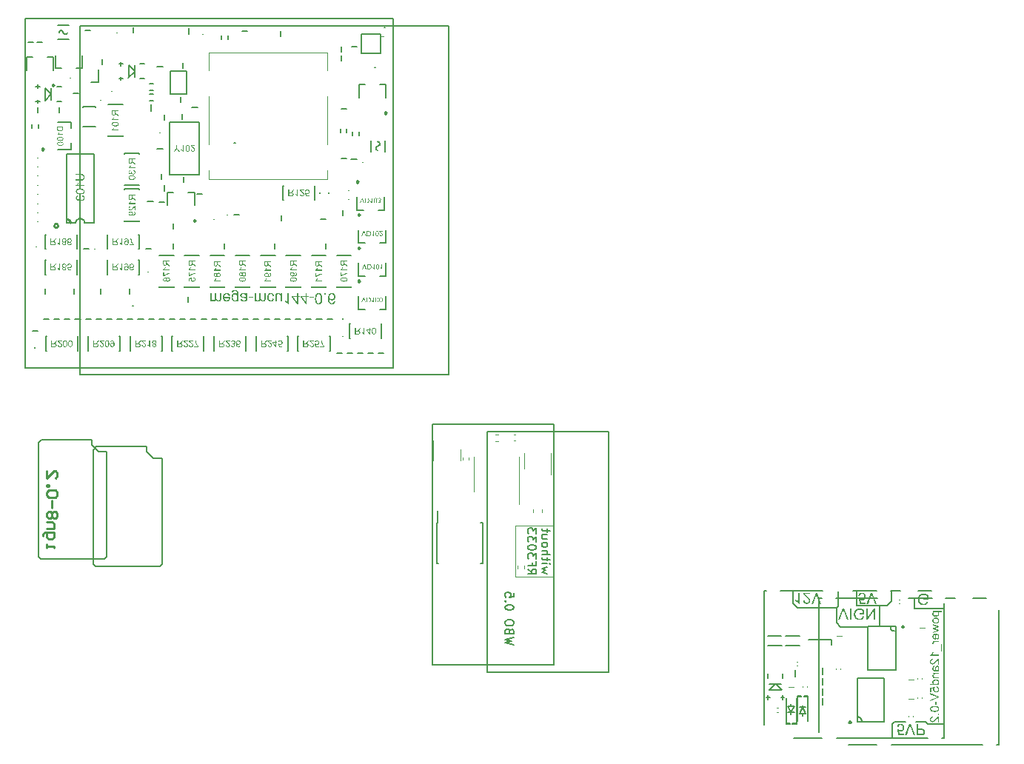
<source format=gbo>
G75*
G70*
%OFA0B0*%
%FSLAX25Y25*%
%IPPOS*%
%LPD*%
%AMOC8*
5,1,8,0,0,1.08239X$1,22.5*
%
%ADD130C,0.00300*%
%ADD131C,0.00669*%
%ADD170C,0.00800*%
%ADD55C,0.00787*%
%ADD57C,0.00984*%
%ADD61C,0.00591*%
%ADD62C,0.00472*%
%ADD63C,0.00500*%
%ADD66C,0.01000*%
%ADD69C,0.00394*%
X0000000Y0000000D02*
%LPD*%
G01*
D55*
X0225847Y0420315D02*
X0386477Y0420315D01*
X0225847Y0263228D02*
X0225847Y0420315D01*
X0225847Y0263228D02*
X0391595Y0263228D01*
X0386477Y0420315D02*
X0391595Y0420315D01*
X0391595Y0263228D02*
X0391595Y0420315D01*
X0463740Y0129468D02*
X0409016Y0129468D01*
X0409016Y0237736D01*
X0463740Y0237736D01*
X0463740Y0129468D01*
X0231673Y0229469D02*
X0233097Y0230893D01*
X0231673Y0178045D02*
X0231673Y0229469D01*
X0231673Y0178045D02*
X0232657Y0177061D01*
X0232657Y0177061D02*
X0261596Y0177061D01*
X0233097Y0230893D02*
X0255689Y0230893D01*
X0255689Y0228536D02*
X0255689Y0230893D01*
X0255689Y0228536D02*
X0258642Y0225583D01*
X0258642Y0225583D02*
X0262579Y0225583D01*
X0261596Y0177061D02*
X0262579Y0178044D01*
X0262579Y0178044D02*
X0262579Y0225583D01*
X0558425Y0102500D02*
X0558425Y0162736D01*
X0559607Y0162736D02*
X0558425Y0162736D01*
X0584410Y0096594D02*
X0571811Y0096594D01*
X0584803Y0162736D02*
X0565906Y0162736D01*
X0609213Y0162736D02*
X0598583Y0162736D01*
X0619843Y0162736D02*
X0615512Y0162736D01*
X0632047Y0096594D02*
X0591103Y0096594D01*
X0633819Y0162736D02*
X0627717Y0162736D01*
X0639528Y0096594D02*
X0638347Y0096594D01*
X0639528Y0096594D02*
X0639528Y0157224D01*
X0200689Y0266043D02*
G01*
G75*
G36*
X0295658Y0301465D02*
X0295838Y0301443D01*
X0295920Y0301427D01*
X0295991Y0301411D01*
X0296062Y0301394D01*
X0296128Y0301372D01*
X0296188Y0301350D01*
X0296237Y0301334D01*
X0296280Y0301318D01*
X0296319Y0301301D01*
X0296346Y0301285D01*
X0296368Y0301279D01*
X0296379Y0301269D01*
X0296384Y0301269D01*
X0296515Y0301187D01*
X0296630Y0301094D01*
X0296723Y0301001D01*
X0296799Y0300908D01*
X0296859Y0300832D01*
X0296903Y0300766D01*
X0296919Y0300739D01*
X0296930Y0300723D01*
X0296936Y0300712D01*
X0296936Y0300706D01*
X0296969Y0300635D01*
X0296996Y0300553D01*
X0297018Y0300461D01*
X0297040Y0300368D01*
X0297067Y0300166D01*
X0297089Y0299969D01*
X0297094Y0299876D01*
X0297100Y0299789D01*
X0297105Y0299707D01*
X0297110Y0299636D01*
X0297110Y0299581D01*
X0297110Y0299538D01*
X0297110Y0299511D01*
X0297110Y0299500D01*
X0297110Y0296344D01*
X0296543Y0296344D01*
X0296543Y0296791D01*
X0296461Y0296699D01*
X0296379Y0296617D01*
X0296286Y0296546D01*
X0296199Y0296486D01*
X0296106Y0296431D01*
X0296018Y0296393D01*
X0295931Y0296355D01*
X0295849Y0296327D01*
X0295773Y0296305D01*
X0295702Y0296289D01*
X0295636Y0296278D01*
X0295582Y0296267D01*
X0295538Y0296267D01*
X0295500Y0296262D01*
X0295385Y0296262D01*
X0295298Y0296273D01*
X0295139Y0296300D01*
X0294997Y0296338D01*
X0294932Y0296360D01*
X0294872Y0296382D01*
X0294817Y0296409D01*
X0294774Y0296431D01*
X0294730Y0296453D01*
X0294697Y0296469D01*
X0294670Y0296486D01*
X0294648Y0296497D01*
X0294637Y0296502D01*
X0294632Y0296507D01*
X0294506Y0296606D01*
X0294391Y0296715D01*
X0294298Y0296830D01*
X0294222Y0296939D01*
X0294162Y0297037D01*
X0294135Y0297081D01*
X0294118Y0297119D01*
X0294102Y0297146D01*
X0294091Y0297168D01*
X0294080Y0297184D01*
X0294080Y0297190D01*
X0294020Y0297359D01*
X0293971Y0297529D01*
X0293938Y0297687D01*
X0293916Y0297834D01*
X0293911Y0297905D01*
X0293905Y0297965D01*
X0293900Y0298014D01*
X0293900Y0298064D01*
X0293894Y0298102D01*
X0293894Y0298129D01*
X0293894Y0298145D01*
X0293894Y0298151D01*
X0293900Y0298293D01*
X0293911Y0298424D01*
X0293933Y0298555D01*
X0293960Y0298675D01*
X0293987Y0298790D01*
X0294025Y0298899D01*
X0294064Y0298997D01*
X0294102Y0299090D01*
X0294140Y0299172D01*
X0294173Y0299243D01*
X0294211Y0299308D01*
X0294239Y0299358D01*
X0294266Y0299401D01*
X0294288Y0299429D01*
X0294298Y0299450D01*
X0294304Y0299456D01*
X0294386Y0299549D01*
X0294473Y0299636D01*
X0294566Y0299707D01*
X0294664Y0299767D01*
X0294757Y0299822D01*
X0294855Y0299865D01*
X0294954Y0299898D01*
X0295047Y0299931D01*
X0295134Y0299953D01*
X0295210Y0299969D01*
X0295287Y0299980D01*
X0295347Y0299985D01*
X0295402Y0299991D01*
X0295440Y0299996D01*
X0295472Y0299996D01*
X0295582Y0299991D01*
X0295691Y0299974D01*
X0295789Y0299953D01*
X0295882Y0299920D01*
X0295975Y0299887D01*
X0296057Y0299844D01*
X0296133Y0299805D01*
X0296204Y0299756D01*
X0296264Y0299712D01*
X0296324Y0299669D01*
X0296368Y0299631D01*
X0296412Y0299598D01*
X0296439Y0299565D01*
X0296466Y0299543D01*
X0296477Y0299527D01*
X0296482Y0299521D01*
X0296482Y0299631D01*
X0296482Y0299729D01*
X0296477Y0299816D01*
X0296477Y0299898D01*
X0296472Y0299969D01*
X0296472Y0300035D01*
X0296466Y0300089D01*
X0296461Y0300138D01*
X0296455Y0300182D01*
X0296455Y0300215D01*
X0296450Y0300248D01*
X0296444Y0300269D01*
X0296444Y0300286D01*
X0296439Y0300297D01*
X0296439Y0300308D01*
X0296401Y0300417D01*
X0296351Y0300515D01*
X0296297Y0300597D01*
X0296248Y0300663D01*
X0296193Y0300717D01*
X0296155Y0300755D01*
X0296128Y0300783D01*
X0296122Y0300788D01*
X0296117Y0300788D01*
X0296024Y0300848D01*
X0295915Y0300886D01*
X0295806Y0300919D01*
X0295702Y0300941D01*
X0295604Y0300952D01*
X0295565Y0300957D01*
X0295527Y0300957D01*
X0295500Y0300963D01*
X0295456Y0300963D01*
X0295314Y0300957D01*
X0295188Y0300935D01*
X0295085Y0300908D01*
X0294992Y0300876D01*
X0294921Y0300843D01*
X0294872Y0300815D01*
X0294839Y0300794D01*
X0294828Y0300788D01*
X0294768Y0300733D01*
X0294724Y0300668D01*
X0294686Y0300602D01*
X0294659Y0300531D01*
X0294643Y0300471D01*
X0294632Y0300422D01*
X0294621Y0300390D01*
X0294621Y0300384D01*
X0294621Y0300379D01*
X0294020Y0300297D01*
X0294020Y0300406D01*
X0294031Y0300504D01*
X0294047Y0300597D01*
X0294075Y0300684D01*
X0294102Y0300761D01*
X0294135Y0300837D01*
X0294168Y0300903D01*
X0294206Y0300957D01*
X0294244Y0301012D01*
X0294277Y0301056D01*
X0294310Y0301094D01*
X0294342Y0301127D01*
X0294364Y0301148D01*
X0294386Y0301165D01*
X0294397Y0301176D01*
X0294402Y0301181D01*
X0294479Y0301230D01*
X0294566Y0301279D01*
X0294648Y0301318D01*
X0294741Y0301350D01*
X0294915Y0301405D01*
X0295085Y0301438D01*
X0295161Y0301449D01*
X0295232Y0301460D01*
X0295298Y0301465D01*
X0295352Y0301471D01*
X0295396Y0301476D01*
X0295461Y0301476D01*
X0295658Y0301465D01*
D02*
G37*
G36*
X0336488Y0299292D02*
X0335784Y0299292D01*
X0335784Y0299996D01*
X0336488Y0299996D01*
X0336488Y0299292D01*
D02*
G37*
G36*
X0291863Y0300073D02*
X0291978Y0300067D01*
X0292082Y0300051D01*
X0292180Y0300029D01*
X0292273Y0300007D01*
X0292355Y0299980D01*
X0292437Y0299953D01*
X0292508Y0299925D01*
X0292573Y0299898D01*
X0292628Y0299871D01*
X0292677Y0299844D01*
X0292721Y0299822D01*
X0292748Y0299800D01*
X0292775Y0299783D01*
X0292786Y0299778D01*
X0292792Y0299772D01*
X0292868Y0299712D01*
X0292933Y0299647D01*
X0292994Y0299576D01*
X0293054Y0299505D01*
X0293152Y0299358D01*
X0293228Y0299221D01*
X0293256Y0299155D01*
X0293283Y0299096D01*
X0293305Y0299041D01*
X0293321Y0298992D01*
X0293338Y0298953D01*
X0293348Y0298926D01*
X0293354Y0298904D01*
X0293354Y0298899D01*
X0292710Y0298817D01*
X0292655Y0298953D01*
X0292590Y0299074D01*
X0292524Y0299177D01*
X0292464Y0299254D01*
X0292409Y0299319D01*
X0292366Y0299363D01*
X0292338Y0299385D01*
X0292333Y0299396D01*
X0292327Y0299396D01*
X0292235Y0299456D01*
X0292136Y0299494D01*
X0292038Y0299527D01*
X0291951Y0299549D01*
X0291869Y0299560D01*
X0291803Y0299565D01*
X0291781Y0299570D01*
X0291749Y0299570D01*
X0291667Y0299565D01*
X0291585Y0299554D01*
X0291509Y0299543D01*
X0291438Y0299521D01*
X0291307Y0299472D01*
X0291197Y0299412D01*
X0291148Y0299385D01*
X0291104Y0299352D01*
X0291072Y0299325D01*
X0291039Y0299303D01*
X0291017Y0299281D01*
X0291001Y0299265D01*
X0290990Y0299259D01*
X0290984Y0299254D01*
X0290930Y0299188D01*
X0290881Y0299123D01*
X0290842Y0299046D01*
X0290804Y0298975D01*
X0290744Y0298817D01*
X0290700Y0298670D01*
X0290684Y0298599D01*
X0290673Y0298533D01*
X0290662Y0298479D01*
X0290657Y0298424D01*
X0290651Y0298386D01*
X0290646Y0298353D01*
X0290646Y0298331D01*
X0290646Y0298326D01*
X0293370Y0298326D01*
X0293376Y0298255D01*
X0293376Y0298200D01*
X0293376Y0298173D01*
X0293376Y0298162D01*
X0293370Y0297998D01*
X0293354Y0297845D01*
X0293332Y0297698D01*
X0293305Y0297561D01*
X0293267Y0297436D01*
X0293228Y0297321D01*
X0293185Y0297217D01*
X0293146Y0297124D01*
X0293103Y0297042D01*
X0293059Y0296966D01*
X0293021Y0296906D01*
X0292983Y0296857D01*
X0292955Y0296813D01*
X0292933Y0296786D01*
X0292917Y0296770D01*
X0292912Y0296764D01*
X0292824Y0296677D01*
X0292726Y0296600D01*
X0292628Y0296529D01*
X0292529Y0296475D01*
X0292431Y0296425D01*
X0292327Y0296382D01*
X0292235Y0296349D01*
X0292142Y0296322D01*
X0292054Y0296305D01*
X0291973Y0296289D01*
X0291902Y0296278D01*
X0291836Y0296267D01*
X0291787Y0296267D01*
X0291749Y0296262D01*
X0291716Y0296262D01*
X0291580Y0296267D01*
X0291443Y0296284D01*
X0291323Y0296311D01*
X0291203Y0296344D01*
X0291093Y0296382D01*
X0290990Y0296425D01*
X0290897Y0296469D01*
X0290815Y0296518D01*
X0290739Y0296568D01*
X0290673Y0296611D01*
X0290613Y0296655D01*
X0290569Y0296693D01*
X0290531Y0296726D01*
X0290504Y0296753D01*
X0290487Y0296770D01*
X0290482Y0296775D01*
X0290400Y0296873D01*
X0290329Y0296982D01*
X0290264Y0297097D01*
X0290209Y0297212D01*
X0290165Y0297332D01*
X0290127Y0297452D01*
X0290094Y0297567D01*
X0290073Y0297681D01*
X0290051Y0297785D01*
X0290040Y0297889D01*
X0290029Y0297976D01*
X0290018Y0298053D01*
X0290018Y0298118D01*
X0290012Y0298167D01*
X0290012Y0298195D01*
X0290012Y0298205D01*
X0290018Y0298369D01*
X0290034Y0298522D01*
X0290056Y0298664D01*
X0290083Y0298795D01*
X0290122Y0298921D01*
X0290160Y0299035D01*
X0290203Y0299139D01*
X0290247Y0299232D01*
X0290285Y0299314D01*
X0290329Y0299385D01*
X0290367Y0299445D01*
X0290406Y0299494D01*
X0290433Y0299538D01*
X0290455Y0299565D01*
X0290471Y0299581D01*
X0290477Y0299587D01*
X0290569Y0299674D01*
X0290668Y0299751D01*
X0290766Y0299816D01*
X0290875Y0299871D01*
X0290979Y0299920D01*
X0291088Y0299958D01*
X0291192Y0299991D01*
X0291290Y0300018D01*
X0291383Y0300035D01*
X0291470Y0300051D01*
X0291547Y0300062D01*
X0291618Y0300073D01*
X0291672Y0300073D01*
X0291716Y0300078D01*
X0291749Y0300078D01*
X0291863Y0300073D01*
D02*
G37*
G36*
X0311754Y0300073D02*
X0311858Y0300062D01*
X0311956Y0300046D01*
X0312054Y0300024D01*
X0312142Y0299996D01*
X0312224Y0299964D01*
X0312300Y0299936D01*
X0312371Y0299898D01*
X0312431Y0299865D01*
X0312491Y0299838D01*
X0312535Y0299805D01*
X0312579Y0299778D01*
X0312606Y0299756D01*
X0312633Y0299740D01*
X0312644Y0299729D01*
X0312650Y0299723D01*
X0312721Y0299652D01*
X0312792Y0299581D01*
X0312852Y0299500D01*
X0312901Y0299418D01*
X0312950Y0299336D01*
X0312994Y0299254D01*
X0313059Y0299101D01*
X0313086Y0299025D01*
X0313108Y0298959D01*
X0313125Y0298899D01*
X0313141Y0298844D01*
X0313152Y0298801D01*
X0313157Y0298768D01*
X0313163Y0298746D01*
X0313163Y0298741D01*
X0312557Y0298659D01*
X0312540Y0298746D01*
X0312524Y0298822D01*
X0312502Y0298899D01*
X0312480Y0298964D01*
X0312453Y0299030D01*
X0312431Y0299085D01*
X0312404Y0299134D01*
X0312377Y0299183D01*
X0312349Y0299221D01*
X0312327Y0299254D01*
X0312284Y0299308D01*
X0312256Y0299341D01*
X0312251Y0299347D01*
X0312246Y0299352D01*
X0312147Y0299423D01*
X0312049Y0299478D01*
X0311945Y0299516D01*
X0311852Y0299543D01*
X0311765Y0299560D01*
X0311732Y0299565D01*
X0311700Y0299565D01*
X0311672Y0299570D01*
X0311640Y0299570D01*
X0311558Y0299565D01*
X0311476Y0299554D01*
X0311405Y0299538D01*
X0311334Y0299516D01*
X0311208Y0299467D01*
X0311099Y0299401D01*
X0311055Y0299374D01*
X0311017Y0299341D01*
X0310984Y0299314D01*
X0310952Y0299287D01*
X0310930Y0299270D01*
X0310913Y0299254D01*
X0310908Y0299243D01*
X0310902Y0299238D01*
X0310853Y0299172D01*
X0310810Y0299096D01*
X0310771Y0299014D01*
X0310744Y0298932D01*
X0310690Y0298751D01*
X0310657Y0298577D01*
X0310646Y0298495D01*
X0310640Y0298418D01*
X0310635Y0298347D01*
X0310629Y0298287D01*
X0310624Y0298238D01*
X0310624Y0298200D01*
X0310624Y0298173D01*
X0310624Y0298167D01*
X0310629Y0298036D01*
X0310635Y0297911D01*
X0310651Y0297801D01*
X0310668Y0297698D01*
X0310690Y0297599D01*
X0310717Y0297512D01*
X0310744Y0297436D01*
X0310771Y0297365D01*
X0310793Y0297305D01*
X0310821Y0297250D01*
X0310848Y0297206D01*
X0310870Y0297174D01*
X0310886Y0297141D01*
X0310902Y0297124D01*
X0310908Y0297114D01*
X0310913Y0297108D01*
X0310968Y0297048D01*
X0311028Y0296999D01*
X0311094Y0296950D01*
X0311154Y0296912D01*
X0311219Y0296879D01*
X0311279Y0296851D01*
X0311399Y0296813D01*
X0311508Y0296786D01*
X0311552Y0296781D01*
X0311596Y0296775D01*
X0311629Y0296770D01*
X0311672Y0296770D01*
X0311781Y0296775D01*
X0311885Y0296797D01*
X0311973Y0296830D01*
X0312049Y0296862D01*
X0312109Y0296901D01*
X0312158Y0296928D01*
X0312185Y0296950D01*
X0312196Y0296961D01*
X0312273Y0297037D01*
X0312338Y0297124D01*
X0312387Y0297217D01*
X0312431Y0297305D01*
X0312464Y0297386D01*
X0312486Y0297452D01*
X0312491Y0297479D01*
X0312497Y0297496D01*
X0312502Y0297507D01*
X0312502Y0297512D01*
X0313103Y0297419D01*
X0313081Y0297321D01*
X0313048Y0297223D01*
X0313015Y0297135D01*
X0312983Y0297053D01*
X0312944Y0296977D01*
X0312901Y0296906D01*
X0312862Y0296846D01*
X0312819Y0296786D01*
X0312781Y0296737D01*
X0312742Y0296693D01*
X0312710Y0296655D01*
X0312677Y0296622D01*
X0312655Y0296600D01*
X0312633Y0296584D01*
X0312622Y0296573D01*
X0312617Y0296568D01*
X0312546Y0296513D01*
X0312469Y0296464D01*
X0312387Y0296425D01*
X0312306Y0296393D01*
X0312142Y0296338D01*
X0311989Y0296300D01*
X0311918Y0296289D01*
X0311852Y0296278D01*
X0311792Y0296273D01*
X0311743Y0296267D01*
X0311705Y0296262D01*
X0311645Y0296262D01*
X0311476Y0296273D01*
X0311312Y0296295D01*
X0311165Y0296333D01*
X0311099Y0296355D01*
X0311033Y0296371D01*
X0310979Y0296393D01*
X0310930Y0296415D01*
X0310886Y0296431D01*
X0310848Y0296453D01*
X0310815Y0296464D01*
X0310793Y0296475D01*
X0310782Y0296486D01*
X0310777Y0296486D01*
X0310635Y0296578D01*
X0310515Y0296682D01*
X0310411Y0296797D01*
X0310329Y0296901D01*
X0310264Y0296999D01*
X0310242Y0297042D01*
X0310220Y0297081D01*
X0310203Y0297108D01*
X0310193Y0297130D01*
X0310182Y0297146D01*
X0310182Y0297152D01*
X0310116Y0297321D01*
X0310072Y0297501D01*
X0310040Y0297676D01*
X0310012Y0297834D01*
X0310007Y0297911D01*
X0310001Y0297976D01*
X0309996Y0298036D01*
X0309996Y0298091D01*
X0309991Y0298129D01*
X0309991Y0298162D01*
X0309991Y0298184D01*
X0309991Y0298189D01*
X0309996Y0298353D01*
X0310012Y0298511D01*
X0310034Y0298659D01*
X0310062Y0298795D01*
X0310094Y0298921D01*
X0310132Y0299035D01*
X0310176Y0299139D01*
X0310220Y0299232D01*
X0310258Y0299314D01*
X0310302Y0299390D01*
X0310340Y0299450D01*
X0310373Y0299500D01*
X0310400Y0299543D01*
X0310422Y0299570D01*
X0310438Y0299587D01*
X0310444Y0299592D01*
X0310531Y0299680D01*
X0310624Y0299751D01*
X0310722Y0299816D01*
X0310821Y0299871D01*
X0310924Y0299920D01*
X0311023Y0299958D01*
X0311121Y0299991D01*
X0311214Y0300018D01*
X0311301Y0300040D01*
X0311383Y0300051D01*
X0311459Y0300062D01*
X0311519Y0300073D01*
X0311574Y0300073D01*
X0311612Y0300078D01*
X0311645Y0300078D01*
X0311754Y0300073D01*
D02*
G37*
G36*
X0331012Y0297862D02*
X0329106Y0297862D01*
X0329106Y0298484D01*
X0331012Y0298484D01*
X0331012Y0297862D01*
D02*
G37*
G36*
X0303624Y0297862D02*
X0301719Y0297862D01*
X0301719Y0298484D01*
X0303624Y0298484D01*
X0303624Y0297862D01*
D02*
G37*
G36*
X0309253Y0297490D02*
X0309248Y0297376D01*
X0309243Y0297272D01*
X0309226Y0297174D01*
X0309210Y0297081D01*
X0309188Y0296999D01*
X0309161Y0296922D01*
X0309133Y0296857D01*
X0309106Y0296797D01*
X0309079Y0296742D01*
X0309051Y0296693D01*
X0309030Y0296655D01*
X0309002Y0296622D01*
X0308986Y0296600D01*
X0308970Y0296584D01*
X0308964Y0296573D01*
X0308959Y0296568D01*
X0308904Y0296513D01*
X0308839Y0296464D01*
X0308773Y0296425D01*
X0308708Y0296393D01*
X0308566Y0296338D01*
X0308435Y0296300D01*
X0308369Y0296289D01*
X0308309Y0296278D01*
X0308260Y0296273D01*
X0308211Y0296267D01*
X0308178Y0296262D01*
X0308123Y0296262D01*
X0307998Y0296267D01*
X0307878Y0296289D01*
X0307763Y0296322D01*
X0307654Y0296360D01*
X0307555Y0296409D01*
X0307463Y0296464D01*
X0307375Y0296524D01*
X0307299Y0296578D01*
X0307228Y0296638D01*
X0307168Y0296699D01*
X0307113Y0296753D01*
X0307075Y0296802D01*
X0307037Y0296840D01*
X0307015Y0296873D01*
X0306998Y0296895D01*
X0306993Y0296901D01*
X0306944Y0296791D01*
X0306889Y0296699D01*
X0306829Y0296622D01*
X0306769Y0296551D01*
X0306709Y0296502D01*
X0306665Y0296464D01*
X0306633Y0296436D01*
X0306627Y0296431D01*
X0306622Y0296431D01*
X0306518Y0296376D01*
X0306409Y0296333D01*
X0306300Y0296305D01*
X0306196Y0296284D01*
X0306103Y0296273D01*
X0306065Y0296267D01*
X0306027Y0296262D01*
X0305961Y0296262D01*
X0305830Y0296267D01*
X0305705Y0296289D01*
X0305595Y0296311D01*
X0305497Y0296344D01*
X0305421Y0296371D01*
X0305388Y0296387D01*
X0305361Y0296398D01*
X0305339Y0296409D01*
X0305322Y0296420D01*
X0305317Y0296425D01*
X0305311Y0296425D01*
X0305208Y0296491D01*
X0305120Y0296562D01*
X0305044Y0296633D01*
X0304978Y0296704D01*
X0304924Y0296764D01*
X0304886Y0296813D01*
X0304864Y0296846D01*
X0304853Y0296851D01*
X0304853Y0296344D01*
X0304301Y0296344D01*
X0304301Y0299996D01*
X0304918Y0299996D01*
X0304918Y0298102D01*
X0304918Y0298009D01*
X0304924Y0297927D01*
X0304929Y0297845D01*
X0304935Y0297774D01*
X0304940Y0297703D01*
X0304951Y0297643D01*
X0304957Y0297588D01*
X0304967Y0297534D01*
X0304978Y0297490D01*
X0304984Y0297452D01*
X0304995Y0297419D01*
X0305000Y0297392D01*
X0305006Y0297370D01*
X0305011Y0297354D01*
X0305016Y0297348D01*
X0305016Y0297343D01*
X0305060Y0297250D01*
X0305109Y0297168D01*
X0305164Y0297097D01*
X0305219Y0297042D01*
X0305262Y0296993D01*
X0305300Y0296966D01*
X0305328Y0296944D01*
X0305339Y0296939D01*
X0305426Y0296890D01*
X0305508Y0296857D01*
X0305590Y0296830D01*
X0305666Y0296813D01*
X0305732Y0296802D01*
X0305781Y0296797D01*
X0305825Y0296797D01*
X0305945Y0296808D01*
X0306048Y0296830D01*
X0306130Y0296862D01*
X0306201Y0296901D01*
X0306250Y0296939D01*
X0306289Y0296972D01*
X0306311Y0296993D01*
X0306316Y0297004D01*
X0306365Y0297092D01*
X0306403Y0297190D01*
X0306431Y0297294D01*
X0306452Y0297392D01*
X0306463Y0297485D01*
X0306463Y0297523D01*
X0306469Y0297556D01*
X0306469Y0297588D01*
X0306469Y0297610D01*
X0306469Y0297621D01*
X0306469Y0297627D01*
X0306469Y0299996D01*
X0307086Y0299996D01*
X0307086Y0297878D01*
X0307091Y0297774D01*
X0307097Y0297681D01*
X0307108Y0297588D01*
X0307124Y0297507D01*
X0307146Y0297436D01*
X0307168Y0297365D01*
X0307190Y0297305D01*
X0307217Y0297250D01*
X0307239Y0297206D01*
X0307261Y0297163D01*
X0307282Y0297130D01*
X0307304Y0297103D01*
X0307321Y0297081D01*
X0307332Y0297064D01*
X0307342Y0297059D01*
X0307342Y0297053D01*
X0307392Y0297010D01*
X0307446Y0296966D01*
X0307550Y0296906D01*
X0307659Y0296857D01*
X0307763Y0296830D01*
X0307850Y0296808D01*
X0307889Y0296802D01*
X0307921Y0296802D01*
X0307949Y0296797D01*
X0307987Y0296797D01*
X0308063Y0296802D01*
X0308134Y0296813D01*
X0308200Y0296830D01*
X0308254Y0296846D01*
X0308298Y0296868D01*
X0308331Y0296884D01*
X0308353Y0296895D01*
X0308358Y0296901D01*
X0308413Y0296939D01*
X0308462Y0296982D01*
X0308495Y0297026D01*
X0308527Y0297070D01*
X0308549Y0297108D01*
X0308566Y0297135D01*
X0308576Y0297157D01*
X0308576Y0297163D01*
X0308598Y0297234D01*
X0308609Y0297316D01*
X0308620Y0297403D01*
X0308631Y0297490D01*
X0308631Y0297572D01*
X0308637Y0297638D01*
X0308637Y0297660D01*
X0308637Y0297681D01*
X0308637Y0297692D01*
X0308637Y0297698D01*
X0308637Y0299996D01*
X0309253Y0299996D01*
X0309253Y0297490D01*
D02*
G37*
G36*
X0289303Y0297490D02*
X0289297Y0297376D01*
X0289292Y0297272D01*
X0289275Y0297174D01*
X0289259Y0297081D01*
X0289237Y0296999D01*
X0289210Y0296922D01*
X0289183Y0296857D01*
X0289155Y0296797D01*
X0289128Y0296742D01*
X0289101Y0296693D01*
X0289079Y0296655D01*
X0289051Y0296622D01*
X0289035Y0296600D01*
X0289019Y0296584D01*
X0289013Y0296573D01*
X0289008Y0296568D01*
X0288953Y0296513D01*
X0288888Y0296464D01*
X0288822Y0296425D01*
X0288757Y0296393D01*
X0288615Y0296338D01*
X0288484Y0296300D01*
X0288418Y0296289D01*
X0288358Y0296278D01*
X0288309Y0296273D01*
X0288260Y0296267D01*
X0288227Y0296262D01*
X0288172Y0296262D01*
X0288047Y0296267D01*
X0287927Y0296289D01*
X0287812Y0296322D01*
X0287703Y0296360D01*
X0287605Y0296409D01*
X0287512Y0296464D01*
X0287424Y0296524D01*
X0287348Y0296578D01*
X0287277Y0296638D01*
X0287217Y0296699D01*
X0287162Y0296753D01*
X0287124Y0296802D01*
X0287086Y0296840D01*
X0287064Y0296873D01*
X0287048Y0296895D01*
X0287042Y0296901D01*
X0286993Y0296791D01*
X0286939Y0296699D01*
X0286878Y0296622D01*
X0286818Y0296551D01*
X0286758Y0296502D01*
X0286715Y0296464D01*
X0286682Y0296436D01*
X0286676Y0296431D01*
X0286671Y0296431D01*
X0286567Y0296376D01*
X0286458Y0296333D01*
X0286349Y0296305D01*
X0286245Y0296284D01*
X0286152Y0296273D01*
X0286114Y0296267D01*
X0286076Y0296262D01*
X0286010Y0296262D01*
X0285879Y0296267D01*
X0285754Y0296289D01*
X0285644Y0296311D01*
X0285546Y0296344D01*
X0285470Y0296371D01*
X0285437Y0296387D01*
X0285410Y0296398D01*
X0285388Y0296409D01*
X0285371Y0296420D01*
X0285366Y0296425D01*
X0285360Y0296425D01*
X0285257Y0296491D01*
X0285169Y0296562D01*
X0285093Y0296633D01*
X0285027Y0296704D01*
X0284973Y0296764D01*
X0284935Y0296813D01*
X0284913Y0296846D01*
X0284902Y0296851D01*
X0284902Y0296344D01*
X0284350Y0296344D01*
X0284350Y0299996D01*
X0284967Y0299996D01*
X0284967Y0298102D01*
X0284967Y0298009D01*
X0284973Y0297927D01*
X0284978Y0297845D01*
X0284984Y0297774D01*
X0284989Y0297703D01*
X0285000Y0297643D01*
X0285006Y0297588D01*
X0285017Y0297534D01*
X0285027Y0297490D01*
X0285033Y0297452D01*
X0285044Y0297419D01*
X0285049Y0297392D01*
X0285055Y0297370D01*
X0285060Y0297354D01*
X0285066Y0297348D01*
X0285066Y0297343D01*
X0285109Y0297250D01*
X0285158Y0297168D01*
X0285213Y0297097D01*
X0285268Y0297042D01*
X0285311Y0296993D01*
X0285350Y0296966D01*
X0285377Y0296944D01*
X0285388Y0296939D01*
X0285475Y0296890D01*
X0285557Y0296857D01*
X0285639Y0296830D01*
X0285715Y0296813D01*
X0285781Y0296802D01*
X0285830Y0296797D01*
X0285874Y0296797D01*
X0285994Y0296808D01*
X0286098Y0296830D01*
X0286180Y0296862D01*
X0286251Y0296901D01*
X0286300Y0296939D01*
X0286338Y0296972D01*
X0286360Y0296993D01*
X0286365Y0297004D01*
X0286414Y0297092D01*
X0286453Y0297190D01*
X0286480Y0297294D01*
X0286502Y0297392D01*
X0286513Y0297485D01*
X0286513Y0297523D01*
X0286518Y0297556D01*
X0286518Y0297588D01*
X0286518Y0297610D01*
X0286518Y0297621D01*
X0286518Y0297627D01*
X0286518Y0299996D01*
X0287135Y0299996D01*
X0287135Y0297878D01*
X0287141Y0297774D01*
X0287146Y0297681D01*
X0287157Y0297588D01*
X0287173Y0297507D01*
X0287195Y0297436D01*
X0287217Y0297365D01*
X0287239Y0297305D01*
X0287266Y0297250D01*
X0287288Y0297206D01*
X0287310Y0297163D01*
X0287332Y0297130D01*
X0287353Y0297103D01*
X0287370Y0297081D01*
X0287381Y0297064D01*
X0287392Y0297059D01*
X0287392Y0297053D01*
X0287441Y0297010D01*
X0287495Y0296966D01*
X0287599Y0296906D01*
X0287708Y0296857D01*
X0287812Y0296830D01*
X0287899Y0296808D01*
X0287938Y0296802D01*
X0287970Y0296802D01*
X0287998Y0296797D01*
X0288036Y0296797D01*
X0288112Y0296802D01*
X0288183Y0296813D01*
X0288249Y0296830D01*
X0288304Y0296846D01*
X0288347Y0296868D01*
X0288380Y0296884D01*
X0288402Y0296895D01*
X0288407Y0296901D01*
X0288462Y0296939D01*
X0288511Y0296982D01*
X0288544Y0297026D01*
X0288577Y0297070D01*
X0288598Y0297108D01*
X0288615Y0297135D01*
X0288626Y0297157D01*
X0288626Y0297163D01*
X0288647Y0297234D01*
X0288658Y0297316D01*
X0288669Y0297403D01*
X0288680Y0297490D01*
X0288680Y0297572D01*
X0288686Y0297638D01*
X0288686Y0297660D01*
X0288686Y0297681D01*
X0288686Y0297692D01*
X0288686Y0297698D01*
X0288686Y0299996D01*
X0289303Y0299996D01*
X0289303Y0297490D01*
D02*
G37*
G36*
X0299224Y0300073D02*
X0299349Y0300062D01*
X0299464Y0300040D01*
X0299567Y0300018D01*
X0299649Y0299996D01*
X0299688Y0299985D01*
X0299715Y0299974D01*
X0299737Y0299969D01*
X0299753Y0299964D01*
X0299764Y0299958D01*
X0299769Y0299958D01*
X0299890Y0299904D01*
X0300010Y0299844D01*
X0300119Y0299772D01*
X0300223Y0299702D01*
X0300310Y0299642D01*
X0300343Y0299609D01*
X0300375Y0299587D01*
X0300403Y0299565D01*
X0300419Y0299549D01*
X0300430Y0299543D01*
X0300436Y0299538D01*
X0300446Y0299636D01*
X0300463Y0299723D01*
X0300485Y0299800D01*
X0300507Y0299865D01*
X0300523Y0299920D01*
X0300539Y0299964D01*
X0300550Y0299985D01*
X0300556Y0299996D01*
X0301200Y0299996D01*
X0301162Y0299920D01*
X0301129Y0299838D01*
X0301102Y0299767D01*
X0301080Y0299702D01*
X0301063Y0299642D01*
X0301053Y0299598D01*
X0301047Y0299570D01*
X0301047Y0299560D01*
X0301042Y0299511D01*
X0301036Y0299445D01*
X0301031Y0299374D01*
X0301025Y0299292D01*
X0301020Y0299205D01*
X0301020Y0299112D01*
X0301014Y0298926D01*
X0301014Y0298839D01*
X0301009Y0298751D01*
X0301009Y0298675D01*
X0301009Y0298604D01*
X0301009Y0298549D01*
X0301009Y0298506D01*
X0301009Y0298479D01*
X0301009Y0298468D01*
X0301009Y0297643D01*
X0301009Y0297567D01*
X0301009Y0297501D01*
X0301003Y0297441D01*
X0301003Y0297381D01*
X0300998Y0297283D01*
X0300992Y0297206D01*
X0300987Y0297146D01*
X0300982Y0297108D01*
X0300976Y0297081D01*
X0300976Y0297075D01*
X0300954Y0296982D01*
X0300922Y0296901D01*
X0300889Y0296830D01*
X0300856Y0296770D01*
X0300829Y0296720D01*
X0300801Y0296682D01*
X0300785Y0296660D01*
X0300780Y0296655D01*
X0300720Y0296595D01*
X0300654Y0296540D01*
X0300583Y0296491D01*
X0300512Y0296453D01*
X0300446Y0296420D01*
X0300397Y0296398D01*
X0300375Y0296387D01*
X0300359Y0296382D01*
X0300354Y0296376D01*
X0300348Y0296376D01*
X0300234Y0296338D01*
X0300108Y0296311D01*
X0299982Y0296289D01*
X0299862Y0296278D01*
X0299758Y0296267D01*
X0299709Y0296267D01*
X0299671Y0296262D01*
X0299595Y0296262D01*
X0299426Y0296267D01*
X0299267Y0296284D01*
X0299125Y0296305D01*
X0299060Y0296316D01*
X0299005Y0296327D01*
X0298950Y0296338D01*
X0298901Y0296349D01*
X0298863Y0296360D01*
X0298830Y0296371D01*
X0298803Y0296382D01*
X0298781Y0296387D01*
X0298770Y0296393D01*
X0298765Y0296393D01*
X0298639Y0296447D01*
X0298530Y0296507D01*
X0298437Y0296568D01*
X0298361Y0296628D01*
X0298301Y0296682D01*
X0298257Y0296726D01*
X0298230Y0296753D01*
X0298219Y0296759D01*
X0298219Y0296764D01*
X0298153Y0296857D01*
X0298099Y0296961D01*
X0298055Y0297064D01*
X0298017Y0297163D01*
X0297989Y0297250D01*
X0297979Y0297288D01*
X0297968Y0297321D01*
X0297962Y0297348D01*
X0297957Y0297370D01*
X0297951Y0297381D01*
X0297951Y0297386D01*
X0298557Y0297468D01*
X0298579Y0297397D01*
X0298601Y0297332D01*
X0298645Y0297223D01*
X0298699Y0297124D01*
X0298748Y0297053D01*
X0298792Y0296999D01*
X0298830Y0296955D01*
X0298852Y0296933D01*
X0298863Y0296928D01*
X0298950Y0296879D01*
X0299054Y0296840D01*
X0299158Y0296813D01*
X0299262Y0296791D01*
X0299360Y0296781D01*
X0299398Y0296781D01*
X0299436Y0296775D01*
X0299507Y0296775D01*
X0299671Y0296786D01*
X0299813Y0296808D01*
X0299933Y0296840D01*
X0300032Y0296879D01*
X0300108Y0296922D01*
X0300135Y0296939D01*
X0300163Y0296955D01*
X0300184Y0296966D01*
X0300195Y0296977D01*
X0300206Y0296988D01*
X0300266Y0297053D01*
X0300310Y0297135D01*
X0300343Y0297223D01*
X0300365Y0297310D01*
X0300375Y0297392D01*
X0300386Y0297457D01*
X0300386Y0297479D01*
X0300386Y0297501D01*
X0300386Y0297512D01*
X0300386Y0297518D01*
X0300386Y0297534D01*
X0300386Y0297556D01*
X0300386Y0297610D01*
X0300381Y0297632D01*
X0300381Y0297654D01*
X0300381Y0297670D01*
X0300381Y0297676D01*
X0300310Y0297698D01*
X0300234Y0297720D01*
X0300146Y0297741D01*
X0300059Y0297763D01*
X0299879Y0297801D01*
X0299699Y0297834D01*
X0299611Y0297845D01*
X0299535Y0297856D01*
X0299464Y0297867D01*
X0299398Y0297878D01*
X0299349Y0297883D01*
X0299311Y0297889D01*
X0299289Y0297894D01*
X0299278Y0297894D01*
X0299147Y0297911D01*
X0299038Y0297927D01*
X0298940Y0297943D01*
X0298863Y0297954D01*
X0298803Y0297971D01*
X0298759Y0297976D01*
X0298738Y0297987D01*
X0298727Y0297987D01*
X0298639Y0298014D01*
X0298552Y0298047D01*
X0298475Y0298080D01*
X0298410Y0298113D01*
X0298355Y0298140D01*
X0298317Y0298167D01*
X0298290Y0298184D01*
X0298279Y0298189D01*
X0298208Y0298244D01*
X0298148Y0298298D01*
X0298093Y0298358D01*
X0298050Y0298413D01*
X0298011Y0298468D01*
X0297984Y0298506D01*
X0297968Y0298533D01*
X0297962Y0298544D01*
X0297924Y0298631D01*
X0297891Y0298713D01*
X0297869Y0298795D01*
X0297859Y0298872D01*
X0297847Y0298937D01*
X0297842Y0298992D01*
X0297842Y0299025D01*
X0297842Y0299030D01*
X0297842Y0299035D01*
X0297847Y0299117D01*
X0297859Y0299199D01*
X0297869Y0299276D01*
X0297891Y0299347D01*
X0297946Y0299478D01*
X0298006Y0299581D01*
X0298033Y0299631D01*
X0298061Y0299669D01*
X0298088Y0299707D01*
X0298115Y0299734D01*
X0298137Y0299756D01*
X0298148Y0299772D01*
X0298159Y0299783D01*
X0298164Y0299789D01*
X0298230Y0299838D01*
X0298295Y0299882D01*
X0298372Y0299925D01*
X0298443Y0299958D01*
X0298596Y0300007D01*
X0298748Y0300040D01*
X0298814Y0300057D01*
X0298879Y0300062D01*
X0298940Y0300067D01*
X0298989Y0300073D01*
X0299027Y0300078D01*
X0299087Y0300078D01*
X0299224Y0300073D01*
D02*
G37*
G36*
X0339273Y0300067D02*
X0339425Y0300046D01*
X0339567Y0300013D01*
X0339687Y0299969D01*
X0339737Y0299953D01*
X0339786Y0299931D01*
X0339824Y0299914D01*
X0339857Y0299898D01*
X0339884Y0299887D01*
X0339906Y0299876D01*
X0339917Y0299865D01*
X0339922Y0299865D01*
X0340048Y0299778D01*
X0340162Y0299674D01*
X0340261Y0299570D01*
X0340337Y0299472D01*
X0340403Y0299379D01*
X0340425Y0299341D01*
X0340447Y0299308D01*
X0340463Y0299281D01*
X0340474Y0299259D01*
X0340485Y0299248D01*
X0340485Y0299243D01*
X0340556Y0299085D01*
X0340605Y0298932D01*
X0340643Y0298784D01*
X0340665Y0298648D01*
X0340676Y0298588D01*
X0340681Y0298528D01*
X0340687Y0298479D01*
X0340687Y0298440D01*
X0340692Y0298402D01*
X0340692Y0298380D01*
X0340692Y0298364D01*
X0340692Y0298358D01*
X0340687Y0298227D01*
X0340676Y0298102D01*
X0340654Y0297982D01*
X0340627Y0297873D01*
X0340588Y0297769D01*
X0340556Y0297670D01*
X0340512Y0297583D01*
X0340474Y0297501D01*
X0340435Y0297430D01*
X0340392Y0297365D01*
X0340359Y0297310D01*
X0340326Y0297266D01*
X0340294Y0297228D01*
X0340272Y0297206D01*
X0340261Y0297190D01*
X0340255Y0297184D01*
X0340174Y0297103D01*
X0340086Y0297032D01*
X0339999Y0296972D01*
X0339906Y0296917D01*
X0339819Y0296873D01*
X0339731Y0296835D01*
X0339644Y0296808D01*
X0339567Y0296781D01*
X0339491Y0296764D01*
X0339420Y0296748D01*
X0339360Y0296742D01*
X0339305Y0296731D01*
X0339262Y0296731D01*
X0339229Y0296726D01*
X0339202Y0296726D01*
X0339071Y0296731D01*
X0338945Y0296753D01*
X0338830Y0296781D01*
X0338727Y0296808D01*
X0338639Y0296840D01*
X0338606Y0296857D01*
X0338574Y0296868D01*
X0338552Y0296879D01*
X0338536Y0296890D01*
X0338525Y0296895D01*
X0338519Y0296895D01*
X0338404Y0296966D01*
X0338301Y0297042D01*
X0338208Y0297124D01*
X0338126Y0297206D01*
X0338066Y0297283D01*
X0338017Y0297343D01*
X0338000Y0297365D01*
X0337990Y0297381D01*
X0337979Y0297392D01*
X0337979Y0297397D01*
X0337979Y0297392D01*
X0337979Y0297392D01*
X0337984Y0297261D01*
X0337990Y0297130D01*
X0337995Y0297010D01*
X0338006Y0296901D01*
X0338022Y0296797D01*
X0338039Y0296699D01*
X0338050Y0296611D01*
X0338066Y0296535D01*
X0338082Y0296469D01*
X0338099Y0296409D01*
X0338115Y0296355D01*
X0338126Y0296316D01*
X0338137Y0296284D01*
X0338148Y0296256D01*
X0338153Y0296245D01*
X0338153Y0296240D01*
X0338224Y0296098D01*
X0338295Y0295972D01*
X0338372Y0295863D01*
X0338448Y0295776D01*
X0338514Y0295705D01*
X0338563Y0295656D01*
X0338585Y0295639D01*
X0338601Y0295628D01*
X0338606Y0295617D01*
X0338612Y0295617D01*
X0338699Y0295563D01*
X0338787Y0295519D01*
X0338874Y0295492D01*
X0338956Y0295470D01*
X0339027Y0295459D01*
X0339087Y0295448D01*
X0339136Y0295448D01*
X0339202Y0295454D01*
X0339267Y0295459D01*
X0339387Y0295492D01*
X0339496Y0295530D01*
X0339584Y0295579D01*
X0339660Y0295628D01*
X0339715Y0295672D01*
X0339731Y0295688D01*
X0339748Y0295705D01*
X0339753Y0295710D01*
X0339758Y0295716D01*
X0339813Y0295787D01*
X0339857Y0295869D01*
X0339900Y0295956D01*
X0339933Y0296043D01*
X0339960Y0296120D01*
X0339977Y0296185D01*
X0339982Y0296213D01*
X0339988Y0296229D01*
X0339993Y0296240D01*
X0339993Y0296245D01*
X0340610Y0296196D01*
X0340594Y0296087D01*
X0340567Y0295989D01*
X0340539Y0295896D01*
X0340507Y0295809D01*
X0340468Y0295727D01*
X0340430Y0295650D01*
X0340392Y0295579D01*
X0340354Y0295519D01*
X0340315Y0295465D01*
X0340277Y0295415D01*
X0340244Y0295372D01*
X0340212Y0295339D01*
X0340190Y0295312D01*
X0340168Y0295295D01*
X0340157Y0295284D01*
X0340152Y0295279D01*
X0340075Y0295219D01*
X0339999Y0295170D01*
X0339922Y0295121D01*
X0339840Y0295082D01*
X0339753Y0295050D01*
X0339677Y0295022D01*
X0339518Y0294984D01*
X0339447Y0294968D01*
X0339382Y0294957D01*
X0339322Y0294951D01*
X0339273Y0294946D01*
X0339234Y0294940D01*
X0339174Y0294940D01*
X0339027Y0294946D01*
X0338890Y0294968D01*
X0338759Y0294995D01*
X0338639Y0295033D01*
X0338525Y0295077D01*
X0338421Y0295126D01*
X0338323Y0295175D01*
X0338235Y0295230D01*
X0338159Y0295284D01*
X0338093Y0295334D01*
X0338033Y0295383D01*
X0337990Y0295426D01*
X0337951Y0295465D01*
X0337924Y0295492D01*
X0337908Y0295514D01*
X0337902Y0295519D01*
X0337809Y0295650D01*
X0337722Y0295798D01*
X0337651Y0295962D01*
X0337591Y0296131D01*
X0337536Y0296305D01*
X0337493Y0296480D01*
X0337460Y0296655D01*
X0337427Y0296830D01*
X0337405Y0296993D01*
X0337389Y0297146D01*
X0337378Y0297283D01*
X0337372Y0297403D01*
X0337367Y0297457D01*
X0337367Y0297501D01*
X0337362Y0297545D01*
X0337362Y0297578D01*
X0337362Y0297605D01*
X0337362Y0297627D01*
X0337362Y0297638D01*
X0337362Y0297643D01*
X0337367Y0297878D01*
X0337383Y0298096D01*
X0337405Y0298298D01*
X0337438Y0298484D01*
X0337476Y0298653D01*
X0337514Y0298806D01*
X0337558Y0298943D01*
X0337607Y0299063D01*
X0337651Y0299172D01*
X0337695Y0299265D01*
X0337733Y0299341D01*
X0337771Y0299401D01*
X0337804Y0299450D01*
X0337826Y0299483D01*
X0337842Y0299505D01*
X0337848Y0299511D01*
X0337940Y0299609D01*
X0338044Y0299696D01*
X0338142Y0299772D01*
X0338252Y0299838D01*
X0338355Y0299893D01*
X0338459Y0299942D01*
X0338563Y0299974D01*
X0338661Y0300007D01*
X0338754Y0300029D01*
X0338836Y0300046D01*
X0338912Y0300062D01*
X0338978Y0300067D01*
X0339032Y0300073D01*
X0339076Y0300078D01*
X0339109Y0300078D01*
X0339273Y0300067D01*
D02*
G37*
G36*
X0315057Y0300073D02*
X0315183Y0300051D01*
X0315298Y0300024D01*
X0315412Y0299980D01*
X0315516Y0299936D01*
X0315609Y0299882D01*
X0315696Y0299827D01*
X0315778Y0299767D01*
X0315849Y0299712D01*
X0315909Y0299658D01*
X0315964Y0299603D01*
X0316008Y0299560D01*
X0316040Y0299516D01*
X0316062Y0299489D01*
X0316079Y0299467D01*
X0316084Y0299461D01*
X0316084Y0299996D01*
X0316635Y0299996D01*
X0316635Y0296344D01*
X0316018Y0296344D01*
X0316018Y0298304D01*
X0316013Y0298468D01*
X0316002Y0298610D01*
X0315986Y0298730D01*
X0315969Y0298833D01*
X0315958Y0298877D01*
X0315947Y0298910D01*
X0315936Y0298943D01*
X0315931Y0298970D01*
X0315926Y0298986D01*
X0315920Y0299003D01*
X0315915Y0299008D01*
X0315915Y0299014D01*
X0315871Y0299101D01*
X0315816Y0299177D01*
X0315756Y0299243D01*
X0315702Y0299298D01*
X0315647Y0299341D01*
X0315604Y0299374D01*
X0315576Y0299396D01*
X0315571Y0299401D01*
X0315565Y0299401D01*
X0315472Y0299450D01*
X0315385Y0299483D01*
X0315298Y0299511D01*
X0315216Y0299527D01*
X0315145Y0299538D01*
X0315096Y0299543D01*
X0315046Y0299543D01*
X0314948Y0299538D01*
X0314855Y0299521D01*
X0314773Y0299500D01*
X0314708Y0299472D01*
X0314653Y0299450D01*
X0314610Y0299429D01*
X0314588Y0299412D01*
X0314577Y0299407D01*
X0314511Y0299352D01*
X0314457Y0299287D01*
X0314413Y0299227D01*
X0314380Y0299166D01*
X0314353Y0299112D01*
X0314337Y0299063D01*
X0314331Y0299035D01*
X0314326Y0299025D01*
X0314320Y0298992D01*
X0314315Y0298948D01*
X0314309Y0298850D01*
X0314299Y0298741D01*
X0314299Y0298631D01*
X0314293Y0298533D01*
X0314293Y0298489D01*
X0314293Y0298446D01*
X0314293Y0298413D01*
X0314293Y0298391D01*
X0314293Y0298375D01*
X0314293Y0298369D01*
X0314293Y0296344D01*
X0313676Y0296344D01*
X0313676Y0298610D01*
X0313676Y0298746D01*
X0313682Y0298866D01*
X0313687Y0298964D01*
X0313693Y0299046D01*
X0313698Y0299106D01*
X0313703Y0299155D01*
X0313709Y0299177D01*
X0313709Y0299188D01*
X0313736Y0299287D01*
X0313763Y0299374D01*
X0313796Y0299450D01*
X0313829Y0299516D01*
X0313856Y0299570D01*
X0313878Y0299614D01*
X0313895Y0299636D01*
X0313900Y0299647D01*
X0313955Y0299712D01*
X0314020Y0299772D01*
X0314091Y0299827D01*
X0314157Y0299871D01*
X0314222Y0299909D01*
X0314271Y0299936D01*
X0314304Y0299953D01*
X0314309Y0299958D01*
X0314315Y0299958D01*
X0314424Y0299996D01*
X0314528Y0300029D01*
X0314632Y0300051D01*
X0314724Y0300062D01*
X0314806Y0300073D01*
X0314866Y0300078D01*
X0314921Y0300078D01*
X0315057Y0300073D01*
D02*
G37*
G36*
X0319764Y0294940D02*
X0319365Y0294940D01*
X0319294Y0295066D01*
X0319213Y0295186D01*
X0319120Y0295301D01*
X0319027Y0295399D01*
X0318945Y0295492D01*
X0318907Y0295525D01*
X0318880Y0295557D01*
X0318852Y0295585D01*
X0318830Y0295601D01*
X0318819Y0295612D01*
X0318814Y0295617D01*
X0318666Y0295743D01*
X0318508Y0295852D01*
X0318355Y0295956D01*
X0318213Y0296043D01*
X0318153Y0296076D01*
X0318093Y0296109D01*
X0318039Y0296142D01*
X0317995Y0296164D01*
X0317957Y0296180D01*
X0317929Y0296196D01*
X0317913Y0296202D01*
X0317908Y0296207D01*
X0317908Y0296802D01*
X0318017Y0296759D01*
X0318131Y0296710D01*
X0318241Y0296655D01*
X0318339Y0296606D01*
X0318426Y0296557D01*
X0318464Y0296540D01*
X0318497Y0296518D01*
X0318525Y0296507D01*
X0318541Y0296497D01*
X0318552Y0296486D01*
X0318557Y0296486D01*
X0318688Y0296404D01*
X0318803Y0296327D01*
X0318907Y0296256D01*
X0318989Y0296191D01*
X0319060Y0296136D01*
X0319109Y0296098D01*
X0319136Y0296071D01*
X0319147Y0296060D01*
X0319147Y0299996D01*
X0319764Y0299996D01*
X0319764Y0294940D01*
D02*
G37*
G36*
X0327867Y0298790D02*
X0328549Y0298790D01*
X0328549Y0298222D01*
X0327867Y0298222D01*
X0327867Y0294957D01*
X0327359Y0294957D01*
X0325055Y0298222D01*
X0325055Y0298790D01*
X0327250Y0298790D01*
X0327250Y0299996D01*
X0327867Y0299996D01*
X0327867Y0298790D01*
D02*
G37*
G36*
X0323952Y0298790D02*
X0324634Y0298790D01*
X0324634Y0298222D01*
X0323952Y0298222D01*
X0323952Y0294957D01*
X0323444Y0294957D01*
X0321140Y0298222D01*
X0321140Y0298790D01*
X0323335Y0298790D01*
X0323335Y0299996D01*
X0323952Y0299996D01*
X0323952Y0298790D01*
D02*
G37*
G36*
X0333267Y0300073D02*
X0333359Y0300067D01*
X0333452Y0300051D01*
X0333540Y0300035D01*
X0333621Y0300007D01*
X0333692Y0299985D01*
X0333763Y0299958D01*
X0333823Y0299931D01*
X0333883Y0299904D01*
X0333933Y0299876D01*
X0333976Y0299849D01*
X0334009Y0299827D01*
X0334036Y0299811D01*
X0334058Y0299794D01*
X0334069Y0299789D01*
X0334075Y0299783D01*
X0334140Y0299723D01*
X0334206Y0299663D01*
X0334315Y0299527D01*
X0334408Y0299390D01*
X0334484Y0299254D01*
X0334517Y0299188D01*
X0334544Y0299128D01*
X0334566Y0299079D01*
X0334588Y0299030D01*
X0334604Y0298997D01*
X0334610Y0298964D01*
X0334621Y0298948D01*
X0334621Y0298943D01*
X0334653Y0298839D01*
X0334681Y0298724D01*
X0334730Y0298489D01*
X0334763Y0298249D01*
X0334773Y0298135D01*
X0334784Y0298020D01*
X0334790Y0297916D01*
X0334795Y0297818D01*
X0334801Y0297736D01*
X0334806Y0297660D01*
X0334806Y0297599D01*
X0334806Y0297550D01*
X0334806Y0297523D01*
X0334806Y0297512D01*
X0334806Y0297376D01*
X0334801Y0297244D01*
X0334795Y0297124D01*
X0334790Y0297010D01*
X0334779Y0296906D01*
X0334768Y0296808D01*
X0334757Y0296720D01*
X0334752Y0296638D01*
X0334741Y0296568D01*
X0334730Y0296507D01*
X0334719Y0296453D01*
X0334708Y0296409D01*
X0334702Y0296371D01*
X0334697Y0296349D01*
X0334692Y0296333D01*
X0334692Y0296327D01*
X0334648Y0296169D01*
X0334593Y0296021D01*
X0334544Y0295896D01*
X0334495Y0295787D01*
X0334468Y0295743D01*
X0334451Y0295699D01*
X0334429Y0295661D01*
X0334413Y0295634D01*
X0334397Y0295612D01*
X0334391Y0295596D01*
X0334380Y0295585D01*
X0334380Y0295579D01*
X0334304Y0295470D01*
X0334217Y0295372D01*
X0334135Y0295290D01*
X0334053Y0295224D01*
X0333982Y0295170D01*
X0333927Y0295137D01*
X0333905Y0295121D01*
X0333889Y0295110D01*
X0333878Y0295104D01*
X0333873Y0295104D01*
X0333752Y0295050D01*
X0333632Y0295011D01*
X0333512Y0294979D01*
X0333403Y0294962D01*
X0333305Y0294951D01*
X0333267Y0294946D01*
X0333228Y0294940D01*
X0333163Y0294940D01*
X0333065Y0294946D01*
X0332966Y0294951D01*
X0332873Y0294968D01*
X0332786Y0294984D01*
X0332710Y0295006D01*
X0332633Y0295033D01*
X0332562Y0295060D01*
X0332502Y0295088D01*
X0332442Y0295115D01*
X0332393Y0295143D01*
X0332349Y0295164D01*
X0332317Y0295192D01*
X0332289Y0295208D01*
X0332267Y0295224D01*
X0332257Y0295230D01*
X0332251Y0295235D01*
X0332186Y0295295D01*
X0332125Y0295355D01*
X0332016Y0295492D01*
X0331918Y0295628D01*
X0331841Y0295765D01*
X0331809Y0295830D01*
X0331781Y0295885D01*
X0331760Y0295940D01*
X0331738Y0295983D01*
X0331727Y0296021D01*
X0331716Y0296054D01*
X0331705Y0296071D01*
X0331705Y0296076D01*
X0331672Y0296180D01*
X0331645Y0296295D01*
X0331601Y0296529D01*
X0331568Y0296770D01*
X0331558Y0296884D01*
X0331547Y0296999D01*
X0331541Y0297103D01*
X0331536Y0297201D01*
X0331530Y0297288D01*
X0331530Y0297365D01*
X0331525Y0297425D01*
X0331525Y0297474D01*
X0331525Y0297501D01*
X0331525Y0297512D01*
X0331530Y0297769D01*
X0331547Y0298009D01*
X0331568Y0298227D01*
X0331601Y0298429D01*
X0331639Y0298615D01*
X0331683Y0298784D01*
X0331727Y0298932D01*
X0331776Y0299068D01*
X0331820Y0299183D01*
X0331863Y0299287D01*
X0331907Y0299368D01*
X0331945Y0299440D01*
X0331978Y0299494D01*
X0332000Y0299532D01*
X0332016Y0299554D01*
X0332022Y0299560D01*
X0332104Y0299652D01*
X0332191Y0299729D01*
X0332284Y0299800D01*
X0332377Y0299860D01*
X0332469Y0299909D01*
X0332568Y0299953D01*
X0332661Y0299985D01*
X0332748Y0300013D01*
X0332835Y0300035D01*
X0332912Y0300051D01*
X0332983Y0300062D01*
X0333043Y0300067D01*
X0333092Y0300073D01*
X0333130Y0300078D01*
X0333163Y0300078D01*
X0333267Y0300073D01*
D02*
G37*
G36*
X0360541Y0342862D02*
X0360597Y0342854D01*
X0360651Y0342845D01*
X0360703Y0342832D01*
X0360752Y0342818D01*
X0360796Y0342800D01*
X0360838Y0342781D01*
X0360875Y0342761D01*
X0360910Y0342744D01*
X0360939Y0342724D01*
X0360966Y0342707D01*
X0360986Y0342692D01*
X0361003Y0342680D01*
X0361015Y0342670D01*
X0361023Y0342663D01*
X0361025Y0342660D01*
X0361065Y0342621D01*
X0361096Y0342579D01*
X0361126Y0342537D01*
X0361151Y0342493D01*
X0361173Y0342451D01*
X0361190Y0342409D01*
X0361205Y0342370D01*
X0361217Y0342331D01*
X0361227Y0342294D01*
X0361232Y0342262D01*
X0361237Y0342232D01*
X0361242Y0342205D01*
X0361242Y0342185D01*
X0361244Y0342168D01*
X0361244Y0342158D01*
X0361244Y0342156D01*
X0361244Y0342116D01*
X0361239Y0342077D01*
X0361227Y0342006D01*
X0361207Y0341944D01*
X0361197Y0341917D01*
X0361188Y0341893D01*
X0361178Y0341868D01*
X0361168Y0341848D01*
X0361158Y0341831D01*
X0361148Y0341819D01*
X0361141Y0341806D01*
X0361136Y0341799D01*
X0361133Y0341794D01*
X0361131Y0341792D01*
X0361087Y0341740D01*
X0361035Y0341698D01*
X0360983Y0341666D01*
X0360934Y0341639D01*
X0360887Y0341620D01*
X0360868Y0341612D01*
X0360853Y0341607D01*
X0360838Y0341602D01*
X0360828Y0341600D01*
X0360821Y0341597D01*
X0360819Y0341597D01*
X0360873Y0341568D01*
X0360919Y0341538D01*
X0360961Y0341506D01*
X0360993Y0341474D01*
X0361020Y0341447D01*
X0361037Y0341425D01*
X0361050Y0341410D01*
X0361052Y0341408D01*
X0361052Y0341405D01*
X0361079Y0341359D01*
X0361099Y0341312D01*
X0361114Y0341268D01*
X0361124Y0341226D01*
X0361129Y0341191D01*
X0361133Y0341162D01*
X0361133Y0341152D01*
X0361133Y0341145D01*
X0361133Y0341140D01*
X0361133Y0341137D01*
X0361131Y0341081D01*
X0361121Y0341027D01*
X0361106Y0340978D01*
X0361092Y0340933D01*
X0361077Y0340896D01*
X0361069Y0340882D01*
X0361062Y0340869D01*
X0361057Y0340859D01*
X0361052Y0340850D01*
X0361050Y0340847D01*
X0361050Y0340845D01*
X0361015Y0340795D01*
X0360976Y0340754D01*
X0360937Y0340717D01*
X0360897Y0340685D01*
X0360863Y0340660D01*
X0360836Y0340643D01*
X0360823Y0340636D01*
X0360816Y0340631D01*
X0360811Y0340628D01*
X0360809Y0340628D01*
X0360750Y0340601D01*
X0360691Y0340581D01*
X0360632Y0340567D01*
X0360580Y0340557D01*
X0360533Y0340552D01*
X0360516Y0340549D01*
X0360499Y0340547D01*
X0360467Y0340547D01*
X0360418Y0340549D01*
X0360371Y0340554D01*
X0360327Y0340562D01*
X0360282Y0340572D01*
X0360243Y0340584D01*
X0360206Y0340596D01*
X0360172Y0340611D01*
X0360142Y0340623D01*
X0360112Y0340638D01*
X0360088Y0340653D01*
X0360068Y0340665D01*
X0360049Y0340677D01*
X0360036Y0340687D01*
X0360024Y0340695D01*
X0360019Y0340699D01*
X0360017Y0340702D01*
X0359985Y0340732D01*
X0359955Y0340766D01*
X0359928Y0340800D01*
X0359903Y0340835D01*
X0359881Y0340872D01*
X0359864Y0340906D01*
X0359832Y0340978D01*
X0359820Y0341010D01*
X0359810Y0341039D01*
X0359803Y0341066D01*
X0359795Y0341088D01*
X0359790Y0341108D01*
X0359788Y0341123D01*
X0359785Y0341133D01*
X0359785Y0341135D01*
X0360063Y0341184D01*
X0360078Y0341113D01*
X0360098Y0341051D01*
X0360120Y0340997D01*
X0360145Y0340955D01*
X0360164Y0340921D01*
X0360184Y0340899D01*
X0360196Y0340884D01*
X0360201Y0340879D01*
X0360245Y0340845D01*
X0360290Y0340820D01*
X0360336Y0340800D01*
X0360378Y0340788D01*
X0360418Y0340781D01*
X0360432Y0340778D01*
X0360447Y0340778D01*
X0360459Y0340776D01*
X0360474Y0340776D01*
X0360533Y0340781D01*
X0360585Y0340791D01*
X0360632Y0340808D01*
X0360671Y0340825D01*
X0360700Y0340845D01*
X0360723Y0340862D01*
X0360737Y0340872D01*
X0360742Y0340877D01*
X0360762Y0340896D01*
X0360777Y0340916D01*
X0360804Y0340960D01*
X0360823Y0341002D01*
X0360836Y0341041D01*
X0360843Y0341078D01*
X0360846Y0341105D01*
X0360848Y0341118D01*
X0360848Y0341125D01*
X0360848Y0341130D01*
X0360848Y0341133D01*
X0360846Y0341167D01*
X0360841Y0341199D01*
X0360836Y0341231D01*
X0360826Y0341258D01*
X0360801Y0341307D01*
X0360777Y0341347D01*
X0360750Y0341379D01*
X0360725Y0341401D01*
X0360715Y0341408D01*
X0360710Y0341413D01*
X0360705Y0341418D01*
X0360703Y0341418D01*
X0360649Y0341450D01*
X0360592Y0341472D01*
X0360538Y0341489D01*
X0360489Y0341499D01*
X0360447Y0341506D01*
X0360430Y0341509D01*
X0360413Y0341509D01*
X0360400Y0341511D01*
X0360368Y0341511D01*
X0360354Y0341509D01*
X0360341Y0341506D01*
X0360336Y0341506D01*
X0360307Y0341750D01*
X0360349Y0341740D01*
X0360388Y0341733D01*
X0360420Y0341728D01*
X0360450Y0341723D01*
X0360472Y0341723D01*
X0360489Y0341720D01*
X0360504Y0341720D01*
X0360538Y0341723D01*
X0360573Y0341725D01*
X0360634Y0341740D01*
X0360688Y0341760D01*
X0360735Y0341782D01*
X0360772Y0341806D01*
X0360787Y0341816D01*
X0360799Y0341826D01*
X0360809Y0341834D01*
X0360816Y0341841D01*
X0360819Y0341843D01*
X0360821Y0341846D01*
X0360843Y0341870D01*
X0360863Y0341895D01*
X0360880Y0341920D01*
X0360895Y0341947D01*
X0360917Y0341998D01*
X0360934Y0342050D01*
X0360942Y0342094D01*
X0360944Y0342112D01*
X0360946Y0342129D01*
X0360949Y0342141D01*
X0360949Y0342153D01*
X0360949Y0342158D01*
X0360949Y0342161D01*
X0360946Y0342198D01*
X0360944Y0342232D01*
X0360927Y0342299D01*
X0360907Y0342355D01*
X0360883Y0342404D01*
X0360868Y0342426D01*
X0360856Y0342444D01*
X0360846Y0342461D01*
X0360836Y0342473D01*
X0360826Y0342483D01*
X0360819Y0342490D01*
X0360816Y0342495D01*
X0360814Y0342498D01*
X0360787Y0342522D01*
X0360760Y0342542D01*
X0360733Y0342559D01*
X0360705Y0342577D01*
X0360649Y0342601D01*
X0360595Y0342616D01*
X0360550Y0342626D01*
X0360528Y0342628D01*
X0360514Y0342631D01*
X0360499Y0342633D01*
X0360479Y0342633D01*
X0360420Y0342628D01*
X0360364Y0342616D01*
X0360317Y0342601D01*
X0360275Y0342581D01*
X0360241Y0342562D01*
X0360216Y0342547D01*
X0360209Y0342540D01*
X0360201Y0342535D01*
X0360199Y0342530D01*
X0360196Y0342530D01*
X0360176Y0342508D01*
X0360157Y0342485D01*
X0360122Y0342434D01*
X0360095Y0342377D01*
X0360073Y0342321D01*
X0360056Y0342269D01*
X0360051Y0342247D01*
X0360046Y0342227D01*
X0360041Y0342210D01*
X0360039Y0342198D01*
X0360036Y0342190D01*
X0360036Y0342188D01*
X0359758Y0342225D01*
X0359766Y0342276D01*
X0359776Y0342326D01*
X0359790Y0342372D01*
X0359805Y0342417D01*
X0359822Y0342458D01*
X0359842Y0342495D01*
X0359862Y0342532D01*
X0359881Y0342562D01*
X0359901Y0342591D01*
X0359918Y0342616D01*
X0359935Y0342638D01*
X0359950Y0342655D01*
X0359965Y0342670D01*
X0359975Y0342680D01*
X0359980Y0342685D01*
X0359982Y0342687D01*
X0360019Y0342719D01*
X0360061Y0342746D01*
X0360100Y0342768D01*
X0360142Y0342791D01*
X0360184Y0342808D01*
X0360226Y0342820D01*
X0360265Y0342832D01*
X0360304Y0342842D01*
X0360341Y0342850D01*
X0360373Y0342854D01*
X0360403Y0342859D01*
X0360430Y0342862D01*
X0360450Y0342862D01*
X0360467Y0342864D01*
X0360479Y0342864D01*
X0360541Y0342862D01*
D02*
G37*
G36*
X0357279Y0340547D02*
X0357099Y0340547D01*
X0357067Y0340604D01*
X0357030Y0340658D01*
X0356988Y0340709D01*
X0356946Y0340754D01*
X0356910Y0340795D01*
X0356892Y0340810D01*
X0356880Y0340825D01*
X0356868Y0340837D01*
X0356858Y0340845D01*
X0356853Y0340850D01*
X0356851Y0340852D01*
X0356784Y0340909D01*
X0356713Y0340958D01*
X0356644Y0341005D01*
X0356580Y0341044D01*
X0356553Y0341059D01*
X0356526Y0341073D01*
X0356501Y0341088D01*
X0356482Y0341098D01*
X0356464Y0341105D01*
X0356452Y0341113D01*
X0356445Y0341115D01*
X0356442Y0341118D01*
X0356442Y0341386D01*
X0356491Y0341366D01*
X0356543Y0341344D01*
X0356592Y0341319D01*
X0356637Y0341297D01*
X0356676Y0341275D01*
X0356693Y0341268D01*
X0356708Y0341258D01*
X0356720Y0341253D01*
X0356728Y0341248D01*
X0356733Y0341243D01*
X0356735Y0341243D01*
X0356794Y0341206D01*
X0356846Y0341172D01*
X0356892Y0341140D01*
X0356929Y0341110D01*
X0356961Y0341086D01*
X0356983Y0341068D01*
X0356996Y0341056D01*
X0357001Y0341051D01*
X0357001Y0342825D01*
X0357279Y0342825D01*
X0357279Y0340547D01*
D02*
G37*
G36*
X0354944Y0342823D02*
X0355013Y0342820D01*
X0355074Y0342813D01*
X0355129Y0342805D01*
X0355151Y0342803D01*
X0355170Y0342800D01*
X0355190Y0342795D01*
X0355205Y0342793D01*
X0355217Y0342791D01*
X0355224Y0342791D01*
X0355229Y0342788D01*
X0355232Y0342788D01*
X0355288Y0342771D01*
X0355343Y0342754D01*
X0355389Y0342734D01*
X0355429Y0342717D01*
X0355461Y0342700D01*
X0355485Y0342687D01*
X0355500Y0342677D01*
X0355503Y0342675D01*
X0355505Y0342675D01*
X0355547Y0342643D01*
X0355586Y0342611D01*
X0355621Y0342577D01*
X0355650Y0342542D01*
X0355677Y0342512D01*
X0355694Y0342490D01*
X0355702Y0342480D01*
X0355707Y0342473D01*
X0355712Y0342471D01*
X0355712Y0342468D01*
X0355746Y0342417D01*
X0355776Y0342362D01*
X0355803Y0342306D01*
X0355825Y0342254D01*
X0355842Y0342208D01*
X0355849Y0342188D01*
X0355857Y0342171D01*
X0355859Y0342158D01*
X0355864Y0342148D01*
X0355867Y0342141D01*
X0355867Y0342139D01*
X0355886Y0342060D01*
X0355901Y0341981D01*
X0355913Y0341905D01*
X0355921Y0341834D01*
X0355923Y0341802D01*
X0355926Y0341772D01*
X0355926Y0341745D01*
X0355928Y0341723D01*
X0355928Y0341703D01*
X0355928Y0341691D01*
X0355928Y0341681D01*
X0355928Y0341679D01*
X0355923Y0341568D01*
X0355921Y0341516D01*
X0355913Y0341467D01*
X0355906Y0341420D01*
X0355899Y0341376D01*
X0355891Y0341334D01*
X0355884Y0341295D01*
X0355874Y0341260D01*
X0355867Y0341231D01*
X0355859Y0341204D01*
X0355852Y0341182D01*
X0355844Y0341164D01*
X0355842Y0341150D01*
X0355837Y0341142D01*
X0355837Y0341140D01*
X0355800Y0341056D01*
X0355758Y0340980D01*
X0355736Y0340945D01*
X0355714Y0340914D01*
X0355692Y0340884D01*
X0355670Y0340857D01*
X0355650Y0340832D01*
X0355630Y0340813D01*
X0355613Y0340793D01*
X0355598Y0340778D01*
X0355586Y0340766D01*
X0355576Y0340759D01*
X0355571Y0340754D01*
X0355569Y0340751D01*
X0355515Y0340709D01*
X0355458Y0340675D01*
X0355404Y0340648D01*
X0355352Y0340626D01*
X0355306Y0340609D01*
X0355286Y0340604D01*
X0355269Y0340599D01*
X0355257Y0340594D01*
X0355247Y0340591D01*
X0355239Y0340589D01*
X0355237Y0340589D01*
X0355210Y0340584D01*
X0355180Y0340576D01*
X0355114Y0340569D01*
X0355047Y0340562D01*
X0354981Y0340559D01*
X0354951Y0340557D01*
X0354922Y0340557D01*
X0354897Y0340554D01*
X0354051Y0340554D01*
X0354051Y0342825D01*
X0354870Y0342825D01*
X0354944Y0342823D01*
D02*
G37*
G36*
X0353781Y0340554D02*
X0353476Y0340554D01*
X0352863Y0342205D01*
X0352838Y0342274D01*
X0352814Y0342340D01*
X0352792Y0342404D01*
X0352774Y0342461D01*
X0352767Y0342485D01*
X0352760Y0342508D01*
X0352755Y0342527D01*
X0352750Y0342545D01*
X0352745Y0342557D01*
X0352742Y0342569D01*
X0352740Y0342574D01*
X0352740Y0342577D01*
X0352720Y0342510D01*
X0352701Y0342444D01*
X0352681Y0342382D01*
X0352664Y0342326D01*
X0352654Y0342299D01*
X0352646Y0342276D01*
X0352639Y0342257D01*
X0352634Y0342239D01*
X0352629Y0342225D01*
X0352624Y0342215D01*
X0352622Y0342208D01*
X0352622Y0342205D01*
X0352031Y0340554D01*
X0351704Y0340554D01*
X0352585Y0342825D01*
X0352895Y0342825D01*
X0353781Y0340554D01*
D02*
G37*
G36*
X0358779Y0342859D02*
X0358821Y0342857D01*
X0358863Y0342850D01*
X0358902Y0342842D01*
X0358939Y0342830D01*
X0358971Y0342820D01*
X0359003Y0342808D01*
X0359030Y0342795D01*
X0359057Y0342783D01*
X0359079Y0342771D01*
X0359099Y0342758D01*
X0359114Y0342749D01*
X0359126Y0342741D01*
X0359136Y0342734D01*
X0359141Y0342731D01*
X0359143Y0342729D01*
X0359173Y0342702D01*
X0359202Y0342675D01*
X0359252Y0342613D01*
X0359293Y0342552D01*
X0359328Y0342490D01*
X0359343Y0342461D01*
X0359355Y0342434D01*
X0359365Y0342412D01*
X0359375Y0342389D01*
X0359382Y0342375D01*
X0359384Y0342360D01*
X0359389Y0342353D01*
X0359389Y0342350D01*
X0359404Y0342303D01*
X0359416Y0342252D01*
X0359438Y0342146D01*
X0359453Y0342038D01*
X0359458Y0341986D01*
X0359463Y0341934D01*
X0359466Y0341888D01*
X0359468Y0341843D01*
X0359471Y0341806D01*
X0359473Y0341772D01*
X0359473Y0341745D01*
X0359473Y0341723D01*
X0359473Y0341711D01*
X0359473Y0341706D01*
X0359473Y0341644D01*
X0359471Y0341585D01*
X0359468Y0341531D01*
X0359466Y0341479D01*
X0359461Y0341433D01*
X0359456Y0341388D01*
X0359451Y0341349D01*
X0359448Y0341312D01*
X0359443Y0341280D01*
X0359438Y0341253D01*
X0359434Y0341228D01*
X0359429Y0341209D01*
X0359426Y0341191D01*
X0359424Y0341182D01*
X0359421Y0341174D01*
X0359421Y0341172D01*
X0359402Y0341101D01*
X0359377Y0341034D01*
X0359355Y0340978D01*
X0359333Y0340928D01*
X0359320Y0340909D01*
X0359313Y0340889D01*
X0359303Y0340872D01*
X0359296Y0340859D01*
X0359288Y0340850D01*
X0359286Y0340842D01*
X0359281Y0340837D01*
X0359281Y0340835D01*
X0359247Y0340786D01*
X0359207Y0340741D01*
X0359170Y0340704D01*
X0359133Y0340675D01*
X0359102Y0340650D01*
X0359077Y0340636D01*
X0359067Y0340628D01*
X0359060Y0340623D01*
X0359055Y0340621D01*
X0359052Y0340621D01*
X0358998Y0340596D01*
X0358944Y0340579D01*
X0358890Y0340564D01*
X0358841Y0340557D01*
X0358796Y0340552D01*
X0358779Y0340549D01*
X0358762Y0340547D01*
X0358733Y0340547D01*
X0358688Y0340549D01*
X0358644Y0340552D01*
X0358602Y0340559D01*
X0358563Y0340567D01*
X0358528Y0340576D01*
X0358494Y0340589D01*
X0358462Y0340601D01*
X0358435Y0340613D01*
X0358408Y0340626D01*
X0358386Y0340638D01*
X0358366Y0340648D01*
X0358351Y0340660D01*
X0358339Y0340668D01*
X0358329Y0340675D01*
X0358324Y0340677D01*
X0358322Y0340680D01*
X0358292Y0340707D01*
X0358265Y0340734D01*
X0358216Y0340795D01*
X0358172Y0340857D01*
X0358137Y0340918D01*
X0358122Y0340948D01*
X0358110Y0340973D01*
X0358100Y0340997D01*
X0358090Y0341017D01*
X0358085Y0341034D01*
X0358081Y0341049D01*
X0358076Y0341056D01*
X0358076Y0341059D01*
X0358061Y0341105D01*
X0358049Y0341157D01*
X0358029Y0341263D01*
X0358014Y0341371D01*
X0358009Y0341423D01*
X0358004Y0341474D01*
X0358002Y0341521D01*
X0357999Y0341565D01*
X0357997Y0341605D01*
X0357997Y0341639D01*
X0357995Y0341666D01*
X0357995Y0341688D01*
X0357995Y0341701D01*
X0357995Y0341706D01*
X0357997Y0341821D01*
X0358004Y0341929D01*
X0358014Y0342028D01*
X0358029Y0342119D01*
X0358046Y0342203D01*
X0358066Y0342279D01*
X0358085Y0342345D01*
X0358108Y0342407D01*
X0358127Y0342458D01*
X0358147Y0342505D01*
X0358167Y0342542D01*
X0358184Y0342574D01*
X0358199Y0342599D01*
X0358208Y0342616D01*
X0358216Y0342626D01*
X0358218Y0342628D01*
X0358255Y0342670D01*
X0358295Y0342704D01*
X0358336Y0342736D01*
X0358378Y0342763D01*
X0358420Y0342786D01*
X0358464Y0342805D01*
X0358506Y0342820D01*
X0358546Y0342832D01*
X0358585Y0342842D01*
X0358619Y0342850D01*
X0358651Y0342854D01*
X0358678Y0342857D01*
X0358700Y0342859D01*
X0358718Y0342862D01*
X0358733Y0342862D01*
X0358779Y0342859D01*
D02*
G37*
G36*
X0358079Y0325647D02*
X0357899Y0325647D01*
X0357867Y0325704D01*
X0357830Y0325758D01*
X0357788Y0325809D01*
X0357746Y0325854D01*
X0357710Y0325895D01*
X0357692Y0325910D01*
X0357680Y0325925D01*
X0357668Y0325937D01*
X0357658Y0325945D01*
X0357653Y0325950D01*
X0357651Y0325952D01*
X0357584Y0326009D01*
X0357513Y0326058D01*
X0357444Y0326105D01*
X0357380Y0326144D01*
X0357353Y0326159D01*
X0357326Y0326173D01*
X0357301Y0326188D01*
X0357282Y0326198D01*
X0357264Y0326205D01*
X0357252Y0326213D01*
X0357245Y0326215D01*
X0357242Y0326218D01*
X0357242Y0326486D01*
X0357291Y0326466D01*
X0357343Y0326444D01*
X0357392Y0326419D01*
X0357437Y0326397D01*
X0357476Y0326375D01*
X0357493Y0326368D01*
X0357508Y0326358D01*
X0357520Y0326353D01*
X0357528Y0326348D01*
X0357532Y0326343D01*
X0357535Y0326343D01*
X0357594Y0326306D01*
X0357646Y0326272D01*
X0357692Y0326240D01*
X0357729Y0326210D01*
X0357761Y0326186D01*
X0357783Y0326168D01*
X0357796Y0326156D01*
X0357801Y0326151D01*
X0357801Y0327925D01*
X0358079Y0327925D01*
X0358079Y0325647D01*
D02*
G37*
G36*
X0362022Y0327657D02*
X0360903Y0327657D01*
X0360942Y0327603D01*
X0360962Y0327578D01*
X0360981Y0327556D01*
X0360999Y0327536D01*
X0361011Y0327522D01*
X0361021Y0327512D01*
X0361023Y0327509D01*
X0361038Y0327494D01*
X0361058Y0327475D01*
X0361080Y0327455D01*
X0361104Y0327433D01*
X0361156Y0327384D01*
X0361210Y0327337D01*
X0361262Y0327293D01*
X0361284Y0327273D01*
X0361306Y0327256D01*
X0361321Y0327241D01*
X0361336Y0327231D01*
X0361343Y0327224D01*
X0361345Y0327221D01*
X0361400Y0327175D01*
X0361451Y0327130D01*
X0361498Y0327091D01*
X0361540Y0327052D01*
X0361579Y0327017D01*
X0361614Y0326983D01*
X0361646Y0326953D01*
X0361675Y0326926D01*
X0361700Y0326904D01*
X0361719Y0326882D01*
X0361737Y0326865D01*
X0361751Y0326850D01*
X0361761Y0326838D01*
X0361771Y0326830D01*
X0361773Y0326825D01*
X0361776Y0326823D01*
X0361823Y0326769D01*
X0361860Y0326719D01*
X0361892Y0326673D01*
X0361919Y0326631D01*
X0361938Y0326596D01*
X0361953Y0326570D01*
X0361958Y0326560D01*
X0361961Y0326552D01*
X0361963Y0326550D01*
X0361963Y0326547D01*
X0361983Y0326498D01*
X0361995Y0326449D01*
X0362005Y0326405D01*
X0362012Y0326363D01*
X0362017Y0326328D01*
X0362019Y0326301D01*
X0362019Y0326292D01*
X0362019Y0326284D01*
X0362019Y0326282D01*
X0362019Y0326279D01*
X0362017Y0326230D01*
X0362012Y0326183D01*
X0362002Y0326139D01*
X0361990Y0326095D01*
X0361975Y0326055D01*
X0361958Y0326018D01*
X0361941Y0325984D01*
X0361924Y0325955D01*
X0361906Y0325925D01*
X0361889Y0325900D01*
X0361872Y0325878D01*
X0361857Y0325861D01*
X0361845Y0325849D01*
X0361835Y0325836D01*
X0361830Y0325832D01*
X0361828Y0325829D01*
X0361791Y0325797D01*
X0361751Y0325770D01*
X0361710Y0325745D01*
X0361665Y0325723D01*
X0361623Y0325706D01*
X0361579Y0325691D01*
X0361537Y0325679D01*
X0361496Y0325669D01*
X0361459Y0325662D01*
X0361422Y0325657D01*
X0361390Y0325652D01*
X0361363Y0325649D01*
X0361341Y0325647D01*
X0361309Y0325647D01*
X0361250Y0325649D01*
X0361193Y0325654D01*
X0361141Y0325662D01*
X0361092Y0325674D01*
X0361045Y0325686D01*
X0361004Y0325701D01*
X0360964Y0325716D01*
X0360930Y0325731D01*
X0360898Y0325748D01*
X0360871Y0325763D01*
X0360846Y0325777D01*
X0360826Y0325790D01*
X0360812Y0325802D01*
X0360802Y0325809D01*
X0360795Y0325814D01*
X0360792Y0325817D01*
X0360758Y0325849D01*
X0360728Y0325886D01*
X0360701Y0325922D01*
X0360676Y0325964D01*
X0360657Y0326004D01*
X0360637Y0326043D01*
X0360622Y0326085D01*
X0360610Y0326122D01*
X0360598Y0326159D01*
X0360590Y0326193D01*
X0360583Y0326225D01*
X0360578Y0326252D01*
X0360576Y0326274D01*
X0360573Y0326289D01*
X0360571Y0326299D01*
X0360571Y0326304D01*
X0360856Y0326333D01*
X0360858Y0326294D01*
X0360861Y0326257D01*
X0360876Y0326193D01*
X0360895Y0326134D01*
X0360905Y0326109D01*
X0360918Y0326087D01*
X0360927Y0326068D01*
X0360940Y0326050D01*
X0360949Y0326036D01*
X0360957Y0326023D01*
X0360967Y0326013D01*
X0360972Y0326006D01*
X0360974Y0326004D01*
X0360976Y0326001D01*
X0361001Y0325979D01*
X0361026Y0325959D01*
X0361053Y0325945D01*
X0361080Y0325930D01*
X0361134Y0325908D01*
X0361186Y0325893D01*
X0361230Y0325886D01*
X0361250Y0325881D01*
X0361267Y0325881D01*
X0361281Y0325878D01*
X0361336Y0325878D01*
X0361370Y0325883D01*
X0361432Y0325895D01*
X0361483Y0325915D01*
X0361530Y0325935D01*
X0361564Y0325957D01*
X0361579Y0325967D01*
X0361592Y0325977D01*
X0361601Y0325984D01*
X0361609Y0325989D01*
X0361611Y0325991D01*
X0361614Y0325994D01*
X0361636Y0326016D01*
X0361653Y0326038D01*
X0361670Y0326060D01*
X0361683Y0326085D01*
X0361705Y0326132D01*
X0361719Y0326176D01*
X0361727Y0326213D01*
X0361732Y0326230D01*
X0361732Y0326245D01*
X0361734Y0326255D01*
X0361734Y0326264D01*
X0361734Y0326269D01*
X0361734Y0326272D01*
X0361732Y0326301D01*
X0361729Y0326331D01*
X0361715Y0326390D01*
X0361692Y0326447D01*
X0361668Y0326498D01*
X0361643Y0326542D01*
X0361633Y0326560D01*
X0361621Y0326577D01*
X0361614Y0326589D01*
X0361606Y0326599D01*
X0361604Y0326604D01*
X0361601Y0326606D01*
X0361574Y0326641D01*
X0361542Y0326678D01*
X0361505Y0326717D01*
X0361466Y0326756D01*
X0361385Y0326838D01*
X0361301Y0326914D01*
X0361262Y0326951D01*
X0361222Y0326983D01*
X0361188Y0327012D01*
X0361158Y0327037D01*
X0361134Y0327059D01*
X0361117Y0327074D01*
X0361104Y0327086D01*
X0361099Y0327089D01*
X0361055Y0327125D01*
X0361016Y0327160D01*
X0360976Y0327192D01*
X0360942Y0327224D01*
X0360908Y0327253D01*
X0360878Y0327283D01*
X0360851Y0327307D01*
X0360826Y0327332D01*
X0360804Y0327354D01*
X0360787Y0327374D01*
X0360770Y0327391D01*
X0360758Y0327403D01*
X0360745Y0327416D01*
X0360738Y0327423D01*
X0360735Y0327428D01*
X0360733Y0327430D01*
X0360689Y0327485D01*
X0360652Y0327539D01*
X0360620Y0327590D01*
X0360595Y0327637D01*
X0360576Y0327676D01*
X0360568Y0327694D01*
X0360561Y0327706D01*
X0360556Y0327718D01*
X0360553Y0327726D01*
X0360551Y0327731D01*
X0360551Y0327733D01*
X0360539Y0327768D01*
X0360531Y0327802D01*
X0360524Y0327834D01*
X0360521Y0327864D01*
X0360519Y0327888D01*
X0360519Y0327908D01*
X0360519Y0327920D01*
X0360519Y0327925D01*
X0362022Y0327925D01*
X0362022Y0327657D01*
D02*
G37*
G36*
X0355744Y0327922D02*
X0355813Y0327920D01*
X0355874Y0327913D01*
X0355929Y0327905D01*
X0355951Y0327903D01*
X0355970Y0327900D01*
X0355990Y0327895D01*
X0356005Y0327893D01*
X0356017Y0327891D01*
X0356024Y0327891D01*
X0356029Y0327888D01*
X0356032Y0327888D01*
X0356089Y0327871D01*
X0356143Y0327854D01*
X0356189Y0327834D01*
X0356229Y0327817D01*
X0356261Y0327799D01*
X0356285Y0327787D01*
X0356300Y0327777D01*
X0356303Y0327775D01*
X0356305Y0327775D01*
X0356347Y0327743D01*
X0356386Y0327711D01*
X0356421Y0327676D01*
X0356450Y0327642D01*
X0356477Y0327612D01*
X0356494Y0327590D01*
X0356502Y0327580D01*
X0356507Y0327573D01*
X0356512Y0327571D01*
X0356512Y0327568D01*
X0356546Y0327517D01*
X0356576Y0327462D01*
X0356603Y0327406D01*
X0356625Y0327354D01*
X0356642Y0327307D01*
X0356649Y0327288D01*
X0356657Y0327271D01*
X0356659Y0327258D01*
X0356664Y0327248D01*
X0356667Y0327241D01*
X0356667Y0327239D01*
X0356686Y0327160D01*
X0356701Y0327081D01*
X0356713Y0327005D01*
X0356721Y0326934D01*
X0356723Y0326902D01*
X0356726Y0326872D01*
X0356726Y0326845D01*
X0356728Y0326823D01*
X0356728Y0326803D01*
X0356728Y0326791D01*
X0356728Y0326781D01*
X0356728Y0326779D01*
X0356723Y0326668D01*
X0356721Y0326616D01*
X0356713Y0326567D01*
X0356706Y0326520D01*
X0356699Y0326476D01*
X0356691Y0326434D01*
X0356684Y0326395D01*
X0356674Y0326360D01*
X0356667Y0326331D01*
X0356659Y0326304D01*
X0356652Y0326282D01*
X0356644Y0326264D01*
X0356642Y0326250D01*
X0356637Y0326242D01*
X0356637Y0326240D01*
X0356600Y0326156D01*
X0356558Y0326080D01*
X0356536Y0326045D01*
X0356514Y0326013D01*
X0356492Y0325984D01*
X0356470Y0325957D01*
X0356450Y0325932D01*
X0356430Y0325913D01*
X0356413Y0325893D01*
X0356398Y0325878D01*
X0356386Y0325866D01*
X0356376Y0325859D01*
X0356371Y0325854D01*
X0356369Y0325851D01*
X0356315Y0325809D01*
X0356258Y0325775D01*
X0356204Y0325748D01*
X0356152Y0325726D01*
X0356106Y0325709D01*
X0356086Y0325704D01*
X0356069Y0325699D01*
X0356057Y0325694D01*
X0356047Y0325691D01*
X0356039Y0325689D01*
X0356037Y0325689D01*
X0356010Y0325684D01*
X0355980Y0325676D01*
X0355914Y0325669D01*
X0355847Y0325662D01*
X0355781Y0325659D01*
X0355751Y0325657D01*
X0355722Y0325657D01*
X0355697Y0325654D01*
X0354851Y0325654D01*
X0354851Y0327925D01*
X0355670Y0327925D01*
X0355744Y0327922D01*
D02*
G37*
G36*
X0354581Y0325654D02*
X0354275Y0325654D01*
X0353663Y0327305D01*
X0353638Y0327374D01*
X0353614Y0327440D01*
X0353592Y0327504D01*
X0353574Y0327561D01*
X0353567Y0327585D01*
X0353560Y0327608D01*
X0353555Y0327627D01*
X0353550Y0327645D01*
X0353545Y0327657D01*
X0353542Y0327669D01*
X0353540Y0327674D01*
X0353540Y0327676D01*
X0353520Y0327610D01*
X0353501Y0327544D01*
X0353481Y0327482D01*
X0353464Y0327426D01*
X0353454Y0327399D01*
X0353446Y0327376D01*
X0353439Y0327357D01*
X0353434Y0327339D01*
X0353429Y0327325D01*
X0353424Y0327315D01*
X0353422Y0327307D01*
X0353422Y0327305D01*
X0352831Y0325654D01*
X0352504Y0325654D01*
X0353385Y0327925D01*
X0353695Y0327925D01*
X0354581Y0325654D01*
D02*
G37*
G36*
X0359579Y0327959D02*
X0359621Y0327957D01*
X0359663Y0327950D01*
X0359702Y0327942D01*
X0359739Y0327930D01*
X0359771Y0327920D01*
X0359803Y0327908D01*
X0359830Y0327895D01*
X0359857Y0327883D01*
X0359879Y0327871D01*
X0359899Y0327859D01*
X0359914Y0327849D01*
X0359926Y0327841D01*
X0359936Y0327834D01*
X0359941Y0327831D01*
X0359943Y0327829D01*
X0359973Y0327802D01*
X0360002Y0327775D01*
X0360051Y0327713D01*
X0360093Y0327652D01*
X0360128Y0327590D01*
X0360143Y0327561D01*
X0360155Y0327534D01*
X0360165Y0327512D01*
X0360174Y0327489D01*
X0360182Y0327475D01*
X0360184Y0327460D01*
X0360189Y0327453D01*
X0360189Y0327450D01*
X0360204Y0327403D01*
X0360216Y0327352D01*
X0360238Y0327246D01*
X0360253Y0327138D01*
X0360258Y0327086D01*
X0360263Y0327034D01*
X0360266Y0326988D01*
X0360268Y0326943D01*
X0360270Y0326907D01*
X0360273Y0326872D01*
X0360273Y0326845D01*
X0360273Y0326823D01*
X0360273Y0326811D01*
X0360273Y0326806D01*
X0360273Y0326744D01*
X0360270Y0326685D01*
X0360268Y0326631D01*
X0360266Y0326579D01*
X0360261Y0326533D01*
X0360256Y0326488D01*
X0360251Y0326449D01*
X0360248Y0326412D01*
X0360243Y0326380D01*
X0360238Y0326353D01*
X0360234Y0326328D01*
X0360229Y0326309D01*
X0360226Y0326292D01*
X0360224Y0326282D01*
X0360221Y0326274D01*
X0360221Y0326272D01*
X0360202Y0326201D01*
X0360177Y0326134D01*
X0360155Y0326078D01*
X0360133Y0326028D01*
X0360120Y0326009D01*
X0360113Y0325989D01*
X0360103Y0325972D01*
X0360096Y0325959D01*
X0360088Y0325950D01*
X0360086Y0325942D01*
X0360081Y0325937D01*
X0360081Y0325935D01*
X0360047Y0325886D01*
X0360007Y0325841D01*
X0359970Y0325804D01*
X0359934Y0325775D01*
X0359902Y0325750D01*
X0359877Y0325736D01*
X0359867Y0325728D01*
X0359860Y0325723D01*
X0359855Y0325721D01*
X0359852Y0325721D01*
X0359798Y0325696D01*
X0359744Y0325679D01*
X0359690Y0325664D01*
X0359641Y0325657D01*
X0359596Y0325652D01*
X0359579Y0325649D01*
X0359562Y0325647D01*
X0359533Y0325647D01*
X0359488Y0325649D01*
X0359444Y0325652D01*
X0359402Y0325659D01*
X0359363Y0325667D01*
X0359328Y0325676D01*
X0359294Y0325689D01*
X0359262Y0325701D01*
X0359235Y0325713D01*
X0359208Y0325726D01*
X0359186Y0325738D01*
X0359166Y0325748D01*
X0359151Y0325760D01*
X0359139Y0325767D01*
X0359129Y0325775D01*
X0359124Y0325777D01*
X0359122Y0325780D01*
X0359092Y0325807D01*
X0359065Y0325834D01*
X0359016Y0325895D01*
X0358972Y0325957D01*
X0358937Y0326018D01*
X0358922Y0326048D01*
X0358910Y0326073D01*
X0358900Y0326097D01*
X0358890Y0326117D01*
X0358885Y0326134D01*
X0358881Y0326149D01*
X0358876Y0326156D01*
X0358876Y0326159D01*
X0358861Y0326205D01*
X0358849Y0326257D01*
X0358829Y0326363D01*
X0358814Y0326471D01*
X0358809Y0326523D01*
X0358804Y0326574D01*
X0358802Y0326621D01*
X0358799Y0326665D01*
X0358797Y0326705D01*
X0358797Y0326739D01*
X0358795Y0326766D01*
X0358795Y0326788D01*
X0358795Y0326801D01*
X0358795Y0326806D01*
X0358797Y0326921D01*
X0358804Y0327030D01*
X0358814Y0327128D01*
X0358829Y0327219D01*
X0358846Y0327303D01*
X0358866Y0327379D01*
X0358885Y0327445D01*
X0358908Y0327507D01*
X0358927Y0327558D01*
X0358947Y0327605D01*
X0358967Y0327642D01*
X0358984Y0327674D01*
X0358999Y0327699D01*
X0359008Y0327716D01*
X0359016Y0327726D01*
X0359018Y0327728D01*
X0359055Y0327770D01*
X0359095Y0327804D01*
X0359136Y0327836D01*
X0359178Y0327864D01*
X0359220Y0327886D01*
X0359264Y0327905D01*
X0359306Y0327920D01*
X0359346Y0327932D01*
X0359385Y0327942D01*
X0359419Y0327950D01*
X0359451Y0327954D01*
X0359478Y0327957D01*
X0359500Y0327959D01*
X0359518Y0327962D01*
X0359533Y0327962D01*
X0359579Y0327959D01*
D02*
G37*
G36*
X0361806Y0310747D02*
X0361627Y0310747D01*
X0361595Y0310804D01*
X0361558Y0310858D01*
X0361516Y0310909D01*
X0361474Y0310954D01*
X0361437Y0310995D01*
X0361420Y0311010D01*
X0361408Y0311025D01*
X0361395Y0311037D01*
X0361386Y0311045D01*
X0361381Y0311050D01*
X0361378Y0311052D01*
X0361312Y0311109D01*
X0361241Y0311158D01*
X0361172Y0311205D01*
X0361108Y0311244D01*
X0361081Y0311259D01*
X0361053Y0311273D01*
X0361029Y0311288D01*
X0361009Y0311298D01*
X0360992Y0311305D01*
X0360980Y0311313D01*
X0360972Y0311315D01*
X0360970Y0311318D01*
X0360970Y0311586D01*
X0361019Y0311566D01*
X0361071Y0311544D01*
X0361120Y0311519D01*
X0361164Y0311497D01*
X0361204Y0311475D01*
X0361221Y0311468D01*
X0361236Y0311458D01*
X0361248Y0311453D01*
X0361255Y0311448D01*
X0361260Y0311443D01*
X0361263Y0311443D01*
X0361322Y0311406D01*
X0361373Y0311372D01*
X0361420Y0311340D01*
X0361457Y0311310D01*
X0361489Y0311286D01*
X0361511Y0311269D01*
X0361523Y0311256D01*
X0361528Y0311251D01*
X0361528Y0313025D01*
X0361806Y0313025D01*
X0361806Y0310747D01*
D02*
G37*
G36*
X0358279Y0310747D02*
X0358099Y0310747D01*
X0358067Y0310804D01*
X0358030Y0310858D01*
X0357988Y0310909D01*
X0357946Y0310954D01*
X0357910Y0310995D01*
X0357892Y0311010D01*
X0357880Y0311025D01*
X0357868Y0311037D01*
X0357858Y0311045D01*
X0357853Y0311050D01*
X0357851Y0311052D01*
X0357784Y0311109D01*
X0357713Y0311158D01*
X0357644Y0311205D01*
X0357580Y0311244D01*
X0357553Y0311259D01*
X0357526Y0311273D01*
X0357501Y0311288D01*
X0357482Y0311298D01*
X0357464Y0311305D01*
X0357452Y0311313D01*
X0357445Y0311315D01*
X0357442Y0311318D01*
X0357442Y0311586D01*
X0357491Y0311566D01*
X0357543Y0311544D01*
X0357592Y0311519D01*
X0357637Y0311497D01*
X0357676Y0311475D01*
X0357693Y0311468D01*
X0357708Y0311458D01*
X0357720Y0311453D01*
X0357728Y0311448D01*
X0357733Y0311443D01*
X0357735Y0311443D01*
X0357794Y0311406D01*
X0357846Y0311372D01*
X0357892Y0311340D01*
X0357929Y0311310D01*
X0357961Y0311286D01*
X0357983Y0311269D01*
X0357996Y0311256D01*
X0358001Y0311251D01*
X0358001Y0313025D01*
X0358279Y0313025D01*
X0358279Y0310747D01*
D02*
G37*
G36*
X0355944Y0313022D02*
X0356013Y0313020D01*
X0356074Y0313013D01*
X0356129Y0313005D01*
X0356151Y0313003D01*
X0356170Y0313000D01*
X0356190Y0312995D01*
X0356205Y0312993D01*
X0356217Y0312991D01*
X0356224Y0312991D01*
X0356229Y0312988D01*
X0356232Y0312988D01*
X0356288Y0312971D01*
X0356343Y0312954D01*
X0356389Y0312934D01*
X0356429Y0312917D01*
X0356461Y0312899D01*
X0356485Y0312887D01*
X0356500Y0312877D01*
X0356503Y0312875D01*
X0356505Y0312875D01*
X0356547Y0312843D01*
X0356586Y0312811D01*
X0356621Y0312776D01*
X0356650Y0312742D01*
X0356677Y0312713D01*
X0356694Y0312690D01*
X0356702Y0312680D01*
X0356707Y0312673D01*
X0356712Y0312671D01*
X0356712Y0312668D01*
X0356746Y0312617D01*
X0356776Y0312563D01*
X0356803Y0312506D01*
X0356825Y0312454D01*
X0356842Y0312408D01*
X0356849Y0312388D01*
X0356857Y0312371D01*
X0356859Y0312358D01*
X0356864Y0312349D01*
X0356867Y0312341D01*
X0356867Y0312339D01*
X0356886Y0312260D01*
X0356901Y0312181D01*
X0356913Y0312105D01*
X0356921Y0312034D01*
X0356923Y0312002D01*
X0356926Y0311972D01*
X0356926Y0311945D01*
X0356928Y0311923D01*
X0356928Y0311903D01*
X0356928Y0311891D01*
X0356928Y0311881D01*
X0356928Y0311879D01*
X0356923Y0311768D01*
X0356921Y0311716D01*
X0356913Y0311667D01*
X0356906Y0311620D01*
X0356899Y0311576D01*
X0356891Y0311534D01*
X0356884Y0311495D01*
X0356874Y0311460D01*
X0356867Y0311431D01*
X0356859Y0311404D01*
X0356852Y0311382D01*
X0356844Y0311364D01*
X0356842Y0311350D01*
X0356837Y0311342D01*
X0356837Y0311340D01*
X0356800Y0311256D01*
X0356758Y0311180D01*
X0356736Y0311146D01*
X0356714Y0311113D01*
X0356692Y0311084D01*
X0356670Y0311057D01*
X0356650Y0311032D01*
X0356630Y0311013D01*
X0356613Y0310993D01*
X0356598Y0310978D01*
X0356586Y0310966D01*
X0356576Y0310959D01*
X0356571Y0310954D01*
X0356569Y0310951D01*
X0356515Y0310909D01*
X0356458Y0310875D01*
X0356404Y0310848D01*
X0356352Y0310826D01*
X0356306Y0310808D01*
X0356286Y0310804D01*
X0356269Y0310799D01*
X0356257Y0310794D01*
X0356247Y0310791D01*
X0356239Y0310789D01*
X0356237Y0310789D01*
X0356210Y0310784D01*
X0356180Y0310777D01*
X0356114Y0310769D01*
X0356047Y0310762D01*
X0355981Y0310759D01*
X0355951Y0310757D01*
X0355922Y0310757D01*
X0355897Y0310754D01*
X0355051Y0310754D01*
X0355051Y0313025D01*
X0355870Y0313025D01*
X0355944Y0313022D01*
D02*
G37*
G36*
X0354781Y0310754D02*
X0354476Y0310754D01*
X0353863Y0312405D01*
X0353838Y0312474D01*
X0353814Y0312540D01*
X0353792Y0312604D01*
X0353774Y0312661D01*
X0353767Y0312686D01*
X0353760Y0312708D01*
X0353755Y0312727D01*
X0353750Y0312744D01*
X0353745Y0312757D01*
X0353742Y0312769D01*
X0353740Y0312774D01*
X0353740Y0312776D01*
X0353720Y0312710D01*
X0353701Y0312644D01*
X0353681Y0312582D01*
X0353664Y0312526D01*
X0353654Y0312498D01*
X0353646Y0312476D01*
X0353639Y0312457D01*
X0353634Y0312439D01*
X0353629Y0312425D01*
X0353624Y0312415D01*
X0353622Y0312408D01*
X0353622Y0312405D01*
X0353031Y0310754D01*
X0352704Y0310754D01*
X0353585Y0313025D01*
X0353895Y0313025D01*
X0354781Y0310754D01*
D02*
G37*
G36*
X0359779Y0313059D02*
X0359821Y0313057D01*
X0359863Y0313049D01*
X0359902Y0313042D01*
X0359939Y0313030D01*
X0359971Y0313020D01*
X0360003Y0313008D01*
X0360030Y0312995D01*
X0360057Y0312983D01*
X0360079Y0312971D01*
X0360099Y0312959D01*
X0360114Y0312949D01*
X0360126Y0312941D01*
X0360136Y0312934D01*
X0360141Y0312932D01*
X0360143Y0312929D01*
X0360173Y0312902D01*
X0360202Y0312875D01*
X0360252Y0312813D01*
X0360293Y0312752D01*
X0360328Y0312690D01*
X0360343Y0312661D01*
X0360355Y0312634D01*
X0360365Y0312612D01*
X0360375Y0312590D01*
X0360382Y0312575D01*
X0360384Y0312560D01*
X0360389Y0312553D01*
X0360389Y0312550D01*
X0360404Y0312503D01*
X0360416Y0312452D01*
X0360438Y0312346D01*
X0360453Y0312238D01*
X0360458Y0312186D01*
X0360463Y0312134D01*
X0360466Y0312088D01*
X0360468Y0312043D01*
X0360471Y0312006D01*
X0360473Y0311972D01*
X0360473Y0311945D01*
X0360473Y0311923D01*
X0360473Y0311911D01*
X0360473Y0311906D01*
X0360473Y0311844D01*
X0360471Y0311785D01*
X0360468Y0311731D01*
X0360466Y0311679D01*
X0360461Y0311633D01*
X0360456Y0311588D01*
X0360451Y0311549D01*
X0360448Y0311512D01*
X0360443Y0311480D01*
X0360438Y0311453D01*
X0360434Y0311428D01*
X0360429Y0311409D01*
X0360426Y0311392D01*
X0360424Y0311382D01*
X0360421Y0311374D01*
X0360421Y0311372D01*
X0360402Y0311300D01*
X0360377Y0311234D01*
X0360355Y0311177D01*
X0360333Y0311128D01*
X0360320Y0311109D01*
X0360313Y0311089D01*
X0360303Y0311072D01*
X0360296Y0311059D01*
X0360288Y0311050D01*
X0360286Y0311042D01*
X0360281Y0311037D01*
X0360281Y0311035D01*
X0360247Y0310986D01*
X0360207Y0310941D01*
X0360170Y0310904D01*
X0360133Y0310875D01*
X0360102Y0310850D01*
X0360077Y0310836D01*
X0360067Y0310828D01*
X0360060Y0310823D01*
X0360055Y0310821D01*
X0360052Y0310821D01*
X0359998Y0310796D01*
X0359944Y0310779D01*
X0359890Y0310764D01*
X0359841Y0310757D01*
X0359796Y0310752D01*
X0359779Y0310749D01*
X0359762Y0310747D01*
X0359733Y0310747D01*
X0359688Y0310749D01*
X0359644Y0310752D01*
X0359602Y0310759D01*
X0359563Y0310767D01*
X0359528Y0310777D01*
X0359494Y0310789D01*
X0359462Y0310801D01*
X0359435Y0310813D01*
X0359408Y0310826D01*
X0359386Y0310838D01*
X0359366Y0310848D01*
X0359351Y0310860D01*
X0359339Y0310867D01*
X0359329Y0310875D01*
X0359324Y0310877D01*
X0359322Y0310880D01*
X0359292Y0310907D01*
X0359265Y0310934D01*
X0359216Y0310995D01*
X0359172Y0311057D01*
X0359137Y0311119D01*
X0359122Y0311148D01*
X0359110Y0311173D01*
X0359100Y0311197D01*
X0359090Y0311217D01*
X0359085Y0311234D01*
X0359081Y0311249D01*
X0359076Y0311256D01*
X0359076Y0311259D01*
X0359061Y0311305D01*
X0359049Y0311357D01*
X0359029Y0311463D01*
X0359014Y0311571D01*
X0359009Y0311623D01*
X0359004Y0311674D01*
X0359002Y0311721D01*
X0358999Y0311765D01*
X0358997Y0311805D01*
X0358997Y0311839D01*
X0358995Y0311866D01*
X0358995Y0311888D01*
X0358995Y0311901D01*
X0358995Y0311906D01*
X0358997Y0312021D01*
X0359004Y0312129D01*
X0359014Y0312228D01*
X0359029Y0312319D01*
X0359046Y0312403D01*
X0359066Y0312479D01*
X0359085Y0312545D01*
X0359108Y0312607D01*
X0359127Y0312658D01*
X0359147Y0312705D01*
X0359167Y0312742D01*
X0359184Y0312774D01*
X0359199Y0312799D01*
X0359208Y0312816D01*
X0359216Y0312826D01*
X0359218Y0312828D01*
X0359255Y0312870D01*
X0359295Y0312904D01*
X0359336Y0312936D01*
X0359378Y0312963D01*
X0359420Y0312986D01*
X0359464Y0313005D01*
X0359506Y0313020D01*
X0359545Y0313032D01*
X0359585Y0313042D01*
X0359619Y0313049D01*
X0359651Y0313055D01*
X0359678Y0313057D01*
X0359700Y0313059D01*
X0359718Y0313062D01*
X0359733Y0313062D01*
X0359779Y0313059D01*
D02*
G37*
G36*
X0357979Y0295847D02*
X0357799Y0295847D01*
X0357767Y0295904D01*
X0357730Y0295958D01*
X0357688Y0296009D01*
X0357646Y0296054D01*
X0357610Y0296095D01*
X0357592Y0296110D01*
X0357580Y0296125D01*
X0357568Y0296137D01*
X0357558Y0296145D01*
X0357553Y0296150D01*
X0357551Y0296152D01*
X0357484Y0296209D01*
X0357413Y0296258D01*
X0357344Y0296304D01*
X0357280Y0296344D01*
X0357253Y0296359D01*
X0357226Y0296373D01*
X0357201Y0296388D01*
X0357182Y0296398D01*
X0357164Y0296405D01*
X0357152Y0296413D01*
X0357145Y0296415D01*
X0357142Y0296418D01*
X0357142Y0296686D01*
X0357191Y0296666D01*
X0357243Y0296644D01*
X0357292Y0296619D01*
X0357337Y0296597D01*
X0357376Y0296575D01*
X0357393Y0296568D01*
X0357408Y0296558D01*
X0357420Y0296553D01*
X0357428Y0296548D01*
X0357433Y0296543D01*
X0357435Y0296543D01*
X0357494Y0296506D01*
X0357546Y0296472D01*
X0357592Y0296440D01*
X0357629Y0296410D01*
X0357661Y0296386D01*
X0357683Y0296368D01*
X0357696Y0296356D01*
X0357701Y0296351D01*
X0357701Y0298125D01*
X0357979Y0298125D01*
X0357979Y0295847D01*
D02*
G37*
G36*
X0355644Y0298122D02*
X0355713Y0298120D01*
X0355775Y0298113D01*
X0355829Y0298105D01*
X0355851Y0298103D01*
X0355870Y0298100D01*
X0355890Y0298095D01*
X0355905Y0298093D01*
X0355917Y0298091D01*
X0355925Y0298091D01*
X0355929Y0298088D01*
X0355932Y0298088D01*
X0355988Y0298071D01*
X0356043Y0298054D01*
X0356089Y0298034D01*
X0356129Y0298017D01*
X0356161Y0297999D01*
X0356185Y0297987D01*
X0356200Y0297977D01*
X0356203Y0297975D01*
X0356205Y0297975D01*
X0356247Y0297943D01*
X0356286Y0297911D01*
X0356321Y0297876D01*
X0356350Y0297842D01*
X0356377Y0297812D01*
X0356394Y0297790D01*
X0356402Y0297781D01*
X0356407Y0297773D01*
X0356412Y0297771D01*
X0356412Y0297768D01*
X0356446Y0297717D01*
X0356476Y0297663D01*
X0356503Y0297606D01*
X0356525Y0297554D01*
X0356542Y0297507D01*
X0356549Y0297488D01*
X0356557Y0297471D01*
X0356559Y0297458D01*
X0356564Y0297448D01*
X0356567Y0297441D01*
X0356567Y0297439D01*
X0356586Y0297360D01*
X0356601Y0297281D01*
X0356613Y0297205D01*
X0356621Y0297134D01*
X0356623Y0297102D01*
X0356626Y0297072D01*
X0356626Y0297045D01*
X0356628Y0297023D01*
X0356628Y0297003D01*
X0356628Y0296991D01*
X0356628Y0296981D01*
X0356628Y0296979D01*
X0356623Y0296868D01*
X0356621Y0296816D01*
X0356613Y0296767D01*
X0356606Y0296720D01*
X0356599Y0296676D01*
X0356591Y0296634D01*
X0356584Y0296595D01*
X0356574Y0296560D01*
X0356567Y0296531D01*
X0356559Y0296504D01*
X0356552Y0296482D01*
X0356544Y0296464D01*
X0356542Y0296450D01*
X0356537Y0296442D01*
X0356537Y0296440D01*
X0356500Y0296356D01*
X0356458Y0296280D01*
X0356436Y0296245D01*
X0356414Y0296214D01*
X0356392Y0296184D01*
X0356370Y0296157D01*
X0356350Y0296132D01*
X0356330Y0296113D01*
X0356313Y0296093D01*
X0356298Y0296078D01*
X0356286Y0296066D01*
X0356276Y0296059D01*
X0356271Y0296054D01*
X0356269Y0296051D01*
X0356215Y0296009D01*
X0356158Y0295975D01*
X0356104Y0295948D01*
X0356052Y0295926D01*
X0356006Y0295909D01*
X0355986Y0295904D01*
X0355969Y0295899D01*
X0355957Y0295894D01*
X0355947Y0295891D01*
X0355939Y0295889D01*
X0355937Y0295889D01*
X0355910Y0295884D01*
X0355880Y0295876D01*
X0355814Y0295869D01*
X0355747Y0295862D01*
X0355681Y0295859D01*
X0355652Y0295857D01*
X0355622Y0295857D01*
X0355597Y0295854D01*
X0354751Y0295854D01*
X0354751Y0298125D01*
X0355570Y0298125D01*
X0355644Y0298122D01*
D02*
G37*
G36*
X0354480Y0295854D02*
X0354176Y0295854D01*
X0353563Y0297505D01*
X0353538Y0297574D01*
X0353514Y0297640D01*
X0353492Y0297704D01*
X0353474Y0297761D01*
X0353467Y0297786D01*
X0353460Y0297808D01*
X0353455Y0297827D01*
X0353450Y0297845D01*
X0353445Y0297857D01*
X0353442Y0297869D01*
X0353440Y0297874D01*
X0353440Y0297876D01*
X0353420Y0297810D01*
X0353401Y0297744D01*
X0353381Y0297682D01*
X0353364Y0297626D01*
X0353354Y0297599D01*
X0353346Y0297576D01*
X0353339Y0297557D01*
X0353334Y0297540D01*
X0353329Y0297525D01*
X0353324Y0297515D01*
X0353322Y0297507D01*
X0353322Y0297505D01*
X0352731Y0295854D01*
X0352404Y0295854D01*
X0353285Y0298125D01*
X0353595Y0298125D01*
X0354480Y0295854D01*
D02*
G37*
G36*
X0361243Y0298159D02*
X0361285Y0298157D01*
X0361327Y0298150D01*
X0361366Y0298142D01*
X0361403Y0298130D01*
X0361435Y0298120D01*
X0361467Y0298108D01*
X0361494Y0298095D01*
X0361521Y0298083D01*
X0361543Y0298071D01*
X0361563Y0298058D01*
X0361578Y0298049D01*
X0361590Y0298041D01*
X0361600Y0298034D01*
X0361605Y0298031D01*
X0361607Y0298029D01*
X0361637Y0298002D01*
X0361666Y0297975D01*
X0361715Y0297913D01*
X0361757Y0297852D01*
X0361792Y0297790D01*
X0361806Y0297761D01*
X0361819Y0297734D01*
X0361829Y0297712D01*
X0361838Y0297689D01*
X0361846Y0297675D01*
X0361848Y0297660D01*
X0361853Y0297653D01*
X0361853Y0297650D01*
X0361868Y0297603D01*
X0361880Y0297552D01*
X0361902Y0297446D01*
X0361917Y0297338D01*
X0361922Y0297286D01*
X0361927Y0297234D01*
X0361929Y0297188D01*
X0361932Y0297143D01*
X0361934Y0297107D01*
X0361937Y0297072D01*
X0361937Y0297045D01*
X0361937Y0297023D01*
X0361937Y0297011D01*
X0361937Y0297006D01*
X0361937Y0296944D01*
X0361934Y0296885D01*
X0361932Y0296831D01*
X0361929Y0296779D01*
X0361924Y0296733D01*
X0361920Y0296688D01*
X0361915Y0296649D01*
X0361912Y0296612D01*
X0361907Y0296580D01*
X0361902Y0296553D01*
X0361897Y0296528D01*
X0361893Y0296509D01*
X0361890Y0296491D01*
X0361888Y0296482D01*
X0361885Y0296474D01*
X0361885Y0296472D01*
X0361865Y0296401D01*
X0361841Y0296334D01*
X0361819Y0296278D01*
X0361797Y0296228D01*
X0361784Y0296209D01*
X0361777Y0296189D01*
X0361767Y0296172D01*
X0361760Y0296159D01*
X0361752Y0296150D01*
X0361750Y0296142D01*
X0361745Y0296137D01*
X0361745Y0296135D01*
X0361710Y0296086D01*
X0361671Y0296041D01*
X0361634Y0296004D01*
X0361597Y0295975D01*
X0361565Y0295950D01*
X0361541Y0295936D01*
X0361531Y0295928D01*
X0361524Y0295923D01*
X0361519Y0295921D01*
X0361516Y0295921D01*
X0361462Y0295896D01*
X0361408Y0295879D01*
X0361354Y0295864D01*
X0361305Y0295857D01*
X0361260Y0295852D01*
X0361243Y0295850D01*
X0361226Y0295847D01*
X0361196Y0295847D01*
X0361152Y0295850D01*
X0361108Y0295852D01*
X0361066Y0295859D01*
X0361027Y0295867D01*
X0360992Y0295876D01*
X0360958Y0295889D01*
X0360926Y0295901D01*
X0360899Y0295913D01*
X0360872Y0295926D01*
X0360849Y0295938D01*
X0360830Y0295948D01*
X0360815Y0295960D01*
X0360803Y0295967D01*
X0360793Y0295975D01*
X0360788Y0295977D01*
X0360786Y0295980D01*
X0360756Y0296007D01*
X0360729Y0296034D01*
X0360680Y0296095D01*
X0360635Y0296157D01*
X0360601Y0296219D01*
X0360586Y0296248D01*
X0360574Y0296273D01*
X0360564Y0296297D01*
X0360554Y0296317D01*
X0360549Y0296334D01*
X0360544Y0296349D01*
X0360540Y0296356D01*
X0360540Y0296359D01*
X0360525Y0296405D01*
X0360512Y0296457D01*
X0360493Y0296563D01*
X0360478Y0296671D01*
X0360473Y0296723D01*
X0360468Y0296774D01*
X0360466Y0296821D01*
X0360463Y0296865D01*
X0360461Y0296905D01*
X0360461Y0296939D01*
X0360458Y0296966D01*
X0360458Y0296988D01*
X0360458Y0297001D01*
X0360458Y0297006D01*
X0360461Y0297121D01*
X0360468Y0297230D01*
X0360478Y0297328D01*
X0360493Y0297419D01*
X0360510Y0297503D01*
X0360530Y0297579D01*
X0360549Y0297645D01*
X0360571Y0297707D01*
X0360591Y0297758D01*
X0360611Y0297805D01*
X0360630Y0297842D01*
X0360648Y0297874D01*
X0360663Y0297899D01*
X0360672Y0297916D01*
X0360680Y0297926D01*
X0360682Y0297928D01*
X0360719Y0297970D01*
X0360758Y0298004D01*
X0360800Y0298036D01*
X0360842Y0298063D01*
X0360884Y0298086D01*
X0360928Y0298105D01*
X0360970Y0298120D01*
X0361009Y0298132D01*
X0361049Y0298142D01*
X0361083Y0298150D01*
X0361115Y0298154D01*
X0361142Y0298157D01*
X0361164Y0298159D01*
X0361182Y0298162D01*
X0361196Y0298162D01*
X0361243Y0298159D01*
D02*
G37*
G36*
X0359479Y0298159D02*
X0359521Y0298157D01*
X0359563Y0298150D01*
X0359602Y0298142D01*
X0359639Y0298130D01*
X0359671Y0298120D01*
X0359703Y0298108D01*
X0359730Y0298095D01*
X0359757Y0298083D01*
X0359779Y0298071D01*
X0359799Y0298058D01*
X0359814Y0298049D01*
X0359826Y0298041D01*
X0359836Y0298034D01*
X0359841Y0298031D01*
X0359843Y0298029D01*
X0359873Y0298002D01*
X0359902Y0297975D01*
X0359952Y0297913D01*
X0359993Y0297852D01*
X0360028Y0297790D01*
X0360043Y0297761D01*
X0360055Y0297734D01*
X0360065Y0297712D01*
X0360075Y0297689D01*
X0360082Y0297675D01*
X0360084Y0297660D01*
X0360089Y0297653D01*
X0360089Y0297650D01*
X0360104Y0297603D01*
X0360116Y0297552D01*
X0360139Y0297446D01*
X0360153Y0297338D01*
X0360158Y0297286D01*
X0360163Y0297234D01*
X0360166Y0297188D01*
X0360168Y0297143D01*
X0360171Y0297107D01*
X0360173Y0297072D01*
X0360173Y0297045D01*
X0360173Y0297023D01*
X0360173Y0297011D01*
X0360173Y0297006D01*
X0360173Y0296944D01*
X0360171Y0296885D01*
X0360168Y0296831D01*
X0360166Y0296779D01*
X0360161Y0296733D01*
X0360156Y0296688D01*
X0360151Y0296649D01*
X0360148Y0296612D01*
X0360143Y0296580D01*
X0360139Y0296553D01*
X0360134Y0296528D01*
X0360129Y0296509D01*
X0360126Y0296491D01*
X0360124Y0296482D01*
X0360121Y0296474D01*
X0360121Y0296472D01*
X0360102Y0296401D01*
X0360077Y0296334D01*
X0360055Y0296278D01*
X0360033Y0296228D01*
X0360020Y0296209D01*
X0360013Y0296189D01*
X0360003Y0296172D01*
X0359996Y0296159D01*
X0359988Y0296150D01*
X0359986Y0296142D01*
X0359981Y0296137D01*
X0359981Y0296135D01*
X0359947Y0296086D01*
X0359907Y0296041D01*
X0359870Y0296004D01*
X0359833Y0295975D01*
X0359802Y0295950D01*
X0359777Y0295936D01*
X0359767Y0295928D01*
X0359760Y0295923D01*
X0359755Y0295921D01*
X0359752Y0295921D01*
X0359698Y0295896D01*
X0359644Y0295879D01*
X0359590Y0295864D01*
X0359541Y0295857D01*
X0359496Y0295852D01*
X0359479Y0295850D01*
X0359462Y0295847D01*
X0359433Y0295847D01*
X0359388Y0295850D01*
X0359344Y0295852D01*
X0359302Y0295859D01*
X0359263Y0295867D01*
X0359228Y0295876D01*
X0359194Y0295889D01*
X0359162Y0295901D01*
X0359135Y0295913D01*
X0359108Y0295926D01*
X0359086Y0295938D01*
X0359066Y0295948D01*
X0359051Y0295960D01*
X0359039Y0295967D01*
X0359029Y0295975D01*
X0359024Y0295977D01*
X0359022Y0295980D01*
X0358992Y0296007D01*
X0358965Y0296034D01*
X0358916Y0296095D01*
X0358872Y0296157D01*
X0358837Y0296219D01*
X0358822Y0296248D01*
X0358810Y0296273D01*
X0358800Y0296297D01*
X0358790Y0296317D01*
X0358786Y0296334D01*
X0358781Y0296349D01*
X0358776Y0296356D01*
X0358776Y0296359D01*
X0358761Y0296405D01*
X0358749Y0296457D01*
X0358729Y0296563D01*
X0358714Y0296671D01*
X0358709Y0296723D01*
X0358704Y0296774D01*
X0358702Y0296821D01*
X0358699Y0296865D01*
X0358697Y0296905D01*
X0358697Y0296939D01*
X0358694Y0296966D01*
X0358694Y0296988D01*
X0358694Y0297001D01*
X0358694Y0297006D01*
X0358697Y0297121D01*
X0358704Y0297230D01*
X0358714Y0297328D01*
X0358729Y0297419D01*
X0358746Y0297503D01*
X0358766Y0297579D01*
X0358786Y0297645D01*
X0358808Y0297707D01*
X0358827Y0297758D01*
X0358847Y0297805D01*
X0358867Y0297842D01*
X0358884Y0297874D01*
X0358899Y0297899D01*
X0358909Y0297916D01*
X0358916Y0297926D01*
X0358918Y0297928D01*
X0358955Y0297970D01*
X0358995Y0298004D01*
X0359036Y0298036D01*
X0359078Y0298063D01*
X0359120Y0298086D01*
X0359164Y0298105D01*
X0359206Y0298120D01*
X0359245Y0298132D01*
X0359285Y0298142D01*
X0359319Y0298150D01*
X0359351Y0298154D01*
X0359378Y0298157D01*
X0359401Y0298159D01*
X0359418Y0298162D01*
X0359433Y0298162D01*
X0359479Y0298159D01*
D02*
G37*
G36*
X0226294Y0353707D02*
X0226394Y0353703D01*
X0226485Y0353690D01*
X0226573Y0353682D01*
X0226652Y0353669D01*
X0226723Y0353657D01*
X0226789Y0353640D01*
X0226847Y0353628D01*
X0226897Y0353615D01*
X0226943Y0353603D01*
X0226976Y0353590D01*
X0227005Y0353582D01*
X0227026Y0353574D01*
X0227039Y0353570D01*
X0227043Y0353570D01*
X0227105Y0353541D01*
X0227168Y0353507D01*
X0227276Y0353432D01*
X0227367Y0353353D01*
X0227442Y0353270D01*
X0227476Y0353233D01*
X0227501Y0353199D01*
X0227525Y0353166D01*
X0227546Y0353137D01*
X0227559Y0353116D01*
X0227571Y0353100D01*
X0227575Y0353087D01*
X0227580Y0353083D01*
X0227613Y0353016D01*
X0227638Y0352946D01*
X0227684Y0352800D01*
X0227717Y0352650D01*
X0227738Y0352509D01*
X0227746Y0352446D01*
X0227754Y0352384D01*
X0227759Y0352334D01*
X0227759Y0352288D01*
X0227763Y0352251D01*
X0227763Y0352197D01*
X0227759Y0352097D01*
X0227754Y0352001D01*
X0227742Y0351910D01*
X0227729Y0351822D01*
X0227713Y0351743D01*
X0227696Y0351668D01*
X0227675Y0351602D01*
X0227654Y0351544D01*
X0227638Y0351486D01*
X0227617Y0351440D01*
X0227600Y0351398D01*
X0227584Y0351365D01*
X0227571Y0351336D01*
X0227559Y0351319D01*
X0227555Y0351307D01*
X0227551Y0351302D01*
X0227509Y0351240D01*
X0227467Y0351182D01*
X0227422Y0351132D01*
X0227376Y0351082D01*
X0227330Y0351040D01*
X0227280Y0350999D01*
X0227239Y0350965D01*
X0227193Y0350936D01*
X0227118Y0350886D01*
X0227084Y0350870D01*
X0227055Y0350853D01*
X0227031Y0350841D01*
X0227014Y0350832D01*
X0227001Y0350828D01*
X0226997Y0350828D01*
X0226931Y0350803D01*
X0226860Y0350782D01*
X0226710Y0350749D01*
X0226556Y0350728D01*
X0226411Y0350712D01*
X0226340Y0350708D01*
X0226278Y0350703D01*
X0226223Y0350699D01*
X0226173Y0350695D01*
X0226132Y0350695D01*
X0226103Y0350695D01*
X0226086Y0350695D01*
X0226078Y0350695D01*
X0223860Y0350695D01*
X0223860Y0351203D01*
X0226078Y0351203D01*
X0226207Y0351207D01*
X0226327Y0351211D01*
X0226436Y0351223D01*
X0226535Y0351240D01*
X0226623Y0351257D01*
X0226702Y0351277D01*
X0226772Y0351302D01*
X0226835Y0351323D01*
X0226889Y0351344D01*
X0226935Y0351369D01*
X0226972Y0351390D01*
X0227001Y0351407D01*
X0227022Y0351423D01*
X0227039Y0351431D01*
X0227047Y0351440D01*
X0227051Y0351444D01*
X0227097Y0351494D01*
X0227134Y0351548D01*
X0227168Y0351606D01*
X0227197Y0351668D01*
X0227222Y0351735D01*
X0227243Y0351802D01*
X0227272Y0351931D01*
X0227284Y0351993D01*
X0227292Y0352051D01*
X0227297Y0352105D01*
X0227301Y0352151D01*
X0227305Y0352189D01*
X0227305Y0352243D01*
X0227301Y0352359D01*
X0227284Y0352467D01*
X0227263Y0352563D01*
X0227243Y0352646D01*
X0227230Y0352679D01*
X0227218Y0352708D01*
X0227209Y0352738D01*
X0227201Y0352758D01*
X0227193Y0352775D01*
X0227184Y0352788D01*
X0227180Y0352796D01*
X0227180Y0352800D01*
X0227126Y0352879D01*
X0227068Y0352946D01*
X0227010Y0353000D01*
X0226947Y0353041D01*
X0226897Y0353075D01*
X0226852Y0353100D01*
X0226835Y0353108D01*
X0226822Y0353112D01*
X0226818Y0353116D01*
X0226814Y0353116D01*
X0226768Y0353133D01*
X0226714Y0353145D01*
X0226598Y0353170D01*
X0226477Y0353187D01*
X0226357Y0353195D01*
X0226302Y0353199D01*
X0226248Y0353204D01*
X0226203Y0353204D01*
X0226161Y0353208D01*
X0226124Y0353208D01*
X0226099Y0353208D01*
X0226082Y0353208D01*
X0226078Y0353208D01*
X0223860Y0353208D01*
X0223860Y0353715D01*
X0226078Y0353715D01*
X0226190Y0353715D01*
X0226294Y0353707D01*
D02*
G37*
G36*
X0225233Y0349597D02*
X0225196Y0349510D01*
X0225154Y0349426D01*
X0225117Y0349351D01*
X0225079Y0349285D01*
X0225067Y0349256D01*
X0225050Y0349231D01*
X0225042Y0349210D01*
X0225034Y0349197D01*
X0225025Y0349189D01*
X0225025Y0349185D01*
X0224963Y0349085D01*
X0224905Y0348998D01*
X0224851Y0348919D01*
X0224801Y0348856D01*
X0224759Y0348802D01*
X0224730Y0348765D01*
X0224709Y0348744D01*
X0224701Y0348736D01*
X0227700Y0348736D01*
X0227700Y0348266D01*
X0223848Y0348266D01*
X0223848Y0348569D01*
X0223944Y0348623D01*
X0224035Y0348686D01*
X0224123Y0348757D01*
X0224197Y0348827D01*
X0224268Y0348890D01*
X0224293Y0348919D01*
X0224318Y0348940D01*
X0224339Y0348960D01*
X0224351Y0348977D01*
X0224360Y0348985D01*
X0224364Y0348989D01*
X0224460Y0349102D01*
X0224543Y0349222D01*
X0224622Y0349339D01*
X0224688Y0349447D01*
X0224713Y0349493D01*
X0224738Y0349539D01*
X0224763Y0349580D01*
X0224780Y0349613D01*
X0224792Y0349643D01*
X0224805Y0349663D01*
X0224809Y0349676D01*
X0224813Y0349680D01*
X0225267Y0349680D01*
X0225233Y0349597D01*
D02*
G37*
G36*
X0226003Y0347051D02*
X0226186Y0347039D01*
X0226352Y0347022D01*
X0226506Y0346997D01*
X0226648Y0346968D01*
X0226777Y0346934D01*
X0226889Y0346901D01*
X0226993Y0346864D01*
X0227080Y0346830D01*
X0227159Y0346797D01*
X0227222Y0346764D01*
X0227276Y0346735D01*
X0227318Y0346710D01*
X0227347Y0346693D01*
X0227363Y0346681D01*
X0227367Y0346676D01*
X0227438Y0346614D01*
X0227496Y0346548D01*
X0227551Y0346477D01*
X0227596Y0346406D01*
X0227634Y0346335D01*
X0227667Y0346260D01*
X0227692Y0346190D01*
X0227713Y0346123D01*
X0227729Y0346057D01*
X0227742Y0345998D01*
X0227750Y0345944D01*
X0227754Y0345899D01*
X0227759Y0345861D01*
X0227763Y0345832D01*
X0227763Y0345807D01*
X0227759Y0345728D01*
X0227754Y0345657D01*
X0227742Y0345587D01*
X0227729Y0345520D01*
X0227709Y0345458D01*
X0227692Y0345404D01*
X0227671Y0345350D01*
X0227650Y0345304D01*
X0227630Y0345258D01*
X0227609Y0345220D01*
X0227588Y0345187D01*
X0227571Y0345162D01*
X0227559Y0345141D01*
X0227546Y0345125D01*
X0227542Y0345117D01*
X0227538Y0345112D01*
X0227492Y0345062D01*
X0227446Y0345013D01*
X0227343Y0344929D01*
X0227239Y0344859D01*
X0227134Y0344800D01*
X0227084Y0344775D01*
X0227039Y0344755D01*
X0227001Y0344738D01*
X0226964Y0344721D01*
X0226939Y0344709D01*
X0226914Y0344705D01*
X0226901Y0344696D01*
X0226897Y0344696D01*
X0226818Y0344671D01*
X0226731Y0344651D01*
X0226552Y0344613D01*
X0226369Y0344588D01*
X0226282Y0344580D01*
X0226194Y0344572D01*
X0226115Y0344567D01*
X0226040Y0344563D01*
X0225978Y0344559D01*
X0225920Y0344555D01*
X0225874Y0344555D01*
X0225837Y0344555D01*
X0225816Y0344555D01*
X0225807Y0344555D01*
X0225703Y0344555D01*
X0225604Y0344559D01*
X0225512Y0344563D01*
X0225425Y0344567D01*
X0225346Y0344576D01*
X0225271Y0344584D01*
X0225204Y0344592D01*
X0225142Y0344596D01*
X0225088Y0344605D01*
X0225042Y0344613D01*
X0225000Y0344622D01*
X0224967Y0344630D01*
X0224938Y0344634D01*
X0224921Y0344638D01*
X0224909Y0344642D01*
X0224905Y0344642D01*
X0224784Y0344676D01*
X0224672Y0344717D01*
X0224576Y0344755D01*
X0224493Y0344792D01*
X0224460Y0344813D01*
X0224426Y0344825D01*
X0224397Y0344842D01*
X0224376Y0344855D01*
X0224360Y0344867D01*
X0224347Y0344871D01*
X0224339Y0344879D01*
X0224335Y0344879D01*
X0224252Y0344938D01*
X0224177Y0345004D01*
X0224114Y0345067D01*
X0224064Y0345129D01*
X0224023Y0345183D01*
X0223998Y0345225D01*
X0223985Y0345241D01*
X0223977Y0345254D01*
X0223973Y0345262D01*
X0223973Y0345266D01*
X0223931Y0345358D01*
X0223902Y0345449D01*
X0223877Y0345541D01*
X0223865Y0345624D01*
X0223856Y0345699D01*
X0223852Y0345728D01*
X0223848Y0345757D01*
X0223848Y0345807D01*
X0223852Y0345882D01*
X0223856Y0345957D01*
X0223869Y0346028D01*
X0223881Y0346094D01*
X0223898Y0346152D01*
X0223919Y0346211D01*
X0223940Y0346265D01*
X0223960Y0346310D01*
X0223981Y0346356D01*
X0224002Y0346394D01*
X0224019Y0346427D01*
X0224039Y0346452D01*
X0224052Y0346473D01*
X0224064Y0346489D01*
X0224069Y0346498D01*
X0224073Y0346502D01*
X0224118Y0346552D01*
X0224164Y0346597D01*
X0224268Y0346681D01*
X0224372Y0346756D01*
X0224476Y0346814D01*
X0224526Y0346839D01*
X0224568Y0346860D01*
X0224609Y0346876D01*
X0224643Y0346893D01*
X0224672Y0346901D01*
X0224697Y0346909D01*
X0224709Y0346918D01*
X0224713Y0346918D01*
X0224792Y0346943D01*
X0224880Y0346964D01*
X0225059Y0346997D01*
X0225242Y0347022D01*
X0225329Y0347030D01*
X0225416Y0347039D01*
X0225495Y0347043D01*
X0225570Y0347047D01*
X0225637Y0347051D01*
X0225695Y0347051D01*
X0225741Y0347055D01*
X0225778Y0347055D01*
X0225799Y0347055D01*
X0225807Y0347055D01*
X0226003Y0347051D01*
D02*
G37*
G36*
X0226772Y0344060D02*
X0226856Y0344043D01*
X0226935Y0344018D01*
X0227010Y0343993D01*
X0227080Y0343964D01*
X0227143Y0343931D01*
X0227205Y0343898D01*
X0227255Y0343864D01*
X0227305Y0343831D01*
X0227347Y0343802D01*
X0227384Y0343773D01*
X0227413Y0343748D01*
X0227438Y0343723D01*
X0227455Y0343706D01*
X0227463Y0343698D01*
X0227467Y0343694D01*
X0227521Y0343631D01*
X0227567Y0343561D01*
X0227604Y0343494D01*
X0227642Y0343423D01*
X0227671Y0343353D01*
X0227692Y0343282D01*
X0227713Y0343215D01*
X0227729Y0343149D01*
X0227742Y0343086D01*
X0227750Y0343032D01*
X0227759Y0342982D01*
X0227763Y0342937D01*
X0227763Y0342903D01*
X0227767Y0342874D01*
X0227767Y0342853D01*
X0227763Y0342749D01*
X0227750Y0342654D01*
X0227733Y0342562D01*
X0227713Y0342475D01*
X0227688Y0342392D01*
X0227659Y0342317D01*
X0227625Y0342246D01*
X0227592Y0342184D01*
X0227563Y0342125D01*
X0227530Y0342076D01*
X0227501Y0342030D01*
X0227476Y0341997D01*
X0227455Y0341967D01*
X0227438Y0341947D01*
X0227426Y0341934D01*
X0227422Y0341930D01*
X0227355Y0341863D01*
X0227284Y0341809D01*
X0227213Y0341759D01*
X0227139Y0341718D01*
X0227068Y0341680D01*
X0226997Y0341651D01*
X0226931Y0341626D01*
X0226864Y0341606D01*
X0226802Y0341589D01*
X0226748Y0341581D01*
X0226698Y0341572D01*
X0226652Y0341564D01*
X0226619Y0341564D01*
X0226590Y0341560D01*
X0226573Y0341560D01*
X0226569Y0341560D01*
X0226502Y0341560D01*
X0226436Y0341568D01*
X0226315Y0341589D01*
X0226211Y0341622D01*
X0226165Y0341639D01*
X0226124Y0341655D01*
X0226082Y0341672D01*
X0226049Y0341689D01*
X0226020Y0341705D01*
X0225999Y0341722D01*
X0225978Y0341734D01*
X0225965Y0341743D01*
X0225957Y0341747D01*
X0225953Y0341751D01*
X0225866Y0341826D01*
X0225795Y0341913D01*
X0225741Y0342001D01*
X0225695Y0342084D01*
X0225662Y0342163D01*
X0225649Y0342196D01*
X0225641Y0342221D01*
X0225633Y0342246D01*
X0225628Y0342263D01*
X0225624Y0342275D01*
X0225624Y0342279D01*
X0225574Y0342188D01*
X0225525Y0342109D01*
X0225470Y0342038D01*
X0225416Y0341984D01*
X0225371Y0341938D01*
X0225333Y0341909D01*
X0225308Y0341888D01*
X0225304Y0341884D01*
X0225300Y0341884D01*
X0225221Y0341839D01*
X0225142Y0341805D01*
X0225067Y0341780D01*
X0224996Y0341764D01*
X0224938Y0341755D01*
X0224888Y0341747D01*
X0224871Y0341747D01*
X0224859Y0341747D01*
X0224851Y0341747D01*
X0224847Y0341747D01*
X0224751Y0341751D01*
X0224659Y0341768D01*
X0224576Y0341793D01*
X0224501Y0341818D01*
X0224439Y0341843D01*
X0224414Y0341855D01*
X0224393Y0341868D01*
X0224376Y0341876D01*
X0224360Y0341884D01*
X0224356Y0341888D01*
X0224351Y0341888D01*
X0224268Y0341947D01*
X0224197Y0342013D01*
X0224135Y0342080D01*
X0224081Y0342146D01*
X0224039Y0342204D01*
X0224010Y0342250D01*
X0223998Y0342271D01*
X0223990Y0342284D01*
X0223985Y0342292D01*
X0223985Y0342296D01*
X0223940Y0342396D01*
X0223906Y0342496D01*
X0223881Y0342596D01*
X0223865Y0342683D01*
X0223856Y0342762D01*
X0223852Y0342791D01*
X0223848Y0342820D01*
X0223848Y0342874D01*
X0223852Y0342958D01*
X0223860Y0343037D01*
X0223873Y0343111D01*
X0223890Y0343186D01*
X0223911Y0343253D01*
X0223931Y0343315D01*
X0223956Y0343373D01*
X0223977Y0343423D01*
X0224002Y0343473D01*
X0224027Y0343515D01*
X0224048Y0343548D01*
X0224069Y0343582D01*
X0224085Y0343602D01*
X0224098Y0343623D01*
X0224106Y0343631D01*
X0224110Y0343636D01*
X0224160Y0343690D01*
X0224218Y0343740D01*
X0224276Y0343785D01*
X0224335Y0343827D01*
X0224397Y0343864D01*
X0224455Y0343894D01*
X0224576Y0343948D01*
X0224630Y0343968D01*
X0224680Y0343985D01*
X0224726Y0343998D01*
X0224763Y0344010D01*
X0224796Y0344018D01*
X0224822Y0344022D01*
X0224838Y0344027D01*
X0224842Y0344027D01*
X0224926Y0343556D01*
X0224805Y0343532D01*
X0224701Y0343498D01*
X0224609Y0343461D01*
X0224539Y0343419D01*
X0224480Y0343386D01*
X0224443Y0343353D01*
X0224418Y0343332D01*
X0224410Y0343324D01*
X0224351Y0343249D01*
X0224310Y0343174D01*
X0224276Y0343095D01*
X0224256Y0343024D01*
X0224243Y0342958D01*
X0224239Y0342932D01*
X0224239Y0342908D01*
X0224235Y0342887D01*
X0224235Y0342862D01*
X0224243Y0342762D01*
X0224260Y0342675D01*
X0224289Y0342596D01*
X0224318Y0342529D01*
X0224351Y0342479D01*
X0224381Y0342442D01*
X0224397Y0342417D01*
X0224406Y0342408D01*
X0224439Y0342375D01*
X0224472Y0342350D01*
X0224547Y0342304D01*
X0224618Y0342271D01*
X0224684Y0342250D01*
X0224747Y0342238D01*
X0224792Y0342234D01*
X0224813Y0342230D01*
X0224826Y0342230D01*
X0224834Y0342230D01*
X0224838Y0342230D01*
X0224896Y0342234D01*
X0224950Y0342242D01*
X0225005Y0342250D01*
X0225050Y0342267D01*
X0225133Y0342309D01*
X0225200Y0342350D01*
X0225254Y0342396D01*
X0225292Y0342437D01*
X0225304Y0342454D01*
X0225312Y0342462D01*
X0225321Y0342471D01*
X0225321Y0342475D01*
X0225375Y0342567D01*
X0225412Y0342662D01*
X0225441Y0342754D01*
X0225458Y0342837D01*
X0225470Y0342908D01*
X0225475Y0342937D01*
X0225475Y0342966D01*
X0225479Y0342987D01*
X0225479Y0343041D01*
X0225475Y0343066D01*
X0225470Y0343086D01*
X0225470Y0343095D01*
X0225882Y0343145D01*
X0225866Y0343074D01*
X0225853Y0343007D01*
X0225845Y0342953D01*
X0225837Y0342903D01*
X0225837Y0342866D01*
X0225832Y0342837D01*
X0225832Y0342812D01*
X0225837Y0342754D01*
X0225841Y0342695D01*
X0225866Y0342591D01*
X0225899Y0342500D01*
X0225936Y0342421D01*
X0225978Y0342358D01*
X0225995Y0342334D01*
X0226011Y0342313D01*
X0226024Y0342296D01*
X0226036Y0342284D01*
X0226040Y0342279D01*
X0226044Y0342275D01*
X0226086Y0342238D01*
X0226128Y0342204D01*
X0226169Y0342175D01*
X0226215Y0342150D01*
X0226302Y0342113D01*
X0226390Y0342084D01*
X0226465Y0342071D01*
X0226494Y0342067D01*
X0226523Y0342063D01*
X0226544Y0342059D01*
X0226564Y0342059D01*
X0226573Y0342059D01*
X0226577Y0342059D01*
X0226639Y0342063D01*
X0226698Y0342067D01*
X0226810Y0342096D01*
X0226906Y0342130D01*
X0226989Y0342171D01*
X0227026Y0342196D01*
X0227055Y0342217D01*
X0227084Y0342234D01*
X0227105Y0342250D01*
X0227122Y0342267D01*
X0227134Y0342279D01*
X0227143Y0342284D01*
X0227147Y0342288D01*
X0227189Y0342334D01*
X0227222Y0342379D01*
X0227251Y0342425D01*
X0227280Y0342471D01*
X0227322Y0342567D01*
X0227347Y0342658D01*
X0227363Y0342733D01*
X0227367Y0342770D01*
X0227372Y0342795D01*
X0227376Y0342820D01*
X0227376Y0342853D01*
X0227367Y0342953D01*
X0227347Y0343049D01*
X0227322Y0343128D01*
X0227288Y0343199D01*
X0227255Y0343257D01*
X0227230Y0343299D01*
X0227218Y0343311D01*
X0227209Y0343324D01*
X0227201Y0343328D01*
X0227201Y0343332D01*
X0227164Y0343365D01*
X0227126Y0343398D01*
X0227039Y0343457D01*
X0226943Y0343503D01*
X0226847Y0343540D01*
X0226760Y0343569D01*
X0226723Y0343577D01*
X0226689Y0343586D01*
X0226660Y0343594D01*
X0226639Y0343598D01*
X0226627Y0343602D01*
X0226623Y0343602D01*
X0226685Y0344072D01*
X0226772Y0344060D01*
D02*
G37*
G36*
X0351628Y0283620D02*
X0351569Y0283534D01*
X0351510Y0283456D01*
X0351454Y0283387D01*
X0351404Y0283328D01*
X0351362Y0283282D01*
X0351342Y0283262D01*
X0351326Y0283246D01*
X0351313Y0283233D01*
X0351303Y0283223D01*
X0351300Y0283220D01*
X0351296Y0283216D01*
X0351264Y0283190D01*
X0351224Y0283161D01*
X0351185Y0283138D01*
X0351145Y0283115D01*
X0351109Y0283095D01*
X0351080Y0283079D01*
X0351060Y0283069D01*
X0351057Y0283065D01*
X0351054Y0283065D01*
X0351132Y0283052D01*
X0351208Y0283036D01*
X0351277Y0283016D01*
X0351339Y0282996D01*
X0351398Y0282974D01*
X0351450Y0282951D01*
X0351496Y0282928D01*
X0351539Y0282905D01*
X0351578Y0282882D01*
X0351611Y0282859D01*
X0351637Y0282839D01*
X0351660Y0282823D01*
X0351677Y0282806D01*
X0351690Y0282796D01*
X0351696Y0282790D01*
X0351700Y0282787D01*
X0351736Y0282744D01*
X0351769Y0282701D01*
X0351798Y0282655D01*
X0351821Y0282610D01*
X0351841Y0282564D01*
X0351857Y0282518D01*
X0351883Y0282432D01*
X0351893Y0282393D01*
X0351900Y0282357D01*
X0351903Y0282324D01*
X0351906Y0282295D01*
X0351910Y0282275D01*
X0351910Y0282255D01*
X0351910Y0282245D01*
X0351910Y0282242D01*
X0351903Y0282150D01*
X0351890Y0282065D01*
X0351870Y0281990D01*
X0351847Y0281921D01*
X0351834Y0281891D01*
X0351821Y0281865D01*
X0351811Y0281842D01*
X0351801Y0281822D01*
X0351795Y0281806D01*
X0351788Y0281796D01*
X0351782Y0281789D01*
X0351782Y0281786D01*
X0351732Y0281714D01*
X0351677Y0281655D01*
X0351621Y0281603D01*
X0351565Y0281563D01*
X0351519Y0281534D01*
X0351480Y0281514D01*
X0351464Y0281507D01*
X0351454Y0281501D01*
X0351447Y0281498D01*
X0351444Y0281498D01*
X0351401Y0281484D01*
X0351359Y0281471D01*
X0351260Y0281452D01*
X0351159Y0281435D01*
X0351060Y0281425D01*
X0351011Y0281422D01*
X0350968Y0281419D01*
X0350932Y0281419D01*
X0350896Y0281416D01*
X0349489Y0281416D01*
X0349489Y0284443D01*
X0349889Y0284443D01*
X0349889Y0283098D01*
X0350404Y0283098D01*
X0350450Y0283102D01*
X0350489Y0283105D01*
X0350522Y0283105D01*
X0350545Y0283108D01*
X0350562Y0283111D01*
X0350571Y0283115D01*
X0350575Y0283115D01*
X0350611Y0283124D01*
X0350644Y0283138D01*
X0350673Y0283151D01*
X0350703Y0283164D01*
X0350726Y0283177D01*
X0350742Y0283187D01*
X0350755Y0283193D01*
X0350758Y0283197D01*
X0350791Y0283220D01*
X0350827Y0283252D01*
X0350863Y0283285D01*
X0350893Y0283318D01*
X0350922Y0283347D01*
X0350942Y0283374D01*
X0350955Y0283390D01*
X0350962Y0283393D01*
X0350962Y0283397D01*
X0351008Y0283456D01*
X0351057Y0283521D01*
X0351103Y0283590D01*
X0351149Y0283659D01*
X0351188Y0283718D01*
X0351208Y0283744D01*
X0351221Y0283767D01*
X0351234Y0283787D01*
X0351244Y0283800D01*
X0351247Y0283810D01*
X0351250Y0283813D01*
X0351650Y0284443D01*
X0352152Y0284443D01*
X0351628Y0283620D01*
D02*
G37*
G36*
X0353786Y0281406D02*
X0353546Y0281406D01*
X0353504Y0281481D01*
X0353455Y0281553D01*
X0353399Y0281622D01*
X0353343Y0281681D01*
X0353294Y0281737D01*
X0353271Y0281757D01*
X0353254Y0281776D01*
X0353238Y0281793D01*
X0353225Y0281803D01*
X0353218Y0281809D01*
X0353215Y0281812D01*
X0353126Y0281888D01*
X0353031Y0281954D01*
X0352940Y0282016D01*
X0352854Y0282068D01*
X0352818Y0282088D01*
X0352782Y0282108D01*
X0352749Y0282127D01*
X0352723Y0282140D01*
X0352700Y0282150D01*
X0352684Y0282160D01*
X0352674Y0282163D01*
X0352671Y0282167D01*
X0352671Y0282524D01*
X0352736Y0282498D01*
X0352805Y0282468D01*
X0352871Y0282436D01*
X0352930Y0282406D01*
X0352982Y0282377D01*
X0353005Y0282367D01*
X0353025Y0282354D01*
X0353041Y0282347D01*
X0353051Y0282340D01*
X0353058Y0282334D01*
X0353061Y0282334D01*
X0353140Y0282285D01*
X0353209Y0282239D01*
X0353271Y0282196D01*
X0353320Y0282157D01*
X0353363Y0282124D01*
X0353392Y0282101D01*
X0353409Y0282085D01*
X0353415Y0282078D01*
X0353415Y0284443D01*
X0353786Y0284443D01*
X0353786Y0281406D01*
D02*
G37*
G36*
X0356302Y0283718D02*
X0356712Y0283718D01*
X0356712Y0283377D01*
X0356302Y0283377D01*
X0356302Y0281416D01*
X0355996Y0281416D01*
X0354612Y0283377D01*
X0354612Y0283718D01*
X0355931Y0283718D01*
X0355931Y0284443D01*
X0356302Y0284443D01*
X0356302Y0283718D01*
D02*
G37*
G36*
X0358138Y0284489D02*
X0358194Y0284486D01*
X0358250Y0284476D01*
X0358302Y0284466D01*
X0358352Y0284450D01*
X0358394Y0284436D01*
X0358437Y0284420D01*
X0358473Y0284404D01*
X0358509Y0284387D01*
X0358539Y0284371D01*
X0358565Y0284354D01*
X0358584Y0284341D01*
X0358601Y0284332D01*
X0358614Y0284322D01*
X0358620Y0284318D01*
X0358624Y0284315D01*
X0358663Y0284279D01*
X0358702Y0284243D01*
X0358768Y0284161D01*
X0358824Y0284079D01*
X0358870Y0283997D01*
X0358890Y0283958D01*
X0358906Y0283921D01*
X0358919Y0283892D01*
X0358932Y0283862D01*
X0358942Y0283843D01*
X0358945Y0283823D01*
X0358952Y0283813D01*
X0358952Y0283810D01*
X0358971Y0283748D01*
X0358988Y0283679D01*
X0359017Y0283538D01*
X0359037Y0283393D01*
X0359044Y0283324D01*
X0359050Y0283256D01*
X0359053Y0283193D01*
X0359057Y0283134D01*
X0359060Y0283085D01*
X0359063Y0283039D01*
X0359063Y0283003D01*
X0359063Y0282974D01*
X0359063Y0282957D01*
X0359063Y0282951D01*
X0359063Y0282869D01*
X0359060Y0282790D01*
X0359057Y0282718D01*
X0359053Y0282649D01*
X0359047Y0282587D01*
X0359040Y0282528D01*
X0359034Y0282475D01*
X0359031Y0282426D01*
X0359024Y0282383D01*
X0359017Y0282347D01*
X0359011Y0282314D01*
X0359004Y0282288D01*
X0359001Y0282265D01*
X0358998Y0282252D01*
X0358994Y0282242D01*
X0358994Y0282239D01*
X0358968Y0282144D01*
X0358935Y0282055D01*
X0358906Y0281980D01*
X0358876Y0281914D01*
X0358860Y0281888D01*
X0358850Y0281862D01*
X0358837Y0281839D01*
X0358827Y0281822D01*
X0358817Y0281809D01*
X0358814Y0281799D01*
X0358807Y0281793D01*
X0358807Y0281789D01*
X0358762Y0281724D01*
X0358709Y0281665D01*
X0358660Y0281616D01*
X0358611Y0281576D01*
X0358568Y0281543D01*
X0358535Y0281524D01*
X0358522Y0281514D01*
X0358512Y0281507D01*
X0358506Y0281504D01*
X0358502Y0281504D01*
X0358430Y0281471D01*
X0358358Y0281448D01*
X0358286Y0281429D01*
X0358220Y0281419D01*
X0358161Y0281412D01*
X0358138Y0281409D01*
X0358115Y0281406D01*
X0358076Y0281406D01*
X0358017Y0281409D01*
X0357958Y0281412D01*
X0357902Y0281422D01*
X0357850Y0281432D01*
X0357804Y0281445D01*
X0357758Y0281461D01*
X0357715Y0281478D01*
X0357679Y0281494D01*
X0357643Y0281511D01*
X0357614Y0281527D01*
X0357587Y0281540D01*
X0357568Y0281557D01*
X0357551Y0281566D01*
X0357538Y0281576D01*
X0357532Y0281580D01*
X0357528Y0281583D01*
X0357489Y0281619D01*
X0357453Y0281655D01*
X0357387Y0281737D01*
X0357328Y0281819D01*
X0357282Y0281901D01*
X0357263Y0281940D01*
X0357246Y0281973D01*
X0357233Y0282006D01*
X0357220Y0282032D01*
X0357213Y0282055D01*
X0357207Y0282075D01*
X0357200Y0282085D01*
X0357200Y0282088D01*
X0357181Y0282150D01*
X0357164Y0282219D01*
X0357138Y0282360D01*
X0357118Y0282505D01*
X0357112Y0282573D01*
X0357105Y0282642D01*
X0357102Y0282705D01*
X0357099Y0282764D01*
X0357095Y0282816D01*
X0357095Y0282862D01*
X0357092Y0282898D01*
X0357092Y0282928D01*
X0357092Y0282944D01*
X0357092Y0282951D01*
X0357095Y0283105D01*
X0357105Y0283249D01*
X0357118Y0283380D01*
X0357138Y0283502D01*
X0357161Y0283613D01*
X0357187Y0283715D01*
X0357213Y0283803D01*
X0357243Y0283885D01*
X0357269Y0283954D01*
X0357295Y0284017D01*
X0357322Y0284066D01*
X0357345Y0284108D01*
X0357364Y0284141D01*
X0357377Y0284164D01*
X0357387Y0284177D01*
X0357391Y0284181D01*
X0357440Y0284236D01*
X0357492Y0284282D01*
X0357548Y0284325D01*
X0357604Y0284361D01*
X0357660Y0284391D01*
X0357718Y0284417D01*
X0357774Y0284436D01*
X0357827Y0284453D01*
X0357879Y0284466D01*
X0357925Y0284476D01*
X0357968Y0284482D01*
X0358004Y0284486D01*
X0358033Y0284489D01*
X0358056Y0284492D01*
X0358076Y0284492D01*
X0358138Y0284489D01*
D02*
G37*
G36*
X0328328Y0277920D02*
X0328268Y0277834D01*
X0328210Y0277756D01*
X0328154Y0277687D01*
X0328105Y0277628D01*
X0328062Y0277582D01*
X0328042Y0277562D01*
X0328026Y0277546D01*
X0328013Y0277533D01*
X0328003Y0277523D01*
X0328000Y0277520D01*
X0327996Y0277516D01*
X0327964Y0277490D01*
X0327924Y0277460D01*
X0327885Y0277438D01*
X0327845Y0277415D01*
X0327809Y0277395D01*
X0327780Y0277379D01*
X0327760Y0277369D01*
X0327757Y0277365D01*
X0327754Y0277365D01*
X0327832Y0277352D01*
X0327908Y0277336D01*
X0327977Y0277316D01*
X0328039Y0277296D01*
X0328098Y0277274D01*
X0328150Y0277251D01*
X0328196Y0277228D01*
X0328239Y0277205D01*
X0328278Y0277182D01*
X0328311Y0277159D01*
X0328337Y0277139D01*
X0328360Y0277123D01*
X0328377Y0277106D01*
X0328390Y0277096D01*
X0328396Y0277090D01*
X0328400Y0277087D01*
X0328436Y0277044D01*
X0328469Y0277001D01*
X0328498Y0276955D01*
X0328521Y0276909D01*
X0328541Y0276864D01*
X0328557Y0276818D01*
X0328583Y0276732D01*
X0328593Y0276693D01*
X0328600Y0276657D01*
X0328603Y0276624D01*
X0328606Y0276595D01*
X0328610Y0276575D01*
X0328610Y0276555D01*
X0328610Y0276545D01*
X0328610Y0276542D01*
X0328603Y0276450D01*
X0328590Y0276365D01*
X0328570Y0276290D01*
X0328547Y0276221D01*
X0328534Y0276191D01*
X0328521Y0276165D01*
X0328511Y0276142D01*
X0328501Y0276122D01*
X0328495Y0276106D01*
X0328488Y0276096D01*
X0328482Y0276089D01*
X0328482Y0276086D01*
X0328432Y0276014D01*
X0328377Y0275955D01*
X0328321Y0275903D01*
X0328265Y0275863D01*
X0328219Y0275834D01*
X0328180Y0275814D01*
X0328164Y0275807D01*
X0328154Y0275801D01*
X0328147Y0275798D01*
X0328144Y0275798D01*
X0328101Y0275784D01*
X0328059Y0275771D01*
X0327960Y0275752D01*
X0327859Y0275735D01*
X0327760Y0275725D01*
X0327711Y0275722D01*
X0327668Y0275719D01*
X0327632Y0275719D01*
X0327596Y0275716D01*
X0326189Y0275716D01*
X0326189Y0278743D01*
X0326589Y0278743D01*
X0326589Y0277398D01*
X0327104Y0277398D01*
X0327150Y0277402D01*
X0327189Y0277405D01*
X0327222Y0277405D01*
X0327245Y0277408D01*
X0327262Y0277411D01*
X0327271Y0277415D01*
X0327275Y0277415D01*
X0327311Y0277424D01*
X0327344Y0277438D01*
X0327373Y0277451D01*
X0327403Y0277464D01*
X0327426Y0277477D01*
X0327442Y0277487D01*
X0327455Y0277493D01*
X0327458Y0277497D01*
X0327491Y0277520D01*
X0327527Y0277552D01*
X0327563Y0277585D01*
X0327593Y0277618D01*
X0327622Y0277647D01*
X0327642Y0277674D01*
X0327655Y0277690D01*
X0327662Y0277693D01*
X0327662Y0277697D01*
X0327708Y0277756D01*
X0327757Y0277821D01*
X0327803Y0277890D01*
X0327849Y0277959D01*
X0327888Y0278018D01*
X0327908Y0278044D01*
X0327921Y0278067D01*
X0327934Y0278087D01*
X0327944Y0278100D01*
X0327947Y0278110D01*
X0327950Y0278113D01*
X0328351Y0278743D01*
X0328852Y0278743D01*
X0328328Y0277920D01*
D02*
G37*
G36*
X0332503Y0278789D02*
X0332588Y0278776D01*
X0332670Y0278759D01*
X0332746Y0278733D01*
X0332818Y0278707D01*
X0332883Y0278677D01*
X0332943Y0278641D01*
X0332995Y0278608D01*
X0333044Y0278576D01*
X0333087Y0278540D01*
X0333123Y0278510D01*
X0333152Y0278481D01*
X0333175Y0278458D01*
X0333192Y0278441D01*
X0333202Y0278428D01*
X0333205Y0278425D01*
X0333248Y0278369D01*
X0333284Y0278310D01*
X0333316Y0278248D01*
X0333343Y0278189D01*
X0333366Y0278130D01*
X0333385Y0278071D01*
X0333402Y0278012D01*
X0333415Y0277959D01*
X0333425Y0277907D01*
X0333431Y0277861D01*
X0333438Y0277821D01*
X0333441Y0277785D01*
X0333444Y0277756D01*
X0333444Y0277736D01*
X0333444Y0277720D01*
X0333444Y0277716D01*
X0333441Y0277638D01*
X0333431Y0277562D01*
X0333418Y0277490D01*
X0333402Y0277424D01*
X0333382Y0277359D01*
X0333356Y0277303D01*
X0333333Y0277247D01*
X0333307Y0277198D01*
X0333280Y0277155D01*
X0333257Y0277119D01*
X0333234Y0277083D01*
X0333211Y0277057D01*
X0333195Y0277037D01*
X0333182Y0277021D01*
X0333172Y0277011D01*
X0333169Y0277008D01*
X0333116Y0276959D01*
X0333061Y0276916D01*
X0333005Y0276880D01*
X0332949Y0276847D01*
X0332893Y0276821D01*
X0332838Y0276798D01*
X0332785Y0276782D01*
X0332733Y0276765D01*
X0332687Y0276755D01*
X0332641Y0276745D01*
X0332601Y0276742D01*
X0332569Y0276736D01*
X0332542Y0276736D01*
X0332519Y0276732D01*
X0332503Y0276732D01*
X0332447Y0276736D01*
X0332391Y0276739D01*
X0332339Y0276749D01*
X0332286Y0276762D01*
X0332191Y0276791D01*
X0332145Y0276811D01*
X0332106Y0276828D01*
X0332067Y0276844D01*
X0332034Y0276864D01*
X0332004Y0276880D01*
X0331978Y0276893D01*
X0331959Y0276906D01*
X0331945Y0276913D01*
X0331936Y0276919D01*
X0331932Y0276923D01*
X0332093Y0276109D01*
X0333303Y0276109D01*
X0333303Y0275755D01*
X0331798Y0275755D01*
X0331506Y0277310D01*
X0331854Y0277359D01*
X0331886Y0277313D01*
X0331922Y0277270D01*
X0331962Y0277234D01*
X0331995Y0277201D01*
X0332027Y0277178D01*
X0332054Y0277159D01*
X0332070Y0277149D01*
X0332077Y0277146D01*
X0332132Y0277116D01*
X0332188Y0277096D01*
X0332244Y0277080D01*
X0332296Y0277070D01*
X0332339Y0277064D01*
X0332375Y0277060D01*
X0332405Y0277060D01*
X0332457Y0277064D01*
X0332506Y0277067D01*
X0332556Y0277077D01*
X0332598Y0277090D01*
X0332680Y0277119D01*
X0332713Y0277136D01*
X0332746Y0277152D01*
X0332775Y0277172D01*
X0332798Y0277188D01*
X0332821Y0277205D01*
X0332838Y0277218D01*
X0332851Y0277231D01*
X0332864Y0277241D01*
X0332867Y0277244D01*
X0332870Y0277247D01*
X0332903Y0277283D01*
X0332929Y0277323D01*
X0332956Y0277362D01*
X0332975Y0277402D01*
X0333008Y0277487D01*
X0333028Y0277566D01*
X0333034Y0277605D01*
X0333041Y0277638D01*
X0333044Y0277670D01*
X0333048Y0277697D01*
X0333051Y0277720D01*
X0333051Y0277736D01*
X0333051Y0277746D01*
X0333051Y0277749D01*
X0333048Y0277811D01*
X0333044Y0277867D01*
X0333034Y0277923D01*
X0333021Y0277975D01*
X0333008Y0278021D01*
X0332992Y0278067D01*
X0332975Y0278107D01*
X0332959Y0278143D01*
X0332939Y0278176D01*
X0332923Y0278205D01*
X0332906Y0278228D01*
X0332893Y0278251D01*
X0332880Y0278267D01*
X0332870Y0278277D01*
X0332867Y0278284D01*
X0332864Y0278287D01*
X0332828Y0278323D01*
X0332792Y0278353D01*
X0332756Y0278379D01*
X0332716Y0278402D01*
X0332677Y0278422D01*
X0332641Y0278438D01*
X0332569Y0278461D01*
X0332506Y0278477D01*
X0332480Y0278481D01*
X0332457Y0278484D01*
X0332437Y0278487D01*
X0332411Y0278487D01*
X0332368Y0278484D01*
X0332329Y0278481D01*
X0332257Y0278464D01*
X0332191Y0278441D01*
X0332136Y0278415D01*
X0332090Y0278392D01*
X0332057Y0278369D01*
X0332044Y0278359D01*
X0332034Y0278353D01*
X0332031Y0278346D01*
X0332027Y0278346D01*
X0332001Y0278317D01*
X0331975Y0278287D01*
X0331932Y0278221D01*
X0331896Y0278149D01*
X0331870Y0278080D01*
X0331854Y0278018D01*
X0331844Y0277989D01*
X0331840Y0277966D01*
X0331837Y0277946D01*
X0331834Y0277933D01*
X0331831Y0277923D01*
X0331831Y0277920D01*
X0331440Y0277949D01*
X0331450Y0278018D01*
X0331463Y0278087D01*
X0331480Y0278149D01*
X0331503Y0278208D01*
X0331526Y0278261D01*
X0331548Y0278313D01*
X0331575Y0278359D01*
X0331601Y0278399D01*
X0331627Y0278438D01*
X0331650Y0278471D01*
X0331673Y0278497D01*
X0331696Y0278520D01*
X0331713Y0278540D01*
X0331726Y0278553D01*
X0331732Y0278559D01*
X0331735Y0278563D01*
X0331788Y0278602D01*
X0331840Y0278638D01*
X0331896Y0278668D01*
X0331952Y0278694D01*
X0332008Y0278717D01*
X0332064Y0278736D01*
X0332119Y0278753D01*
X0332172Y0278763D01*
X0332221Y0278773D01*
X0332267Y0278779D01*
X0332306Y0278786D01*
X0332342Y0278789D01*
X0332372Y0278792D01*
X0332411Y0278792D01*
X0332503Y0278789D01*
D02*
G37*
G36*
X0331040Y0278385D02*
X0329548Y0278385D01*
X0329600Y0278313D01*
X0329626Y0278280D01*
X0329653Y0278251D01*
X0329676Y0278225D01*
X0329692Y0278205D01*
X0329705Y0278192D01*
X0329708Y0278189D01*
X0329728Y0278169D01*
X0329754Y0278143D01*
X0329784Y0278116D01*
X0329817Y0278087D01*
X0329886Y0278021D01*
X0329958Y0277959D01*
X0330027Y0277900D01*
X0330056Y0277874D01*
X0330086Y0277851D01*
X0330105Y0277831D01*
X0330125Y0277818D01*
X0330135Y0277808D01*
X0330138Y0277805D01*
X0330210Y0277743D01*
X0330279Y0277684D01*
X0330342Y0277631D01*
X0330397Y0277579D01*
X0330450Y0277533D01*
X0330496Y0277487D01*
X0330538Y0277447D01*
X0330578Y0277411D01*
X0330610Y0277382D01*
X0330637Y0277352D01*
X0330660Y0277329D01*
X0330679Y0277310D01*
X0330692Y0277293D01*
X0330706Y0277283D01*
X0330709Y0277277D01*
X0330712Y0277274D01*
X0330774Y0277201D01*
X0330824Y0277136D01*
X0330866Y0277073D01*
X0330902Y0277018D01*
X0330929Y0276972D01*
X0330948Y0276936D01*
X0330955Y0276923D01*
X0330958Y0276913D01*
X0330961Y0276909D01*
X0330961Y0276906D01*
X0330988Y0276841D01*
X0331004Y0276775D01*
X0331017Y0276716D01*
X0331027Y0276660D01*
X0331034Y0276614D01*
X0331037Y0276578D01*
X0331037Y0276565D01*
X0331037Y0276555D01*
X0331037Y0276552D01*
X0331037Y0276549D01*
X0331034Y0276483D01*
X0331027Y0276421D01*
X0331014Y0276362D01*
X0330997Y0276303D01*
X0330978Y0276250D01*
X0330955Y0276201D01*
X0330932Y0276155D01*
X0330909Y0276116D01*
X0330886Y0276076D01*
X0330863Y0276044D01*
X0330840Y0276014D01*
X0330820Y0275991D01*
X0330804Y0275975D01*
X0330791Y0275958D01*
X0330784Y0275952D01*
X0330781Y0275948D01*
X0330732Y0275906D01*
X0330679Y0275870D01*
X0330624Y0275837D01*
X0330565Y0275807D01*
X0330509Y0275784D01*
X0330450Y0275765D01*
X0330394Y0275748D01*
X0330338Y0275735D01*
X0330289Y0275725D01*
X0330240Y0275719D01*
X0330197Y0275712D01*
X0330161Y0275709D01*
X0330132Y0275706D01*
X0330089Y0275706D01*
X0330010Y0275709D01*
X0329935Y0275716D01*
X0329866Y0275725D01*
X0329800Y0275742D01*
X0329738Y0275758D01*
X0329682Y0275778D01*
X0329630Y0275798D01*
X0329584Y0275817D01*
X0329541Y0275840D01*
X0329505Y0275860D01*
X0329472Y0275880D01*
X0329446Y0275896D01*
X0329426Y0275912D01*
X0329413Y0275922D01*
X0329403Y0275929D01*
X0329400Y0275932D01*
X0329354Y0275975D01*
X0329315Y0276024D01*
X0329279Y0276073D01*
X0329246Y0276129D01*
X0329220Y0276181D01*
X0329194Y0276234D01*
X0329174Y0276290D01*
X0329157Y0276339D01*
X0329141Y0276388D01*
X0329131Y0276434D01*
X0329121Y0276477D01*
X0329115Y0276513D01*
X0329111Y0276542D01*
X0329108Y0276562D01*
X0329105Y0276575D01*
X0329105Y0276581D01*
X0329485Y0276621D01*
X0329489Y0276568D01*
X0329492Y0276519D01*
X0329512Y0276434D01*
X0329538Y0276355D01*
X0329551Y0276322D01*
X0329567Y0276293D01*
X0329581Y0276267D01*
X0329597Y0276244D01*
X0329610Y0276224D01*
X0329620Y0276208D01*
X0329633Y0276194D01*
X0329640Y0276185D01*
X0329643Y0276181D01*
X0329646Y0276178D01*
X0329679Y0276149D01*
X0329712Y0276122D01*
X0329748Y0276103D01*
X0329784Y0276083D01*
X0329856Y0276053D01*
X0329925Y0276034D01*
X0329984Y0276024D01*
X0330010Y0276017D01*
X0330033Y0276017D01*
X0330053Y0276014D01*
X0330125Y0276014D01*
X0330171Y0276021D01*
X0330253Y0276037D01*
X0330322Y0276063D01*
X0330384Y0276089D01*
X0330430Y0276119D01*
X0330450Y0276132D01*
X0330466Y0276145D01*
X0330479Y0276155D01*
X0330489Y0276162D01*
X0330492Y0276165D01*
X0330496Y0276168D01*
X0330525Y0276198D01*
X0330548Y0276227D01*
X0330571Y0276257D01*
X0330588Y0276290D01*
X0330617Y0276352D01*
X0330637Y0276411D01*
X0330646Y0276460D01*
X0330653Y0276483D01*
X0330653Y0276503D01*
X0330656Y0276516D01*
X0330656Y0276529D01*
X0330656Y0276536D01*
X0330656Y0276539D01*
X0330653Y0276578D01*
X0330650Y0276618D01*
X0330630Y0276696D01*
X0330601Y0276772D01*
X0330568Y0276841D01*
X0330535Y0276900D01*
X0330522Y0276923D01*
X0330505Y0276946D01*
X0330496Y0276962D01*
X0330486Y0276975D01*
X0330483Y0276982D01*
X0330479Y0276985D01*
X0330443Y0277031D01*
X0330400Y0277080D01*
X0330351Y0277133D01*
X0330299Y0277185D01*
X0330191Y0277293D01*
X0330079Y0277395D01*
X0330027Y0277444D01*
X0329974Y0277487D01*
X0329928Y0277526D01*
X0329889Y0277559D01*
X0329856Y0277588D01*
X0329833Y0277608D01*
X0329817Y0277624D01*
X0329810Y0277628D01*
X0329751Y0277677D01*
X0329699Y0277723D01*
X0329646Y0277766D01*
X0329600Y0277808D01*
X0329554Y0277848D01*
X0329515Y0277887D01*
X0329479Y0277920D01*
X0329446Y0277952D01*
X0329416Y0277982D01*
X0329394Y0278008D01*
X0329371Y0278031D01*
X0329354Y0278048D01*
X0329338Y0278064D01*
X0329328Y0278074D01*
X0329325Y0278080D01*
X0329321Y0278084D01*
X0329262Y0278156D01*
X0329213Y0278228D01*
X0329170Y0278297D01*
X0329138Y0278359D01*
X0329111Y0278412D01*
X0329102Y0278435D01*
X0329092Y0278451D01*
X0329085Y0278468D01*
X0329082Y0278477D01*
X0329079Y0278484D01*
X0329079Y0278487D01*
X0329062Y0278533D01*
X0329052Y0278579D01*
X0329043Y0278622D01*
X0329039Y0278661D01*
X0329036Y0278694D01*
X0329036Y0278720D01*
X0329036Y0278736D01*
X0329036Y0278743D01*
X0331040Y0278743D01*
X0331040Y0278385D01*
D02*
G37*
G36*
X0334632Y0278579D02*
X0334642Y0278500D01*
X0334655Y0278425D01*
X0334665Y0278353D01*
X0334678Y0278284D01*
X0334688Y0278218D01*
X0334701Y0278159D01*
X0334710Y0278107D01*
X0334724Y0278058D01*
X0334733Y0278015D01*
X0334743Y0277979D01*
X0334750Y0277952D01*
X0334756Y0277930D01*
X0334760Y0277916D01*
X0334760Y0277913D01*
X0334822Y0277713D01*
X0334858Y0277615D01*
X0334894Y0277520D01*
X0334930Y0277431D01*
X0334966Y0277342D01*
X0335002Y0277260D01*
X0335035Y0277185D01*
X0335068Y0277116D01*
X0335097Y0277054D01*
X0335127Y0276998D01*
X0335150Y0276952D01*
X0335170Y0276913D01*
X0335183Y0276886D01*
X0335193Y0276870D01*
X0335196Y0276864D01*
X0335248Y0276772D01*
X0335304Y0276683D01*
X0335357Y0276598D01*
X0335406Y0276522D01*
X0335455Y0276450D01*
X0335504Y0276381D01*
X0335550Y0276319D01*
X0335593Y0276263D01*
X0335632Y0276214D01*
X0335665Y0276172D01*
X0335698Y0276135D01*
X0335724Y0276103D01*
X0335744Y0276080D01*
X0335760Y0276060D01*
X0335770Y0276050D01*
X0335773Y0276047D01*
X0335773Y0275755D01*
X0333815Y0275755D01*
X0333815Y0276112D01*
X0335298Y0276112D01*
X0335245Y0276175D01*
X0335193Y0276240D01*
X0335094Y0276375D01*
X0335002Y0276506D01*
X0334960Y0276572D01*
X0334920Y0276631D01*
X0334888Y0276690D01*
X0334855Y0276742D01*
X0334829Y0276788D01*
X0334802Y0276828D01*
X0334786Y0276860D01*
X0334773Y0276886D01*
X0334763Y0276900D01*
X0334760Y0276906D01*
X0334671Y0277083D01*
X0334596Y0277257D01*
X0334560Y0277339D01*
X0334530Y0277421D01*
X0334500Y0277500D01*
X0334474Y0277572D01*
X0334451Y0277638D01*
X0334432Y0277697D01*
X0334415Y0277752D01*
X0334402Y0277798D01*
X0334389Y0277834D01*
X0334382Y0277861D01*
X0334379Y0277877D01*
X0334376Y0277884D01*
X0334353Y0277975D01*
X0334330Y0278064D01*
X0334314Y0278149D01*
X0334297Y0278231D01*
X0334284Y0278307D01*
X0334274Y0278379D01*
X0334264Y0278441D01*
X0334258Y0278504D01*
X0334251Y0278556D01*
X0334248Y0278605D01*
X0334245Y0278645D01*
X0334241Y0278681D01*
X0334238Y0278707D01*
X0334238Y0278727D01*
X0334238Y0278740D01*
X0334238Y0278743D01*
X0334619Y0278743D01*
X0334632Y0278579D01*
D02*
G37*
G36*
X0309428Y0277920D02*
X0309368Y0277834D01*
X0309310Y0277756D01*
X0309254Y0277687D01*
X0309205Y0277628D01*
X0309162Y0277582D01*
X0309142Y0277562D01*
X0309126Y0277546D01*
X0309113Y0277533D01*
X0309103Y0277523D01*
X0309100Y0277520D01*
X0309096Y0277516D01*
X0309064Y0277490D01*
X0309024Y0277460D01*
X0308985Y0277438D01*
X0308945Y0277415D01*
X0308909Y0277395D01*
X0308880Y0277379D01*
X0308860Y0277369D01*
X0308857Y0277365D01*
X0308854Y0277365D01*
X0308932Y0277352D01*
X0309008Y0277336D01*
X0309077Y0277316D01*
X0309139Y0277296D01*
X0309198Y0277274D01*
X0309250Y0277251D01*
X0309296Y0277228D01*
X0309339Y0277205D01*
X0309378Y0277182D01*
X0309411Y0277159D01*
X0309437Y0277139D01*
X0309460Y0277123D01*
X0309477Y0277106D01*
X0309490Y0277096D01*
X0309496Y0277090D01*
X0309500Y0277087D01*
X0309536Y0277044D01*
X0309569Y0277001D01*
X0309598Y0276955D01*
X0309621Y0276909D01*
X0309641Y0276864D01*
X0309657Y0276818D01*
X0309683Y0276732D01*
X0309693Y0276693D01*
X0309700Y0276657D01*
X0309703Y0276624D01*
X0309706Y0276595D01*
X0309710Y0276575D01*
X0309710Y0276555D01*
X0309710Y0276545D01*
X0309710Y0276542D01*
X0309703Y0276450D01*
X0309690Y0276365D01*
X0309670Y0276290D01*
X0309647Y0276221D01*
X0309634Y0276191D01*
X0309621Y0276165D01*
X0309611Y0276142D01*
X0309601Y0276122D01*
X0309595Y0276106D01*
X0309588Y0276096D01*
X0309582Y0276089D01*
X0309582Y0276086D01*
X0309533Y0276014D01*
X0309477Y0275955D01*
X0309421Y0275903D01*
X0309365Y0275863D01*
X0309319Y0275834D01*
X0309280Y0275814D01*
X0309264Y0275807D01*
X0309254Y0275801D01*
X0309247Y0275798D01*
X0309244Y0275798D01*
X0309201Y0275784D01*
X0309159Y0275771D01*
X0309060Y0275752D01*
X0308959Y0275735D01*
X0308860Y0275725D01*
X0308811Y0275722D01*
X0308768Y0275719D01*
X0308732Y0275719D01*
X0308696Y0275716D01*
X0307289Y0275716D01*
X0307289Y0278743D01*
X0307689Y0278743D01*
X0307689Y0277398D01*
X0308204Y0277398D01*
X0308250Y0277402D01*
X0308289Y0277405D01*
X0308322Y0277405D01*
X0308345Y0277408D01*
X0308362Y0277411D01*
X0308371Y0277415D01*
X0308375Y0277415D01*
X0308411Y0277424D01*
X0308444Y0277438D01*
X0308473Y0277451D01*
X0308503Y0277464D01*
X0308526Y0277477D01*
X0308542Y0277487D01*
X0308555Y0277493D01*
X0308558Y0277497D01*
X0308591Y0277520D01*
X0308627Y0277552D01*
X0308663Y0277585D01*
X0308693Y0277618D01*
X0308722Y0277647D01*
X0308742Y0277674D01*
X0308755Y0277690D01*
X0308762Y0277693D01*
X0308762Y0277697D01*
X0308808Y0277756D01*
X0308857Y0277821D01*
X0308903Y0277890D01*
X0308949Y0277959D01*
X0308988Y0278018D01*
X0309008Y0278044D01*
X0309021Y0278067D01*
X0309034Y0278087D01*
X0309044Y0278100D01*
X0309047Y0278110D01*
X0309050Y0278113D01*
X0309451Y0278743D01*
X0309952Y0278743D01*
X0309428Y0277920D01*
D02*
G37*
G36*
X0315955Y0278789D02*
X0316040Y0278776D01*
X0316122Y0278759D01*
X0316197Y0278733D01*
X0316270Y0278707D01*
X0316335Y0278677D01*
X0316394Y0278641D01*
X0316447Y0278608D01*
X0316496Y0278576D01*
X0316539Y0278540D01*
X0316575Y0278510D01*
X0316604Y0278481D01*
X0316627Y0278458D01*
X0316644Y0278441D01*
X0316653Y0278428D01*
X0316657Y0278425D01*
X0316699Y0278369D01*
X0316735Y0278310D01*
X0316768Y0278248D01*
X0316794Y0278189D01*
X0316817Y0278130D01*
X0316837Y0278071D01*
X0316854Y0278012D01*
X0316867Y0277959D01*
X0316876Y0277907D01*
X0316883Y0277861D01*
X0316890Y0277821D01*
X0316893Y0277785D01*
X0316896Y0277756D01*
X0316896Y0277736D01*
X0316896Y0277720D01*
X0316896Y0277716D01*
X0316893Y0277638D01*
X0316883Y0277562D01*
X0316870Y0277490D01*
X0316854Y0277424D01*
X0316834Y0277359D01*
X0316808Y0277303D01*
X0316785Y0277247D01*
X0316758Y0277198D01*
X0316732Y0277155D01*
X0316709Y0277119D01*
X0316686Y0277083D01*
X0316663Y0277057D01*
X0316647Y0277037D01*
X0316634Y0277021D01*
X0316624Y0277011D01*
X0316621Y0277008D01*
X0316568Y0276959D01*
X0316512Y0276916D01*
X0316457Y0276880D01*
X0316401Y0276847D01*
X0316345Y0276821D01*
X0316289Y0276798D01*
X0316237Y0276782D01*
X0316184Y0276765D01*
X0316138Y0276755D01*
X0316092Y0276745D01*
X0316053Y0276742D01*
X0316020Y0276736D01*
X0315994Y0276736D01*
X0315971Y0276732D01*
X0315955Y0276732D01*
X0315899Y0276736D01*
X0315843Y0276739D01*
X0315791Y0276749D01*
X0315738Y0276762D01*
X0315643Y0276791D01*
X0315597Y0276811D01*
X0315558Y0276828D01*
X0315519Y0276844D01*
X0315486Y0276864D01*
X0315456Y0276880D01*
X0315430Y0276893D01*
X0315410Y0276906D01*
X0315397Y0276913D01*
X0315387Y0276919D01*
X0315384Y0276923D01*
X0315545Y0276109D01*
X0316755Y0276109D01*
X0316755Y0275755D01*
X0315250Y0275755D01*
X0314958Y0277310D01*
X0315305Y0277359D01*
X0315338Y0277313D01*
X0315374Y0277270D01*
X0315414Y0277234D01*
X0315446Y0277201D01*
X0315479Y0277178D01*
X0315505Y0277159D01*
X0315522Y0277149D01*
X0315528Y0277146D01*
X0315584Y0277116D01*
X0315640Y0277096D01*
X0315696Y0277080D01*
X0315748Y0277070D01*
X0315791Y0277064D01*
X0315827Y0277060D01*
X0315856Y0277060D01*
X0315909Y0277064D01*
X0315958Y0277067D01*
X0316007Y0277077D01*
X0316050Y0277090D01*
X0316132Y0277119D01*
X0316165Y0277136D01*
X0316197Y0277152D01*
X0316227Y0277172D01*
X0316250Y0277188D01*
X0316273Y0277205D01*
X0316289Y0277218D01*
X0316302Y0277231D01*
X0316316Y0277241D01*
X0316319Y0277244D01*
X0316322Y0277247D01*
X0316355Y0277283D01*
X0316381Y0277323D01*
X0316407Y0277362D01*
X0316427Y0277402D01*
X0316460Y0277487D01*
X0316480Y0277566D01*
X0316486Y0277605D01*
X0316493Y0277638D01*
X0316496Y0277670D01*
X0316499Y0277697D01*
X0316503Y0277720D01*
X0316503Y0277736D01*
X0316503Y0277746D01*
X0316503Y0277749D01*
X0316499Y0277811D01*
X0316496Y0277867D01*
X0316486Y0277923D01*
X0316473Y0277975D01*
X0316460Y0278021D01*
X0316443Y0278067D01*
X0316427Y0278107D01*
X0316411Y0278143D01*
X0316391Y0278176D01*
X0316375Y0278205D01*
X0316358Y0278228D01*
X0316345Y0278251D01*
X0316332Y0278267D01*
X0316322Y0278277D01*
X0316319Y0278284D01*
X0316316Y0278287D01*
X0316280Y0278323D01*
X0316243Y0278353D01*
X0316207Y0278379D01*
X0316168Y0278402D01*
X0316129Y0278422D01*
X0316092Y0278438D01*
X0316020Y0278461D01*
X0315958Y0278477D01*
X0315932Y0278481D01*
X0315909Y0278484D01*
X0315889Y0278487D01*
X0315863Y0278487D01*
X0315820Y0278484D01*
X0315781Y0278481D01*
X0315709Y0278464D01*
X0315643Y0278441D01*
X0315587Y0278415D01*
X0315541Y0278392D01*
X0315509Y0278369D01*
X0315496Y0278359D01*
X0315486Y0278353D01*
X0315482Y0278346D01*
X0315479Y0278346D01*
X0315453Y0278317D01*
X0315427Y0278287D01*
X0315384Y0278221D01*
X0315348Y0278149D01*
X0315322Y0278080D01*
X0315305Y0278018D01*
X0315295Y0277989D01*
X0315292Y0277966D01*
X0315289Y0277946D01*
X0315286Y0277933D01*
X0315282Y0277923D01*
X0315282Y0277920D01*
X0314892Y0277949D01*
X0314902Y0278018D01*
X0314915Y0278087D01*
X0314931Y0278149D01*
X0314954Y0278208D01*
X0314977Y0278261D01*
X0315000Y0278313D01*
X0315027Y0278359D01*
X0315053Y0278399D01*
X0315079Y0278438D01*
X0315102Y0278471D01*
X0315125Y0278497D01*
X0315148Y0278520D01*
X0315164Y0278540D01*
X0315177Y0278553D01*
X0315184Y0278559D01*
X0315187Y0278563D01*
X0315240Y0278602D01*
X0315292Y0278638D01*
X0315348Y0278668D01*
X0315404Y0278694D01*
X0315459Y0278717D01*
X0315515Y0278736D01*
X0315571Y0278753D01*
X0315624Y0278763D01*
X0315673Y0278773D01*
X0315719Y0278779D01*
X0315758Y0278786D01*
X0315794Y0278789D01*
X0315824Y0278792D01*
X0315863Y0278792D01*
X0315955Y0278789D01*
D02*
G37*
G36*
X0312140Y0278385D02*
X0310648Y0278385D01*
X0310700Y0278313D01*
X0310726Y0278280D01*
X0310753Y0278251D01*
X0310776Y0278225D01*
X0310792Y0278205D01*
X0310805Y0278192D01*
X0310808Y0278189D01*
X0310828Y0278169D01*
X0310854Y0278143D01*
X0310884Y0278116D01*
X0310917Y0278087D01*
X0310986Y0278021D01*
X0311058Y0277959D01*
X0311127Y0277900D01*
X0311156Y0277874D01*
X0311186Y0277851D01*
X0311205Y0277831D01*
X0311225Y0277818D01*
X0311235Y0277808D01*
X0311238Y0277805D01*
X0311310Y0277743D01*
X0311379Y0277684D01*
X0311441Y0277631D01*
X0311497Y0277579D01*
X0311550Y0277533D01*
X0311596Y0277487D01*
X0311638Y0277447D01*
X0311678Y0277411D01*
X0311710Y0277382D01*
X0311737Y0277352D01*
X0311760Y0277329D01*
X0311779Y0277310D01*
X0311792Y0277293D01*
X0311806Y0277283D01*
X0311809Y0277277D01*
X0311812Y0277274D01*
X0311874Y0277201D01*
X0311924Y0277136D01*
X0311966Y0277073D01*
X0312002Y0277018D01*
X0312029Y0276972D01*
X0312048Y0276936D01*
X0312055Y0276923D01*
X0312058Y0276913D01*
X0312061Y0276909D01*
X0312061Y0276906D01*
X0312088Y0276841D01*
X0312104Y0276775D01*
X0312117Y0276716D01*
X0312127Y0276660D01*
X0312134Y0276614D01*
X0312137Y0276578D01*
X0312137Y0276565D01*
X0312137Y0276555D01*
X0312137Y0276552D01*
X0312137Y0276549D01*
X0312134Y0276483D01*
X0312127Y0276421D01*
X0312114Y0276362D01*
X0312097Y0276303D01*
X0312078Y0276250D01*
X0312055Y0276201D01*
X0312032Y0276155D01*
X0312009Y0276116D01*
X0311986Y0276076D01*
X0311963Y0276044D01*
X0311940Y0276014D01*
X0311920Y0275991D01*
X0311904Y0275975D01*
X0311891Y0275958D01*
X0311884Y0275952D01*
X0311881Y0275948D01*
X0311832Y0275906D01*
X0311779Y0275870D01*
X0311724Y0275837D01*
X0311665Y0275807D01*
X0311609Y0275784D01*
X0311550Y0275765D01*
X0311494Y0275748D01*
X0311438Y0275735D01*
X0311389Y0275725D01*
X0311340Y0275719D01*
X0311297Y0275712D01*
X0311261Y0275709D01*
X0311232Y0275706D01*
X0311189Y0275706D01*
X0311110Y0275709D01*
X0311035Y0275716D01*
X0310966Y0275725D01*
X0310900Y0275742D01*
X0310838Y0275758D01*
X0310782Y0275778D01*
X0310730Y0275798D01*
X0310684Y0275817D01*
X0310641Y0275840D01*
X0310605Y0275860D01*
X0310572Y0275880D01*
X0310546Y0275896D01*
X0310526Y0275912D01*
X0310513Y0275922D01*
X0310503Y0275929D01*
X0310500Y0275932D01*
X0310454Y0275975D01*
X0310415Y0276024D01*
X0310379Y0276073D01*
X0310346Y0276129D01*
X0310320Y0276181D01*
X0310294Y0276234D01*
X0310274Y0276290D01*
X0310257Y0276339D01*
X0310241Y0276388D01*
X0310231Y0276434D01*
X0310221Y0276477D01*
X0310215Y0276513D01*
X0310211Y0276542D01*
X0310208Y0276562D01*
X0310205Y0276575D01*
X0310205Y0276581D01*
X0310585Y0276621D01*
X0310589Y0276568D01*
X0310592Y0276519D01*
X0310612Y0276434D01*
X0310638Y0276355D01*
X0310651Y0276322D01*
X0310667Y0276293D01*
X0310681Y0276267D01*
X0310697Y0276244D01*
X0310710Y0276224D01*
X0310720Y0276208D01*
X0310733Y0276194D01*
X0310740Y0276185D01*
X0310743Y0276181D01*
X0310746Y0276178D01*
X0310779Y0276149D01*
X0310812Y0276122D01*
X0310848Y0276103D01*
X0310884Y0276083D01*
X0310956Y0276053D01*
X0311025Y0276034D01*
X0311084Y0276024D01*
X0311110Y0276017D01*
X0311133Y0276017D01*
X0311153Y0276014D01*
X0311225Y0276014D01*
X0311271Y0276021D01*
X0311353Y0276037D01*
X0311422Y0276063D01*
X0311484Y0276089D01*
X0311530Y0276119D01*
X0311550Y0276132D01*
X0311566Y0276145D01*
X0311579Y0276155D01*
X0311589Y0276162D01*
X0311592Y0276165D01*
X0311596Y0276168D01*
X0311625Y0276198D01*
X0311648Y0276227D01*
X0311671Y0276257D01*
X0311687Y0276290D01*
X0311717Y0276352D01*
X0311737Y0276411D01*
X0311746Y0276460D01*
X0311753Y0276483D01*
X0311753Y0276503D01*
X0311756Y0276516D01*
X0311756Y0276529D01*
X0311756Y0276536D01*
X0311756Y0276539D01*
X0311753Y0276578D01*
X0311750Y0276618D01*
X0311730Y0276696D01*
X0311701Y0276772D01*
X0311668Y0276841D01*
X0311635Y0276900D01*
X0311622Y0276923D01*
X0311605Y0276946D01*
X0311596Y0276962D01*
X0311586Y0276975D01*
X0311582Y0276982D01*
X0311579Y0276985D01*
X0311543Y0277031D01*
X0311500Y0277080D01*
X0311451Y0277133D01*
X0311399Y0277185D01*
X0311291Y0277293D01*
X0311179Y0277395D01*
X0311127Y0277444D01*
X0311074Y0277487D01*
X0311028Y0277526D01*
X0310989Y0277559D01*
X0310956Y0277588D01*
X0310933Y0277608D01*
X0310917Y0277624D01*
X0310910Y0277628D01*
X0310851Y0277677D01*
X0310799Y0277723D01*
X0310746Y0277766D01*
X0310700Y0277808D01*
X0310654Y0277848D01*
X0310615Y0277887D01*
X0310579Y0277920D01*
X0310546Y0277952D01*
X0310516Y0277982D01*
X0310494Y0278008D01*
X0310471Y0278031D01*
X0310454Y0278048D01*
X0310438Y0278064D01*
X0310428Y0278074D01*
X0310425Y0278080D01*
X0310421Y0278084D01*
X0310362Y0278156D01*
X0310313Y0278228D01*
X0310270Y0278297D01*
X0310238Y0278359D01*
X0310211Y0278412D01*
X0310202Y0278435D01*
X0310192Y0278451D01*
X0310185Y0278468D01*
X0310182Y0278477D01*
X0310179Y0278484D01*
X0310179Y0278487D01*
X0310162Y0278533D01*
X0310152Y0278579D01*
X0310143Y0278622D01*
X0310139Y0278661D01*
X0310136Y0278694D01*
X0310136Y0278720D01*
X0310136Y0278736D01*
X0310136Y0278743D01*
X0312140Y0278743D01*
X0312140Y0278385D01*
D02*
G37*
G36*
X0314102Y0278018D02*
X0314512Y0278018D01*
X0314512Y0277677D01*
X0314102Y0277677D01*
X0314102Y0275716D01*
X0313797Y0275716D01*
X0312412Y0277677D01*
X0312412Y0278018D01*
X0313731Y0278018D01*
X0313731Y0278743D01*
X0314102Y0278743D01*
X0314102Y0278018D01*
D02*
G37*
G36*
X0290528Y0277920D02*
X0290469Y0277834D01*
X0290409Y0277756D01*
X0290354Y0277687D01*
X0290304Y0277628D01*
X0290262Y0277582D01*
X0290242Y0277562D01*
X0290226Y0277546D01*
X0290213Y0277533D01*
X0290203Y0277523D01*
X0290200Y0277520D01*
X0290196Y0277516D01*
X0290163Y0277490D01*
X0290124Y0277460D01*
X0290085Y0277438D01*
X0290045Y0277415D01*
X0290009Y0277395D01*
X0289980Y0277379D01*
X0289960Y0277369D01*
X0289957Y0277365D01*
X0289954Y0277365D01*
X0290032Y0277352D01*
X0290108Y0277336D01*
X0290177Y0277316D01*
X0290239Y0277296D01*
X0290298Y0277274D01*
X0290350Y0277251D01*
X0290396Y0277228D01*
X0290439Y0277205D01*
X0290478Y0277182D01*
X0290511Y0277159D01*
X0290537Y0277139D01*
X0290560Y0277123D01*
X0290577Y0277106D01*
X0290590Y0277096D01*
X0290596Y0277090D01*
X0290600Y0277087D01*
X0290636Y0277044D01*
X0290669Y0277001D01*
X0290698Y0276955D01*
X0290721Y0276909D01*
X0290741Y0276864D01*
X0290757Y0276818D01*
X0290783Y0276732D01*
X0290793Y0276693D01*
X0290800Y0276657D01*
X0290803Y0276624D01*
X0290806Y0276595D01*
X0290810Y0276575D01*
X0290810Y0276555D01*
X0290810Y0276545D01*
X0290810Y0276542D01*
X0290803Y0276450D01*
X0290790Y0276365D01*
X0290770Y0276290D01*
X0290747Y0276221D01*
X0290734Y0276191D01*
X0290721Y0276165D01*
X0290711Y0276142D01*
X0290701Y0276122D01*
X0290695Y0276106D01*
X0290688Y0276096D01*
X0290682Y0276089D01*
X0290682Y0276086D01*
X0290632Y0276014D01*
X0290577Y0275955D01*
X0290521Y0275903D01*
X0290465Y0275863D01*
X0290419Y0275834D01*
X0290380Y0275814D01*
X0290364Y0275807D01*
X0290354Y0275801D01*
X0290347Y0275798D01*
X0290344Y0275798D01*
X0290301Y0275784D01*
X0290259Y0275771D01*
X0290160Y0275752D01*
X0290058Y0275735D01*
X0289960Y0275725D01*
X0289911Y0275722D01*
X0289868Y0275719D01*
X0289832Y0275719D01*
X0289796Y0275716D01*
X0288389Y0275716D01*
X0288389Y0278743D01*
X0288789Y0278743D01*
X0288789Y0277398D01*
X0289304Y0277398D01*
X0289350Y0277402D01*
X0289389Y0277405D01*
X0289422Y0277405D01*
X0289445Y0277408D01*
X0289462Y0277411D01*
X0289471Y0277415D01*
X0289475Y0277415D01*
X0289511Y0277424D01*
X0289544Y0277438D01*
X0289573Y0277451D01*
X0289603Y0277464D01*
X0289626Y0277477D01*
X0289642Y0277487D01*
X0289655Y0277493D01*
X0289658Y0277497D01*
X0289691Y0277520D01*
X0289727Y0277552D01*
X0289763Y0277585D01*
X0289793Y0277618D01*
X0289822Y0277647D01*
X0289842Y0277674D01*
X0289855Y0277690D01*
X0289862Y0277693D01*
X0289862Y0277697D01*
X0289908Y0277756D01*
X0289957Y0277821D01*
X0290003Y0277890D01*
X0290049Y0277959D01*
X0290088Y0278018D01*
X0290108Y0278044D01*
X0290121Y0278067D01*
X0290134Y0278087D01*
X0290144Y0278100D01*
X0290147Y0278110D01*
X0290150Y0278113D01*
X0290551Y0278743D01*
X0291052Y0278743D01*
X0290528Y0277920D01*
D02*
G37*
G36*
X0294683Y0278792D02*
X0294759Y0278782D01*
X0294831Y0278769D01*
X0294900Y0278753D01*
X0294965Y0278733D01*
X0295024Y0278710D01*
X0295080Y0278684D01*
X0295129Y0278658D01*
X0295175Y0278635D01*
X0295215Y0278608D01*
X0295251Y0278586D01*
X0295277Y0278566D01*
X0295300Y0278549D01*
X0295316Y0278536D01*
X0295326Y0278526D01*
X0295329Y0278523D01*
X0295382Y0278471D01*
X0295425Y0278415D01*
X0295464Y0278359D01*
X0295497Y0278300D01*
X0295526Y0278244D01*
X0295549Y0278189D01*
X0295569Y0278136D01*
X0295585Y0278084D01*
X0295598Y0278035D01*
X0295605Y0277992D01*
X0295612Y0277952D01*
X0295618Y0277916D01*
X0295618Y0277890D01*
X0295621Y0277867D01*
X0295621Y0277854D01*
X0295621Y0277851D01*
X0295621Y0277798D01*
X0295615Y0277746D01*
X0295598Y0277651D01*
X0295572Y0277569D01*
X0295559Y0277533D01*
X0295546Y0277500D01*
X0295533Y0277467D01*
X0295520Y0277441D01*
X0295507Y0277418D01*
X0295494Y0277402D01*
X0295484Y0277385D01*
X0295477Y0277375D01*
X0295474Y0277369D01*
X0295471Y0277365D01*
X0295411Y0277296D01*
X0295343Y0277241D01*
X0295274Y0277198D01*
X0295208Y0277162D01*
X0295146Y0277136D01*
X0295120Y0277126D01*
X0295100Y0277119D01*
X0295080Y0277113D01*
X0295067Y0277110D01*
X0295057Y0277106D01*
X0295054Y0277106D01*
X0295126Y0277067D01*
X0295188Y0277028D01*
X0295244Y0276985D01*
X0295287Y0276942D01*
X0295323Y0276906D01*
X0295346Y0276877D01*
X0295362Y0276857D01*
X0295366Y0276854D01*
X0295366Y0276850D01*
X0295402Y0276788D01*
X0295428Y0276726D01*
X0295448Y0276667D01*
X0295461Y0276611D01*
X0295467Y0276565D01*
X0295474Y0276526D01*
X0295474Y0276513D01*
X0295474Y0276503D01*
X0295474Y0276496D01*
X0295474Y0276493D01*
X0295471Y0276417D01*
X0295457Y0276345D01*
X0295438Y0276280D01*
X0295418Y0276221D01*
X0295398Y0276172D01*
X0295389Y0276152D01*
X0295379Y0276135D01*
X0295372Y0276122D01*
X0295366Y0276109D01*
X0295362Y0276106D01*
X0295362Y0276103D01*
X0295316Y0276037D01*
X0295264Y0275981D01*
X0295211Y0275932D01*
X0295159Y0275889D01*
X0295113Y0275857D01*
X0295077Y0275834D01*
X0295060Y0275824D01*
X0295051Y0275817D01*
X0295044Y0275814D01*
X0295041Y0275814D01*
X0294962Y0275778D01*
X0294883Y0275752D01*
X0294805Y0275732D01*
X0294736Y0275719D01*
X0294674Y0275712D01*
X0294651Y0275709D01*
X0294628Y0275706D01*
X0294585Y0275706D01*
X0294519Y0275709D01*
X0294457Y0275716D01*
X0294398Y0275725D01*
X0294339Y0275739D01*
X0294286Y0275755D01*
X0294237Y0275771D01*
X0294191Y0275791D01*
X0294152Y0275807D01*
X0294113Y0275827D01*
X0294080Y0275847D01*
X0294054Y0275863D01*
X0294027Y0275880D01*
X0294011Y0275893D01*
X0293994Y0275903D01*
X0293988Y0275909D01*
X0293985Y0275912D01*
X0293942Y0275952D01*
X0293903Y0275998D01*
X0293867Y0276044D01*
X0293834Y0276089D01*
X0293804Y0276139D01*
X0293781Y0276185D01*
X0293739Y0276280D01*
X0293722Y0276322D01*
X0293709Y0276362D01*
X0293699Y0276398D01*
X0293690Y0276427D01*
X0293683Y0276454D01*
X0293680Y0276473D01*
X0293676Y0276486D01*
X0293676Y0276490D01*
X0294047Y0276555D01*
X0294067Y0276460D01*
X0294093Y0276378D01*
X0294122Y0276306D01*
X0294155Y0276250D01*
X0294182Y0276204D01*
X0294208Y0276175D01*
X0294224Y0276155D01*
X0294231Y0276149D01*
X0294290Y0276103D01*
X0294349Y0276070D01*
X0294411Y0276044D01*
X0294467Y0276027D01*
X0294519Y0276017D01*
X0294539Y0276014D01*
X0294559Y0276014D01*
X0294575Y0276011D01*
X0294595Y0276011D01*
X0294674Y0276017D01*
X0294742Y0276030D01*
X0294805Y0276053D01*
X0294857Y0276076D01*
X0294897Y0276103D01*
X0294926Y0276126D01*
X0294946Y0276139D01*
X0294952Y0276145D01*
X0294978Y0276172D01*
X0294998Y0276198D01*
X0295034Y0276257D01*
X0295060Y0276313D01*
X0295077Y0276365D01*
X0295087Y0276414D01*
X0295090Y0276450D01*
X0295093Y0276467D01*
X0295093Y0276477D01*
X0295093Y0276483D01*
X0295093Y0276486D01*
X0295090Y0276532D01*
X0295083Y0276575D01*
X0295077Y0276618D01*
X0295064Y0276654D01*
X0295031Y0276719D01*
X0294998Y0276772D01*
X0294962Y0276814D01*
X0294929Y0276844D01*
X0294916Y0276854D01*
X0294910Y0276860D01*
X0294903Y0276867D01*
X0294900Y0276867D01*
X0294828Y0276909D01*
X0294752Y0276939D01*
X0294680Y0276962D01*
X0294614Y0276975D01*
X0294559Y0276985D01*
X0294536Y0276988D01*
X0294513Y0276988D01*
X0294496Y0276992D01*
X0294454Y0276992D01*
X0294434Y0276988D01*
X0294418Y0276985D01*
X0294411Y0276985D01*
X0294372Y0277310D01*
X0294428Y0277296D01*
X0294480Y0277287D01*
X0294523Y0277280D01*
X0294562Y0277274D01*
X0294591Y0277274D01*
X0294614Y0277270D01*
X0294634Y0277270D01*
X0294680Y0277274D01*
X0294726Y0277277D01*
X0294808Y0277296D01*
X0294880Y0277323D01*
X0294942Y0277352D01*
X0294992Y0277385D01*
X0295011Y0277398D01*
X0295028Y0277411D01*
X0295041Y0277421D01*
X0295051Y0277431D01*
X0295054Y0277434D01*
X0295057Y0277438D01*
X0295087Y0277470D01*
X0295113Y0277503D01*
X0295136Y0277536D01*
X0295156Y0277572D01*
X0295185Y0277641D01*
X0295208Y0277710D01*
X0295218Y0277769D01*
X0295221Y0277792D01*
X0295224Y0277815D01*
X0295228Y0277831D01*
X0295228Y0277848D01*
X0295228Y0277854D01*
X0295228Y0277857D01*
X0295224Y0277907D01*
X0295221Y0277952D01*
X0295198Y0278041D01*
X0295172Y0278116D01*
X0295139Y0278182D01*
X0295120Y0278212D01*
X0295103Y0278235D01*
X0295090Y0278258D01*
X0295077Y0278274D01*
X0295064Y0278287D01*
X0295054Y0278297D01*
X0295051Y0278304D01*
X0295047Y0278307D01*
X0295011Y0278340D01*
X0294975Y0278366D01*
X0294939Y0278389D01*
X0294903Y0278412D01*
X0294828Y0278445D01*
X0294756Y0278464D01*
X0294696Y0278477D01*
X0294667Y0278481D01*
X0294647Y0278484D01*
X0294628Y0278487D01*
X0294601Y0278487D01*
X0294523Y0278481D01*
X0294447Y0278464D01*
X0294385Y0278445D01*
X0294329Y0278418D01*
X0294283Y0278392D01*
X0294250Y0278372D01*
X0294240Y0278362D01*
X0294231Y0278356D01*
X0294227Y0278349D01*
X0294224Y0278349D01*
X0294198Y0278320D01*
X0294172Y0278290D01*
X0294126Y0278221D01*
X0294090Y0278146D01*
X0294060Y0278071D01*
X0294037Y0278002D01*
X0294031Y0277972D01*
X0294024Y0277946D01*
X0294017Y0277923D01*
X0294014Y0277907D01*
X0294011Y0277897D01*
X0294011Y0277894D01*
X0293640Y0277943D01*
X0293650Y0278012D01*
X0293663Y0278077D01*
X0293683Y0278139D01*
X0293703Y0278199D01*
X0293726Y0278254D01*
X0293752Y0278304D01*
X0293778Y0278353D01*
X0293804Y0278392D01*
X0293831Y0278431D01*
X0293853Y0278464D01*
X0293876Y0278494D01*
X0293896Y0278517D01*
X0293916Y0278536D01*
X0293929Y0278549D01*
X0293936Y0278556D01*
X0293939Y0278559D01*
X0293988Y0278602D01*
X0294044Y0278638D01*
X0294096Y0278668D01*
X0294152Y0278697D01*
X0294208Y0278720D01*
X0294264Y0278736D01*
X0294316Y0278753D01*
X0294368Y0278766D01*
X0294418Y0278776D01*
X0294460Y0278782D01*
X0294500Y0278789D01*
X0294536Y0278792D01*
X0294562Y0278792D01*
X0294585Y0278796D01*
X0294601Y0278796D01*
X0294683Y0278792D01*
D02*
G37*
G36*
X0297120Y0278786D02*
X0297212Y0278773D01*
X0297298Y0278753D01*
X0297370Y0278727D01*
X0297399Y0278717D01*
X0297429Y0278704D01*
X0297452Y0278694D01*
X0297471Y0278684D01*
X0297488Y0278677D01*
X0297501Y0278671D01*
X0297507Y0278664D01*
X0297511Y0278664D01*
X0297586Y0278612D01*
X0297655Y0278549D01*
X0297714Y0278487D01*
X0297760Y0278428D01*
X0297799Y0278372D01*
X0297812Y0278349D01*
X0297826Y0278330D01*
X0297835Y0278313D01*
X0297842Y0278300D01*
X0297848Y0278294D01*
X0297848Y0278290D01*
X0297891Y0278195D01*
X0297921Y0278103D01*
X0297944Y0278015D01*
X0297957Y0277933D01*
X0297963Y0277897D01*
X0297967Y0277861D01*
X0297970Y0277831D01*
X0297970Y0277808D01*
X0297973Y0277785D01*
X0297973Y0277772D01*
X0297973Y0277762D01*
X0297973Y0277759D01*
X0297970Y0277680D01*
X0297963Y0277605D01*
X0297950Y0277533D01*
X0297934Y0277467D01*
X0297911Y0277405D01*
X0297891Y0277346D01*
X0297865Y0277293D01*
X0297842Y0277244D01*
X0297819Y0277201D01*
X0297793Y0277162D01*
X0297773Y0277129D01*
X0297753Y0277103D01*
X0297734Y0277080D01*
X0297721Y0277067D01*
X0297714Y0277057D01*
X0297711Y0277054D01*
X0297662Y0277005D01*
X0297609Y0276962D01*
X0297557Y0276926D01*
X0297501Y0276893D01*
X0297448Y0276867D01*
X0297396Y0276844D01*
X0297343Y0276828D01*
X0297298Y0276811D01*
X0297252Y0276801D01*
X0297209Y0276791D01*
X0297173Y0276788D01*
X0297140Y0276782D01*
X0297114Y0276782D01*
X0297094Y0276778D01*
X0297078Y0276778D01*
X0296999Y0276782D01*
X0296924Y0276795D01*
X0296855Y0276811D01*
X0296792Y0276828D01*
X0296740Y0276847D01*
X0296720Y0276857D01*
X0296701Y0276864D01*
X0296687Y0276870D01*
X0296678Y0276877D01*
X0296671Y0276880D01*
X0296668Y0276880D01*
X0296599Y0276923D01*
X0296536Y0276969D01*
X0296481Y0277018D01*
X0296432Y0277067D01*
X0296395Y0277113D01*
X0296366Y0277149D01*
X0296356Y0277162D01*
X0296350Y0277172D01*
X0296343Y0277178D01*
X0296343Y0277182D01*
X0296343Y0277178D01*
X0296343Y0277178D01*
X0296346Y0277100D01*
X0296350Y0277021D01*
X0296353Y0276949D01*
X0296359Y0276883D01*
X0296369Y0276821D01*
X0296379Y0276762D01*
X0296386Y0276709D01*
X0296395Y0276664D01*
X0296405Y0276624D01*
X0296415Y0276588D01*
X0296425Y0276555D01*
X0296432Y0276532D01*
X0296438Y0276513D01*
X0296445Y0276496D01*
X0296448Y0276490D01*
X0296448Y0276486D01*
X0296491Y0276401D01*
X0296533Y0276326D01*
X0296579Y0276260D01*
X0296625Y0276208D01*
X0296664Y0276165D01*
X0296694Y0276135D01*
X0296707Y0276126D01*
X0296717Y0276119D01*
X0296720Y0276112D01*
X0296723Y0276112D01*
X0296776Y0276080D01*
X0296828Y0276053D01*
X0296881Y0276037D01*
X0296930Y0276024D01*
X0296973Y0276017D01*
X0297009Y0276011D01*
X0297038Y0276011D01*
X0297078Y0276014D01*
X0297117Y0276017D01*
X0297189Y0276037D01*
X0297255Y0276060D01*
X0297307Y0276089D01*
X0297353Y0276119D01*
X0297386Y0276145D01*
X0297396Y0276155D01*
X0297406Y0276165D01*
X0297409Y0276168D01*
X0297412Y0276172D01*
X0297445Y0276214D01*
X0297471Y0276263D01*
X0297498Y0276316D01*
X0297517Y0276368D01*
X0297534Y0276414D01*
X0297544Y0276454D01*
X0297547Y0276470D01*
X0297550Y0276480D01*
X0297553Y0276486D01*
X0297553Y0276490D01*
X0297924Y0276460D01*
X0297914Y0276394D01*
X0297898Y0276336D01*
X0297881Y0276280D01*
X0297862Y0276227D01*
X0297839Y0276178D01*
X0297816Y0276132D01*
X0297793Y0276089D01*
X0297770Y0276053D01*
X0297747Y0276021D01*
X0297724Y0275991D01*
X0297704Y0275965D01*
X0297685Y0275945D01*
X0297671Y0275929D01*
X0297658Y0275919D01*
X0297652Y0275912D01*
X0297648Y0275909D01*
X0297602Y0275873D01*
X0297557Y0275843D01*
X0297511Y0275814D01*
X0297461Y0275791D01*
X0297409Y0275771D01*
X0297363Y0275755D01*
X0297268Y0275732D01*
X0297225Y0275722D01*
X0297186Y0275716D01*
X0297150Y0275712D01*
X0297120Y0275709D01*
X0297097Y0275706D01*
X0297061Y0275706D01*
X0296973Y0275709D01*
X0296891Y0275722D01*
X0296812Y0275739D01*
X0296740Y0275762D01*
X0296671Y0275788D01*
X0296609Y0275817D01*
X0296550Y0275847D01*
X0296497Y0275880D01*
X0296451Y0275912D01*
X0296412Y0275942D01*
X0296376Y0275971D01*
X0296350Y0275998D01*
X0296327Y0276021D01*
X0296310Y0276037D01*
X0296300Y0276050D01*
X0296297Y0276053D01*
X0296241Y0276132D01*
X0296189Y0276221D01*
X0296146Y0276319D01*
X0296110Y0276421D01*
X0296077Y0276526D01*
X0296051Y0276631D01*
X0296031Y0276736D01*
X0296012Y0276841D01*
X0295999Y0276939D01*
X0295989Y0277031D01*
X0295982Y0277113D01*
X0295979Y0277185D01*
X0295976Y0277218D01*
X0295976Y0277244D01*
X0295972Y0277270D01*
X0295972Y0277290D01*
X0295972Y0277306D01*
X0295972Y0277319D01*
X0295972Y0277326D01*
X0295972Y0277329D01*
X0295976Y0277470D01*
X0295986Y0277602D01*
X0295999Y0277723D01*
X0296018Y0277834D01*
X0296041Y0277936D01*
X0296064Y0278028D01*
X0296090Y0278110D01*
X0296120Y0278182D01*
X0296146Y0278248D01*
X0296172Y0278304D01*
X0296195Y0278349D01*
X0296218Y0278385D01*
X0296238Y0278415D01*
X0296251Y0278435D01*
X0296261Y0278448D01*
X0296264Y0278451D01*
X0296320Y0278510D01*
X0296382Y0278563D01*
X0296441Y0278608D01*
X0296507Y0278648D01*
X0296569Y0278681D01*
X0296632Y0278710D01*
X0296694Y0278730D01*
X0296753Y0278750D01*
X0296809Y0278763D01*
X0296858Y0278773D01*
X0296904Y0278782D01*
X0296943Y0278786D01*
X0296976Y0278789D01*
X0297002Y0278792D01*
X0297022Y0278792D01*
X0297120Y0278786D01*
D02*
G37*
G36*
X0293240Y0278385D02*
X0291748Y0278385D01*
X0291800Y0278313D01*
X0291826Y0278280D01*
X0291853Y0278251D01*
X0291876Y0278225D01*
X0291892Y0278205D01*
X0291905Y0278192D01*
X0291908Y0278189D01*
X0291928Y0278169D01*
X0291954Y0278143D01*
X0291984Y0278116D01*
X0292017Y0278087D01*
X0292086Y0278021D01*
X0292158Y0277959D01*
X0292227Y0277900D01*
X0292256Y0277874D01*
X0292286Y0277851D01*
X0292305Y0277831D01*
X0292325Y0277818D01*
X0292335Y0277808D01*
X0292338Y0277805D01*
X0292410Y0277743D01*
X0292479Y0277684D01*
X0292541Y0277631D01*
X0292597Y0277579D01*
X0292650Y0277533D01*
X0292696Y0277487D01*
X0292738Y0277447D01*
X0292778Y0277411D01*
X0292810Y0277382D01*
X0292837Y0277352D01*
X0292860Y0277329D01*
X0292879Y0277310D01*
X0292892Y0277293D01*
X0292906Y0277283D01*
X0292909Y0277277D01*
X0292912Y0277274D01*
X0292974Y0277201D01*
X0293024Y0277136D01*
X0293066Y0277073D01*
X0293102Y0277018D01*
X0293129Y0276972D01*
X0293148Y0276936D01*
X0293155Y0276923D01*
X0293158Y0276913D01*
X0293161Y0276909D01*
X0293161Y0276906D01*
X0293188Y0276841D01*
X0293204Y0276775D01*
X0293217Y0276716D01*
X0293227Y0276660D01*
X0293234Y0276614D01*
X0293237Y0276578D01*
X0293237Y0276565D01*
X0293237Y0276555D01*
X0293237Y0276552D01*
X0293237Y0276549D01*
X0293234Y0276483D01*
X0293227Y0276421D01*
X0293214Y0276362D01*
X0293198Y0276303D01*
X0293178Y0276250D01*
X0293155Y0276201D01*
X0293132Y0276155D01*
X0293109Y0276116D01*
X0293086Y0276076D01*
X0293063Y0276044D01*
X0293040Y0276014D01*
X0293020Y0275991D01*
X0293004Y0275975D01*
X0292991Y0275958D01*
X0292984Y0275952D01*
X0292981Y0275948D01*
X0292932Y0275906D01*
X0292879Y0275870D01*
X0292824Y0275837D01*
X0292765Y0275807D01*
X0292709Y0275784D01*
X0292650Y0275765D01*
X0292594Y0275748D01*
X0292538Y0275735D01*
X0292489Y0275725D01*
X0292440Y0275719D01*
X0292397Y0275712D01*
X0292361Y0275709D01*
X0292332Y0275706D01*
X0292289Y0275706D01*
X0292210Y0275709D01*
X0292135Y0275716D01*
X0292066Y0275725D01*
X0292000Y0275742D01*
X0291938Y0275758D01*
X0291882Y0275778D01*
X0291830Y0275798D01*
X0291784Y0275817D01*
X0291741Y0275840D01*
X0291705Y0275860D01*
X0291672Y0275880D01*
X0291646Y0275896D01*
X0291626Y0275912D01*
X0291613Y0275922D01*
X0291603Y0275929D01*
X0291600Y0275932D01*
X0291554Y0275975D01*
X0291515Y0276024D01*
X0291479Y0276073D01*
X0291446Y0276129D01*
X0291420Y0276181D01*
X0291394Y0276234D01*
X0291374Y0276290D01*
X0291357Y0276339D01*
X0291341Y0276388D01*
X0291331Y0276434D01*
X0291321Y0276477D01*
X0291315Y0276513D01*
X0291312Y0276542D01*
X0291308Y0276562D01*
X0291305Y0276575D01*
X0291305Y0276581D01*
X0291685Y0276621D01*
X0291689Y0276568D01*
X0291692Y0276519D01*
X0291712Y0276434D01*
X0291738Y0276355D01*
X0291751Y0276322D01*
X0291767Y0276293D01*
X0291781Y0276267D01*
X0291797Y0276244D01*
X0291810Y0276224D01*
X0291820Y0276208D01*
X0291833Y0276194D01*
X0291840Y0276185D01*
X0291843Y0276181D01*
X0291846Y0276178D01*
X0291879Y0276149D01*
X0291912Y0276122D01*
X0291948Y0276103D01*
X0291984Y0276083D01*
X0292056Y0276053D01*
X0292125Y0276034D01*
X0292184Y0276024D01*
X0292210Y0276017D01*
X0292233Y0276017D01*
X0292253Y0276014D01*
X0292325Y0276014D01*
X0292371Y0276021D01*
X0292453Y0276037D01*
X0292522Y0276063D01*
X0292584Y0276089D01*
X0292630Y0276119D01*
X0292650Y0276132D01*
X0292666Y0276145D01*
X0292679Y0276155D01*
X0292689Y0276162D01*
X0292692Y0276165D01*
X0292696Y0276168D01*
X0292725Y0276198D01*
X0292748Y0276227D01*
X0292771Y0276257D01*
X0292787Y0276290D01*
X0292817Y0276352D01*
X0292837Y0276411D01*
X0292847Y0276460D01*
X0292853Y0276483D01*
X0292853Y0276503D01*
X0292856Y0276516D01*
X0292856Y0276529D01*
X0292856Y0276536D01*
X0292856Y0276539D01*
X0292853Y0276578D01*
X0292850Y0276618D01*
X0292830Y0276696D01*
X0292801Y0276772D01*
X0292768Y0276841D01*
X0292735Y0276900D01*
X0292722Y0276923D01*
X0292706Y0276946D01*
X0292696Y0276962D01*
X0292686Y0276975D01*
X0292682Y0276982D01*
X0292679Y0276985D01*
X0292643Y0277031D01*
X0292601Y0277080D01*
X0292551Y0277133D01*
X0292499Y0277185D01*
X0292391Y0277293D01*
X0292279Y0277395D01*
X0292227Y0277444D01*
X0292174Y0277487D01*
X0292128Y0277526D01*
X0292089Y0277559D01*
X0292056Y0277588D01*
X0292033Y0277608D01*
X0292017Y0277624D01*
X0292010Y0277628D01*
X0291951Y0277677D01*
X0291899Y0277723D01*
X0291846Y0277766D01*
X0291800Y0277808D01*
X0291754Y0277848D01*
X0291715Y0277887D01*
X0291679Y0277920D01*
X0291646Y0277952D01*
X0291616Y0277982D01*
X0291594Y0278008D01*
X0291571Y0278031D01*
X0291554Y0278048D01*
X0291538Y0278064D01*
X0291528Y0278074D01*
X0291525Y0278080D01*
X0291521Y0278084D01*
X0291462Y0278156D01*
X0291413Y0278228D01*
X0291370Y0278297D01*
X0291338Y0278359D01*
X0291312Y0278412D01*
X0291302Y0278435D01*
X0291292Y0278451D01*
X0291285Y0278468D01*
X0291282Y0278477D01*
X0291279Y0278484D01*
X0291279Y0278487D01*
X0291262Y0278533D01*
X0291252Y0278579D01*
X0291243Y0278622D01*
X0291239Y0278661D01*
X0291236Y0278694D01*
X0291236Y0278720D01*
X0291236Y0278736D01*
X0291236Y0278743D01*
X0293240Y0278743D01*
X0293240Y0278385D01*
D02*
G37*
G36*
X0271628Y0277920D02*
X0271569Y0277834D01*
X0271509Y0277756D01*
X0271454Y0277687D01*
X0271404Y0277628D01*
X0271362Y0277582D01*
X0271342Y0277562D01*
X0271326Y0277546D01*
X0271313Y0277533D01*
X0271303Y0277523D01*
X0271300Y0277520D01*
X0271296Y0277516D01*
X0271263Y0277490D01*
X0271224Y0277460D01*
X0271185Y0277438D01*
X0271145Y0277415D01*
X0271109Y0277395D01*
X0271080Y0277379D01*
X0271060Y0277369D01*
X0271057Y0277365D01*
X0271054Y0277365D01*
X0271132Y0277352D01*
X0271208Y0277336D01*
X0271277Y0277316D01*
X0271339Y0277296D01*
X0271398Y0277274D01*
X0271450Y0277251D01*
X0271496Y0277228D01*
X0271539Y0277205D01*
X0271578Y0277182D01*
X0271611Y0277159D01*
X0271637Y0277139D01*
X0271660Y0277123D01*
X0271677Y0277106D01*
X0271690Y0277096D01*
X0271696Y0277090D01*
X0271700Y0277087D01*
X0271736Y0277044D01*
X0271769Y0277001D01*
X0271798Y0276955D01*
X0271821Y0276909D01*
X0271841Y0276864D01*
X0271857Y0276818D01*
X0271883Y0276732D01*
X0271893Y0276693D01*
X0271900Y0276657D01*
X0271903Y0276624D01*
X0271906Y0276595D01*
X0271910Y0276575D01*
X0271910Y0276555D01*
X0271910Y0276545D01*
X0271910Y0276542D01*
X0271903Y0276450D01*
X0271890Y0276365D01*
X0271870Y0276290D01*
X0271847Y0276221D01*
X0271834Y0276191D01*
X0271821Y0276165D01*
X0271811Y0276142D01*
X0271801Y0276122D01*
X0271795Y0276106D01*
X0271788Y0276096D01*
X0271782Y0276089D01*
X0271782Y0276086D01*
X0271732Y0276014D01*
X0271677Y0275955D01*
X0271621Y0275903D01*
X0271565Y0275863D01*
X0271519Y0275834D01*
X0271480Y0275814D01*
X0271464Y0275807D01*
X0271454Y0275801D01*
X0271447Y0275798D01*
X0271444Y0275798D01*
X0271401Y0275784D01*
X0271359Y0275771D01*
X0271260Y0275752D01*
X0271158Y0275735D01*
X0271060Y0275725D01*
X0271011Y0275722D01*
X0270968Y0275719D01*
X0270932Y0275719D01*
X0270896Y0275716D01*
X0269489Y0275716D01*
X0269489Y0278743D01*
X0269889Y0278743D01*
X0269889Y0277398D01*
X0270404Y0277398D01*
X0270450Y0277402D01*
X0270489Y0277405D01*
X0270522Y0277405D01*
X0270545Y0277408D01*
X0270562Y0277411D01*
X0270571Y0277415D01*
X0270575Y0277415D01*
X0270611Y0277424D01*
X0270644Y0277438D01*
X0270673Y0277451D01*
X0270703Y0277464D01*
X0270726Y0277477D01*
X0270742Y0277487D01*
X0270755Y0277493D01*
X0270758Y0277497D01*
X0270791Y0277520D01*
X0270827Y0277552D01*
X0270863Y0277585D01*
X0270893Y0277618D01*
X0270922Y0277647D01*
X0270942Y0277674D01*
X0270955Y0277690D01*
X0270962Y0277693D01*
X0270962Y0277697D01*
X0271008Y0277756D01*
X0271057Y0277821D01*
X0271103Y0277890D01*
X0271149Y0277959D01*
X0271188Y0278018D01*
X0271208Y0278044D01*
X0271221Y0278067D01*
X0271234Y0278087D01*
X0271244Y0278100D01*
X0271247Y0278110D01*
X0271250Y0278113D01*
X0271650Y0278743D01*
X0272152Y0278743D01*
X0271628Y0277920D01*
D02*
G37*
G36*
X0276692Y0278385D02*
X0275200Y0278385D01*
X0275252Y0278313D01*
X0275278Y0278280D01*
X0275304Y0278251D01*
X0275327Y0278225D01*
X0275344Y0278205D01*
X0275357Y0278192D01*
X0275360Y0278189D01*
X0275380Y0278169D01*
X0275406Y0278143D01*
X0275436Y0278116D01*
X0275468Y0278087D01*
X0275537Y0278021D01*
X0275609Y0277959D01*
X0275678Y0277900D01*
X0275708Y0277874D01*
X0275737Y0277851D01*
X0275757Y0277831D01*
X0275777Y0277818D01*
X0275787Y0277808D01*
X0275790Y0277805D01*
X0275862Y0277743D01*
X0275931Y0277684D01*
X0275993Y0277631D01*
X0276049Y0277579D01*
X0276101Y0277533D01*
X0276147Y0277487D01*
X0276190Y0277447D01*
X0276229Y0277411D01*
X0276262Y0277382D01*
X0276288Y0277352D01*
X0276311Y0277329D01*
X0276331Y0277310D01*
X0276344Y0277293D01*
X0276357Y0277283D01*
X0276361Y0277277D01*
X0276364Y0277274D01*
X0276426Y0277201D01*
X0276475Y0277136D01*
X0276518Y0277073D01*
X0276554Y0277018D01*
X0276580Y0276972D01*
X0276600Y0276936D01*
X0276607Y0276923D01*
X0276610Y0276913D01*
X0276613Y0276909D01*
X0276613Y0276906D01*
X0276639Y0276841D01*
X0276656Y0276775D01*
X0276669Y0276716D01*
X0276679Y0276660D01*
X0276685Y0276614D01*
X0276689Y0276578D01*
X0276689Y0276565D01*
X0276689Y0276555D01*
X0276689Y0276552D01*
X0276689Y0276549D01*
X0276685Y0276483D01*
X0276679Y0276421D01*
X0276666Y0276362D01*
X0276649Y0276303D01*
X0276630Y0276250D01*
X0276607Y0276201D01*
X0276584Y0276155D01*
X0276561Y0276116D01*
X0276538Y0276076D01*
X0276515Y0276044D01*
X0276492Y0276014D01*
X0276472Y0275991D01*
X0276456Y0275975D01*
X0276443Y0275958D01*
X0276436Y0275952D01*
X0276433Y0275948D01*
X0276384Y0275906D01*
X0276331Y0275870D01*
X0276275Y0275837D01*
X0276216Y0275807D01*
X0276161Y0275784D01*
X0276101Y0275765D01*
X0276046Y0275748D01*
X0275990Y0275735D01*
X0275941Y0275725D01*
X0275892Y0275719D01*
X0275849Y0275712D01*
X0275813Y0275709D01*
X0275783Y0275706D01*
X0275741Y0275706D01*
X0275662Y0275709D01*
X0275586Y0275716D01*
X0275518Y0275725D01*
X0275452Y0275742D01*
X0275390Y0275758D01*
X0275334Y0275778D01*
X0275282Y0275798D01*
X0275236Y0275817D01*
X0275193Y0275840D01*
X0275157Y0275860D01*
X0275124Y0275880D01*
X0275098Y0275896D01*
X0275078Y0275912D01*
X0275065Y0275922D01*
X0275055Y0275929D01*
X0275052Y0275932D01*
X0275006Y0275975D01*
X0274967Y0276024D01*
X0274931Y0276073D01*
X0274898Y0276129D01*
X0274871Y0276181D01*
X0274845Y0276234D01*
X0274826Y0276290D01*
X0274809Y0276339D01*
X0274793Y0276388D01*
X0274783Y0276434D01*
X0274773Y0276477D01*
X0274766Y0276513D01*
X0274763Y0276542D01*
X0274760Y0276562D01*
X0274757Y0276575D01*
X0274757Y0276581D01*
X0275137Y0276621D01*
X0275140Y0276568D01*
X0275144Y0276519D01*
X0275163Y0276434D01*
X0275190Y0276355D01*
X0275203Y0276322D01*
X0275219Y0276293D01*
X0275232Y0276267D01*
X0275249Y0276244D01*
X0275262Y0276224D01*
X0275272Y0276208D01*
X0275285Y0276194D01*
X0275291Y0276185D01*
X0275295Y0276181D01*
X0275298Y0276178D01*
X0275331Y0276149D01*
X0275363Y0276122D01*
X0275400Y0276103D01*
X0275436Y0276083D01*
X0275508Y0276053D01*
X0275577Y0276034D01*
X0275636Y0276024D01*
X0275662Y0276017D01*
X0275685Y0276017D01*
X0275705Y0276014D01*
X0275777Y0276014D01*
X0275823Y0276021D01*
X0275905Y0276037D01*
X0275974Y0276063D01*
X0276036Y0276089D01*
X0276082Y0276119D01*
X0276101Y0276132D01*
X0276118Y0276145D01*
X0276131Y0276155D01*
X0276141Y0276162D01*
X0276144Y0276165D01*
X0276147Y0276168D01*
X0276177Y0276198D01*
X0276200Y0276227D01*
X0276223Y0276257D01*
X0276239Y0276290D01*
X0276269Y0276352D01*
X0276288Y0276411D01*
X0276298Y0276460D01*
X0276305Y0276483D01*
X0276305Y0276503D01*
X0276308Y0276516D01*
X0276308Y0276529D01*
X0276308Y0276536D01*
X0276308Y0276539D01*
X0276305Y0276578D01*
X0276302Y0276618D01*
X0276282Y0276696D01*
X0276252Y0276772D01*
X0276220Y0276841D01*
X0276187Y0276900D01*
X0276174Y0276923D01*
X0276157Y0276946D01*
X0276147Y0276962D01*
X0276138Y0276975D01*
X0276134Y0276982D01*
X0276131Y0276985D01*
X0276095Y0277031D01*
X0276052Y0277080D01*
X0276003Y0277133D01*
X0275951Y0277185D01*
X0275842Y0277293D01*
X0275731Y0277395D01*
X0275678Y0277444D01*
X0275626Y0277487D01*
X0275580Y0277526D01*
X0275541Y0277559D01*
X0275508Y0277588D01*
X0275485Y0277608D01*
X0275468Y0277624D01*
X0275462Y0277628D01*
X0275403Y0277677D01*
X0275350Y0277723D01*
X0275298Y0277766D01*
X0275252Y0277808D01*
X0275206Y0277848D01*
X0275167Y0277887D01*
X0275131Y0277920D01*
X0275098Y0277952D01*
X0275068Y0277982D01*
X0275045Y0278008D01*
X0275022Y0278031D01*
X0275006Y0278048D01*
X0274990Y0278064D01*
X0274980Y0278074D01*
X0274976Y0278080D01*
X0274973Y0278084D01*
X0274914Y0278156D01*
X0274865Y0278228D01*
X0274822Y0278297D01*
X0274790Y0278359D01*
X0274763Y0278412D01*
X0274753Y0278435D01*
X0274744Y0278451D01*
X0274737Y0278468D01*
X0274734Y0278477D01*
X0274730Y0278484D01*
X0274730Y0278487D01*
X0274714Y0278533D01*
X0274704Y0278579D01*
X0274694Y0278622D01*
X0274691Y0278661D01*
X0274688Y0278694D01*
X0274688Y0278720D01*
X0274688Y0278736D01*
X0274688Y0278743D01*
X0276692Y0278743D01*
X0276692Y0278385D01*
D02*
G37*
G36*
X0274340Y0278385D02*
X0272848Y0278385D01*
X0272900Y0278313D01*
X0272926Y0278280D01*
X0272953Y0278251D01*
X0272976Y0278225D01*
X0272992Y0278205D01*
X0273005Y0278192D01*
X0273008Y0278189D01*
X0273028Y0278169D01*
X0273054Y0278143D01*
X0273084Y0278116D01*
X0273117Y0278087D01*
X0273186Y0278021D01*
X0273258Y0277959D01*
X0273327Y0277900D01*
X0273356Y0277874D01*
X0273386Y0277851D01*
X0273405Y0277831D01*
X0273425Y0277818D01*
X0273435Y0277808D01*
X0273438Y0277805D01*
X0273510Y0277743D01*
X0273579Y0277684D01*
X0273642Y0277631D01*
X0273697Y0277579D01*
X0273750Y0277533D01*
X0273796Y0277487D01*
X0273838Y0277447D01*
X0273878Y0277411D01*
X0273910Y0277382D01*
X0273937Y0277352D01*
X0273960Y0277329D01*
X0273979Y0277310D01*
X0273992Y0277293D01*
X0274006Y0277283D01*
X0274009Y0277277D01*
X0274012Y0277274D01*
X0274074Y0277201D01*
X0274124Y0277136D01*
X0274166Y0277073D01*
X0274202Y0277018D01*
X0274229Y0276972D01*
X0274248Y0276936D01*
X0274255Y0276923D01*
X0274258Y0276913D01*
X0274261Y0276909D01*
X0274261Y0276906D01*
X0274288Y0276841D01*
X0274304Y0276775D01*
X0274317Y0276716D01*
X0274327Y0276660D01*
X0274334Y0276614D01*
X0274337Y0276578D01*
X0274337Y0276565D01*
X0274337Y0276555D01*
X0274337Y0276552D01*
X0274337Y0276549D01*
X0274334Y0276483D01*
X0274327Y0276421D01*
X0274314Y0276362D01*
X0274297Y0276303D01*
X0274278Y0276250D01*
X0274255Y0276201D01*
X0274232Y0276155D01*
X0274209Y0276116D01*
X0274186Y0276076D01*
X0274163Y0276044D01*
X0274140Y0276014D01*
X0274120Y0275991D01*
X0274104Y0275975D01*
X0274091Y0275958D01*
X0274084Y0275952D01*
X0274081Y0275948D01*
X0274032Y0275906D01*
X0273979Y0275870D01*
X0273924Y0275837D01*
X0273865Y0275807D01*
X0273809Y0275784D01*
X0273750Y0275765D01*
X0273694Y0275748D01*
X0273638Y0275735D01*
X0273589Y0275725D01*
X0273540Y0275719D01*
X0273497Y0275712D01*
X0273461Y0275709D01*
X0273432Y0275706D01*
X0273389Y0275706D01*
X0273310Y0275709D01*
X0273235Y0275716D01*
X0273166Y0275725D01*
X0273100Y0275742D01*
X0273038Y0275758D01*
X0272982Y0275778D01*
X0272930Y0275798D01*
X0272884Y0275817D01*
X0272841Y0275840D01*
X0272805Y0275860D01*
X0272772Y0275880D01*
X0272746Y0275896D01*
X0272726Y0275912D01*
X0272713Y0275922D01*
X0272703Y0275929D01*
X0272700Y0275932D01*
X0272654Y0275975D01*
X0272615Y0276024D01*
X0272579Y0276073D01*
X0272546Y0276129D01*
X0272520Y0276181D01*
X0272493Y0276234D01*
X0272474Y0276290D01*
X0272457Y0276339D01*
X0272441Y0276388D01*
X0272431Y0276434D01*
X0272421Y0276477D01*
X0272415Y0276513D01*
X0272412Y0276542D01*
X0272408Y0276562D01*
X0272405Y0276575D01*
X0272405Y0276581D01*
X0272785Y0276621D01*
X0272789Y0276568D01*
X0272792Y0276519D01*
X0272812Y0276434D01*
X0272838Y0276355D01*
X0272851Y0276322D01*
X0272867Y0276293D01*
X0272881Y0276267D01*
X0272897Y0276244D01*
X0272910Y0276224D01*
X0272920Y0276208D01*
X0272933Y0276194D01*
X0272940Y0276185D01*
X0272943Y0276181D01*
X0272946Y0276178D01*
X0272979Y0276149D01*
X0273012Y0276122D01*
X0273048Y0276103D01*
X0273084Y0276083D01*
X0273156Y0276053D01*
X0273225Y0276034D01*
X0273284Y0276024D01*
X0273310Y0276017D01*
X0273333Y0276017D01*
X0273353Y0276014D01*
X0273425Y0276014D01*
X0273471Y0276021D01*
X0273553Y0276037D01*
X0273622Y0276063D01*
X0273684Y0276089D01*
X0273730Y0276119D01*
X0273750Y0276132D01*
X0273766Y0276145D01*
X0273779Y0276155D01*
X0273789Y0276162D01*
X0273792Y0276165D01*
X0273796Y0276168D01*
X0273825Y0276198D01*
X0273848Y0276227D01*
X0273871Y0276257D01*
X0273887Y0276290D01*
X0273917Y0276352D01*
X0273937Y0276411D01*
X0273946Y0276460D01*
X0273953Y0276483D01*
X0273953Y0276503D01*
X0273956Y0276516D01*
X0273956Y0276529D01*
X0273956Y0276536D01*
X0273956Y0276539D01*
X0273953Y0276578D01*
X0273950Y0276618D01*
X0273930Y0276696D01*
X0273901Y0276772D01*
X0273868Y0276841D01*
X0273835Y0276900D01*
X0273822Y0276923D01*
X0273805Y0276946D01*
X0273796Y0276962D01*
X0273786Y0276975D01*
X0273782Y0276982D01*
X0273779Y0276985D01*
X0273743Y0277031D01*
X0273700Y0277080D01*
X0273651Y0277133D01*
X0273599Y0277185D01*
X0273491Y0277293D01*
X0273379Y0277395D01*
X0273327Y0277444D01*
X0273274Y0277487D01*
X0273228Y0277526D01*
X0273189Y0277559D01*
X0273156Y0277588D01*
X0273133Y0277608D01*
X0273117Y0277624D01*
X0273110Y0277628D01*
X0273051Y0277677D01*
X0272999Y0277723D01*
X0272946Y0277766D01*
X0272900Y0277808D01*
X0272854Y0277848D01*
X0272815Y0277887D01*
X0272779Y0277920D01*
X0272746Y0277952D01*
X0272716Y0277982D01*
X0272694Y0278008D01*
X0272671Y0278031D01*
X0272654Y0278048D01*
X0272638Y0278064D01*
X0272628Y0278074D01*
X0272625Y0278080D01*
X0272621Y0278084D01*
X0272562Y0278156D01*
X0272513Y0278228D01*
X0272470Y0278297D01*
X0272438Y0278359D01*
X0272412Y0278412D01*
X0272402Y0278435D01*
X0272392Y0278451D01*
X0272385Y0278468D01*
X0272382Y0278477D01*
X0272379Y0278484D01*
X0272379Y0278487D01*
X0272362Y0278533D01*
X0272352Y0278579D01*
X0272343Y0278622D01*
X0272339Y0278661D01*
X0272336Y0278694D01*
X0272336Y0278720D01*
X0272336Y0278736D01*
X0272336Y0278743D01*
X0274340Y0278743D01*
X0274340Y0278385D01*
D02*
G37*
G36*
X0277932Y0278579D02*
X0277942Y0278500D01*
X0277955Y0278425D01*
X0277965Y0278353D01*
X0277978Y0278284D01*
X0277987Y0278218D01*
X0278001Y0278159D01*
X0278010Y0278107D01*
X0278024Y0278058D01*
X0278033Y0278015D01*
X0278043Y0277979D01*
X0278050Y0277952D01*
X0278056Y0277930D01*
X0278060Y0277916D01*
X0278060Y0277913D01*
X0278122Y0277713D01*
X0278158Y0277615D01*
X0278194Y0277520D01*
X0278230Y0277431D01*
X0278266Y0277342D01*
X0278302Y0277260D01*
X0278335Y0277185D01*
X0278368Y0277116D01*
X0278398Y0277054D01*
X0278427Y0276998D01*
X0278450Y0276952D01*
X0278470Y0276913D01*
X0278483Y0276886D01*
X0278493Y0276870D01*
X0278496Y0276864D01*
X0278548Y0276772D01*
X0278604Y0276683D01*
X0278657Y0276598D01*
X0278706Y0276522D01*
X0278755Y0276450D01*
X0278804Y0276381D01*
X0278850Y0276319D01*
X0278893Y0276263D01*
X0278932Y0276214D01*
X0278965Y0276172D01*
X0278998Y0276135D01*
X0279024Y0276103D01*
X0279044Y0276080D01*
X0279060Y0276060D01*
X0279070Y0276050D01*
X0279073Y0276047D01*
X0279073Y0275755D01*
X0277115Y0275755D01*
X0277115Y0276112D01*
X0278598Y0276112D01*
X0278545Y0276175D01*
X0278493Y0276240D01*
X0278394Y0276375D01*
X0278302Y0276506D01*
X0278260Y0276572D01*
X0278220Y0276631D01*
X0278188Y0276690D01*
X0278155Y0276742D01*
X0278128Y0276788D01*
X0278102Y0276828D01*
X0278086Y0276860D01*
X0278073Y0276886D01*
X0278063Y0276900D01*
X0278060Y0276906D01*
X0277971Y0277083D01*
X0277896Y0277257D01*
X0277860Y0277339D01*
X0277830Y0277421D01*
X0277801Y0277500D01*
X0277774Y0277572D01*
X0277751Y0277638D01*
X0277732Y0277697D01*
X0277715Y0277752D01*
X0277702Y0277798D01*
X0277689Y0277834D01*
X0277682Y0277861D01*
X0277679Y0277877D01*
X0277676Y0277884D01*
X0277653Y0277975D01*
X0277630Y0278064D01*
X0277614Y0278149D01*
X0277597Y0278231D01*
X0277584Y0278307D01*
X0277574Y0278379D01*
X0277564Y0278441D01*
X0277558Y0278504D01*
X0277551Y0278556D01*
X0277548Y0278605D01*
X0277545Y0278645D01*
X0277541Y0278681D01*
X0277538Y0278707D01*
X0277538Y0278727D01*
X0277538Y0278740D01*
X0277538Y0278743D01*
X0277919Y0278743D01*
X0277932Y0278579D01*
D02*
G37*
G36*
X0233828Y0277920D02*
X0233768Y0277834D01*
X0233709Y0277756D01*
X0233654Y0277687D01*
X0233604Y0277628D01*
X0233562Y0277582D01*
X0233542Y0277562D01*
X0233526Y0277546D01*
X0233513Y0277533D01*
X0233503Y0277523D01*
X0233500Y0277520D01*
X0233496Y0277516D01*
X0233463Y0277490D01*
X0233424Y0277460D01*
X0233385Y0277438D01*
X0233345Y0277415D01*
X0233309Y0277395D01*
X0233280Y0277379D01*
X0233260Y0277369D01*
X0233257Y0277365D01*
X0233254Y0277365D01*
X0233332Y0277352D01*
X0233408Y0277336D01*
X0233477Y0277316D01*
X0233539Y0277296D01*
X0233598Y0277274D01*
X0233650Y0277251D01*
X0233696Y0277228D01*
X0233739Y0277205D01*
X0233778Y0277182D01*
X0233811Y0277159D01*
X0233837Y0277139D01*
X0233860Y0277123D01*
X0233877Y0277106D01*
X0233890Y0277096D01*
X0233896Y0277090D01*
X0233900Y0277087D01*
X0233936Y0277044D01*
X0233969Y0277001D01*
X0233998Y0276955D01*
X0234021Y0276909D01*
X0234041Y0276864D01*
X0234057Y0276818D01*
X0234083Y0276732D01*
X0234093Y0276693D01*
X0234100Y0276657D01*
X0234103Y0276624D01*
X0234106Y0276595D01*
X0234110Y0276575D01*
X0234110Y0276555D01*
X0234110Y0276545D01*
X0234110Y0276542D01*
X0234103Y0276450D01*
X0234090Y0276365D01*
X0234070Y0276290D01*
X0234047Y0276221D01*
X0234034Y0276191D01*
X0234021Y0276165D01*
X0234011Y0276142D01*
X0234001Y0276122D01*
X0233995Y0276106D01*
X0233988Y0276096D01*
X0233982Y0276089D01*
X0233982Y0276086D01*
X0233933Y0276014D01*
X0233877Y0275955D01*
X0233821Y0275903D01*
X0233765Y0275863D01*
X0233719Y0275834D01*
X0233680Y0275814D01*
X0233664Y0275807D01*
X0233654Y0275801D01*
X0233647Y0275798D01*
X0233644Y0275798D01*
X0233601Y0275784D01*
X0233559Y0275771D01*
X0233460Y0275752D01*
X0233358Y0275735D01*
X0233260Y0275725D01*
X0233211Y0275722D01*
X0233168Y0275719D01*
X0233132Y0275719D01*
X0233096Y0275716D01*
X0231689Y0275716D01*
X0231689Y0278743D01*
X0232089Y0278743D01*
X0232089Y0277398D01*
X0232604Y0277398D01*
X0232650Y0277402D01*
X0232689Y0277405D01*
X0232722Y0277405D01*
X0232745Y0277408D01*
X0232762Y0277411D01*
X0232771Y0277415D01*
X0232775Y0277415D01*
X0232811Y0277424D01*
X0232844Y0277438D01*
X0232873Y0277451D01*
X0232903Y0277464D01*
X0232926Y0277477D01*
X0232942Y0277487D01*
X0232955Y0277493D01*
X0232958Y0277497D01*
X0232991Y0277520D01*
X0233027Y0277552D01*
X0233063Y0277585D01*
X0233093Y0277618D01*
X0233122Y0277647D01*
X0233142Y0277674D01*
X0233155Y0277690D01*
X0233162Y0277693D01*
X0233162Y0277697D01*
X0233208Y0277756D01*
X0233257Y0277821D01*
X0233303Y0277890D01*
X0233349Y0277959D01*
X0233388Y0278018D01*
X0233408Y0278044D01*
X0233421Y0278067D01*
X0233434Y0278087D01*
X0233444Y0278100D01*
X0233447Y0278110D01*
X0233450Y0278113D01*
X0233851Y0278743D01*
X0234352Y0278743D01*
X0233828Y0277920D01*
D02*
G37*
G36*
X0240256Y0278789D02*
X0240315Y0278786D01*
X0240427Y0278766D01*
X0240479Y0278750D01*
X0240525Y0278736D01*
X0240571Y0278720D01*
X0240611Y0278704D01*
X0240650Y0278687D01*
X0240683Y0278671D01*
X0240709Y0278654D01*
X0240735Y0278641D01*
X0240752Y0278631D01*
X0240768Y0278622D01*
X0240775Y0278618D01*
X0240778Y0278615D01*
X0240824Y0278579D01*
X0240866Y0278540D01*
X0240942Y0278458D01*
X0241008Y0278369D01*
X0241060Y0278287D01*
X0241080Y0278248D01*
X0241099Y0278212D01*
X0241116Y0278179D01*
X0241129Y0278149D01*
X0241139Y0278126D01*
X0241145Y0278110D01*
X0241152Y0278097D01*
X0241152Y0278094D01*
X0241175Y0278025D01*
X0241194Y0277956D01*
X0241227Y0277805D01*
X0241250Y0277651D01*
X0241257Y0277575D01*
X0241263Y0277503D01*
X0241270Y0277434D01*
X0241273Y0277372D01*
X0241276Y0277313D01*
X0241276Y0277264D01*
X0241280Y0277224D01*
X0241280Y0277195D01*
X0241280Y0277175D01*
X0241280Y0277169D01*
X0241280Y0277067D01*
X0241273Y0276972D01*
X0241267Y0276883D01*
X0241260Y0276801D01*
X0241250Y0276726D01*
X0241240Y0276654D01*
X0241227Y0276591D01*
X0241217Y0276536D01*
X0241204Y0276483D01*
X0241191Y0276440D01*
X0241181Y0276404D01*
X0241172Y0276375D01*
X0241165Y0276349D01*
X0241158Y0276332D01*
X0241152Y0276322D01*
X0241152Y0276319D01*
X0241126Y0276267D01*
X0241099Y0276214D01*
X0241070Y0276168D01*
X0241040Y0276122D01*
X0241008Y0276083D01*
X0240978Y0276047D01*
X0240945Y0276011D01*
X0240916Y0275981D01*
X0240889Y0275955D01*
X0240863Y0275932D01*
X0240840Y0275912D01*
X0240817Y0275896D01*
X0240801Y0275883D01*
X0240788Y0275873D01*
X0240781Y0275870D01*
X0240778Y0275866D01*
X0240732Y0275837D01*
X0240686Y0275814D01*
X0240637Y0275791D01*
X0240591Y0275775D01*
X0240502Y0275745D01*
X0240417Y0275725D01*
X0240381Y0275719D01*
X0240345Y0275716D01*
X0240315Y0275709D01*
X0240289Y0275709D01*
X0240270Y0275706D01*
X0240240Y0275706D01*
X0240165Y0275709D01*
X0240096Y0275719D01*
X0240027Y0275732D01*
X0239961Y0275748D01*
X0239902Y0275771D01*
X0239846Y0275794D01*
X0239794Y0275820D01*
X0239748Y0275847D01*
X0239705Y0275873D01*
X0239669Y0275899D01*
X0239636Y0275922D01*
X0239610Y0275945D01*
X0239590Y0275962D01*
X0239574Y0275975D01*
X0239564Y0275984D01*
X0239561Y0275988D01*
X0239515Y0276044D01*
X0239472Y0276099D01*
X0239436Y0276162D01*
X0239407Y0276224D01*
X0239381Y0276283D01*
X0239358Y0276345D01*
X0239341Y0276408D01*
X0239325Y0276463D01*
X0239315Y0276519D01*
X0239305Y0276568D01*
X0239302Y0276614D01*
X0239295Y0276654D01*
X0239295Y0276683D01*
X0239292Y0276709D01*
X0239292Y0276722D01*
X0239292Y0276729D01*
X0239295Y0276811D01*
X0239302Y0276886D01*
X0239315Y0276962D01*
X0239331Y0277031D01*
X0239351Y0277093D01*
X0239374Y0277152D01*
X0239397Y0277208D01*
X0239423Y0277254D01*
X0239446Y0277300D01*
X0239469Y0277339D01*
X0239492Y0277372D01*
X0239512Y0277398D01*
X0239528Y0277418D01*
X0239541Y0277434D01*
X0239548Y0277444D01*
X0239551Y0277447D01*
X0239600Y0277493D01*
X0239653Y0277536D01*
X0239705Y0277572D01*
X0239761Y0277602D01*
X0239814Y0277628D01*
X0239866Y0277651D01*
X0239915Y0277667D01*
X0239964Y0277684D01*
X0240010Y0277693D01*
X0240053Y0277703D01*
X0240089Y0277707D01*
X0240122Y0277713D01*
X0240148Y0277713D01*
X0240168Y0277716D01*
X0240184Y0277716D01*
X0240266Y0277713D01*
X0240345Y0277700D01*
X0240417Y0277684D01*
X0240479Y0277661D01*
X0240532Y0277641D01*
X0240552Y0277634D01*
X0240571Y0277624D01*
X0240584Y0277618D01*
X0240594Y0277611D01*
X0240601Y0277608D01*
X0240604Y0277608D01*
X0240673Y0277562D01*
X0240732Y0277516D01*
X0240784Y0277467D01*
X0240830Y0277421D01*
X0240863Y0277382D01*
X0240889Y0277349D01*
X0240899Y0277336D01*
X0240903Y0277326D01*
X0240909Y0277323D01*
X0240909Y0277352D01*
X0240909Y0277375D01*
X0240909Y0277388D01*
X0240909Y0277395D01*
X0240906Y0277480D01*
X0240899Y0277562D01*
X0240893Y0277638D01*
X0240883Y0277707D01*
X0240876Y0277736D01*
X0240870Y0277766D01*
X0240866Y0277788D01*
X0240863Y0277808D01*
X0240860Y0277825D01*
X0240857Y0277838D01*
X0240853Y0277844D01*
X0240853Y0277848D01*
X0240830Y0277926D01*
X0240807Y0277998D01*
X0240784Y0278058D01*
X0240765Y0278107D01*
X0240745Y0278149D01*
X0240729Y0278179D01*
X0240719Y0278195D01*
X0240716Y0278202D01*
X0240683Y0278248D01*
X0240647Y0278290D01*
X0240611Y0278326D01*
X0240578Y0278356D01*
X0240548Y0278379D01*
X0240525Y0278399D01*
X0240509Y0278408D01*
X0240502Y0278412D01*
X0240453Y0278438D01*
X0240401Y0278454D01*
X0240352Y0278468D01*
X0240306Y0278477D01*
X0240266Y0278484D01*
X0240233Y0278487D01*
X0240204Y0278487D01*
X0240132Y0278484D01*
X0240069Y0278471D01*
X0240014Y0278451D01*
X0239964Y0278431D01*
X0239928Y0278412D01*
X0239899Y0278392D01*
X0239882Y0278379D01*
X0239876Y0278376D01*
X0239853Y0278353D01*
X0239833Y0278326D01*
X0239794Y0278271D01*
X0239764Y0278212D01*
X0239741Y0278153D01*
X0239725Y0278097D01*
X0239718Y0278074D01*
X0239715Y0278054D01*
X0239709Y0278035D01*
X0239709Y0278021D01*
X0239705Y0278015D01*
X0239705Y0278012D01*
X0239348Y0278041D01*
X0239358Y0278107D01*
X0239371Y0278169D01*
X0239387Y0278225D01*
X0239407Y0278277D01*
X0239430Y0278326D01*
X0239450Y0278372D01*
X0239472Y0278415D01*
X0239495Y0278451D01*
X0239518Y0278484D01*
X0239541Y0278513D01*
X0239561Y0278540D01*
X0239577Y0278559D01*
X0239594Y0278576D01*
X0239604Y0278586D01*
X0239610Y0278592D01*
X0239614Y0278595D01*
X0239656Y0278631D01*
X0239702Y0278661D01*
X0239751Y0278687D01*
X0239800Y0278710D01*
X0239850Y0278727D01*
X0239896Y0278743D01*
X0239987Y0278766D01*
X0240030Y0278776D01*
X0240069Y0278782D01*
X0240106Y0278786D01*
X0240135Y0278789D01*
X0240161Y0278792D01*
X0240194Y0278792D01*
X0240256Y0278789D01*
D02*
G37*
G36*
X0236540Y0278385D02*
X0235048Y0278385D01*
X0235100Y0278313D01*
X0235126Y0278280D01*
X0235153Y0278251D01*
X0235176Y0278225D01*
X0235192Y0278205D01*
X0235205Y0278192D01*
X0235208Y0278189D01*
X0235228Y0278169D01*
X0235254Y0278143D01*
X0235284Y0278116D01*
X0235317Y0278087D01*
X0235386Y0278021D01*
X0235458Y0277959D01*
X0235527Y0277900D01*
X0235556Y0277874D01*
X0235586Y0277851D01*
X0235605Y0277831D01*
X0235625Y0277818D01*
X0235635Y0277808D01*
X0235638Y0277805D01*
X0235710Y0277743D01*
X0235779Y0277684D01*
X0235842Y0277631D01*
X0235897Y0277579D01*
X0235950Y0277533D01*
X0235996Y0277487D01*
X0236038Y0277447D01*
X0236078Y0277411D01*
X0236110Y0277382D01*
X0236137Y0277352D01*
X0236160Y0277329D01*
X0236179Y0277310D01*
X0236192Y0277293D01*
X0236206Y0277283D01*
X0236209Y0277277D01*
X0236212Y0277274D01*
X0236274Y0277201D01*
X0236324Y0277136D01*
X0236366Y0277073D01*
X0236402Y0277018D01*
X0236429Y0276972D01*
X0236448Y0276936D01*
X0236455Y0276923D01*
X0236458Y0276913D01*
X0236461Y0276909D01*
X0236461Y0276906D01*
X0236488Y0276841D01*
X0236504Y0276775D01*
X0236517Y0276716D01*
X0236527Y0276660D01*
X0236534Y0276614D01*
X0236537Y0276578D01*
X0236537Y0276565D01*
X0236537Y0276555D01*
X0236537Y0276552D01*
X0236537Y0276549D01*
X0236534Y0276483D01*
X0236527Y0276421D01*
X0236514Y0276362D01*
X0236498Y0276303D01*
X0236478Y0276250D01*
X0236455Y0276201D01*
X0236432Y0276155D01*
X0236409Y0276116D01*
X0236386Y0276076D01*
X0236363Y0276044D01*
X0236340Y0276014D01*
X0236320Y0275991D01*
X0236304Y0275975D01*
X0236291Y0275958D01*
X0236284Y0275952D01*
X0236281Y0275948D01*
X0236232Y0275906D01*
X0236179Y0275870D01*
X0236124Y0275837D01*
X0236064Y0275807D01*
X0236009Y0275784D01*
X0235950Y0275765D01*
X0235894Y0275748D01*
X0235838Y0275735D01*
X0235789Y0275725D01*
X0235740Y0275719D01*
X0235697Y0275712D01*
X0235661Y0275709D01*
X0235632Y0275706D01*
X0235589Y0275706D01*
X0235510Y0275709D01*
X0235435Y0275716D01*
X0235366Y0275725D01*
X0235300Y0275742D01*
X0235238Y0275758D01*
X0235182Y0275778D01*
X0235130Y0275798D01*
X0235084Y0275817D01*
X0235041Y0275840D01*
X0235005Y0275860D01*
X0234972Y0275880D01*
X0234946Y0275896D01*
X0234926Y0275912D01*
X0234913Y0275922D01*
X0234903Y0275929D01*
X0234900Y0275932D01*
X0234854Y0275975D01*
X0234815Y0276024D01*
X0234779Y0276073D01*
X0234746Y0276129D01*
X0234720Y0276181D01*
X0234694Y0276234D01*
X0234674Y0276290D01*
X0234657Y0276339D01*
X0234641Y0276388D01*
X0234631Y0276434D01*
X0234621Y0276477D01*
X0234615Y0276513D01*
X0234611Y0276542D01*
X0234608Y0276562D01*
X0234605Y0276575D01*
X0234605Y0276581D01*
X0234985Y0276621D01*
X0234989Y0276568D01*
X0234992Y0276519D01*
X0235012Y0276434D01*
X0235038Y0276355D01*
X0235051Y0276322D01*
X0235067Y0276293D01*
X0235080Y0276267D01*
X0235097Y0276244D01*
X0235110Y0276224D01*
X0235120Y0276208D01*
X0235133Y0276194D01*
X0235140Y0276185D01*
X0235143Y0276181D01*
X0235146Y0276178D01*
X0235179Y0276149D01*
X0235212Y0276122D01*
X0235248Y0276103D01*
X0235284Y0276083D01*
X0235356Y0276053D01*
X0235425Y0276034D01*
X0235484Y0276024D01*
X0235510Y0276017D01*
X0235533Y0276017D01*
X0235553Y0276014D01*
X0235625Y0276014D01*
X0235671Y0276021D01*
X0235753Y0276037D01*
X0235822Y0276063D01*
X0235884Y0276089D01*
X0235930Y0276119D01*
X0235950Y0276132D01*
X0235966Y0276145D01*
X0235979Y0276155D01*
X0235989Y0276162D01*
X0235992Y0276165D01*
X0235996Y0276168D01*
X0236025Y0276198D01*
X0236048Y0276227D01*
X0236071Y0276257D01*
X0236088Y0276290D01*
X0236117Y0276352D01*
X0236137Y0276411D01*
X0236147Y0276460D01*
X0236153Y0276483D01*
X0236153Y0276503D01*
X0236156Y0276516D01*
X0236156Y0276529D01*
X0236156Y0276536D01*
X0236156Y0276539D01*
X0236153Y0276578D01*
X0236150Y0276618D01*
X0236130Y0276696D01*
X0236101Y0276772D01*
X0236068Y0276841D01*
X0236035Y0276900D01*
X0236022Y0276923D01*
X0236006Y0276946D01*
X0235996Y0276962D01*
X0235986Y0276975D01*
X0235982Y0276982D01*
X0235979Y0276985D01*
X0235943Y0277031D01*
X0235901Y0277080D01*
X0235851Y0277133D01*
X0235799Y0277185D01*
X0235691Y0277293D01*
X0235579Y0277395D01*
X0235527Y0277444D01*
X0235474Y0277487D01*
X0235428Y0277526D01*
X0235389Y0277559D01*
X0235356Y0277588D01*
X0235333Y0277608D01*
X0235317Y0277624D01*
X0235310Y0277628D01*
X0235251Y0277677D01*
X0235199Y0277723D01*
X0235146Y0277766D01*
X0235100Y0277808D01*
X0235054Y0277848D01*
X0235015Y0277887D01*
X0234979Y0277920D01*
X0234946Y0277952D01*
X0234916Y0277982D01*
X0234894Y0278008D01*
X0234871Y0278031D01*
X0234854Y0278048D01*
X0234838Y0278064D01*
X0234828Y0278074D01*
X0234825Y0278080D01*
X0234821Y0278084D01*
X0234762Y0278156D01*
X0234713Y0278228D01*
X0234670Y0278297D01*
X0234638Y0278359D01*
X0234611Y0278412D01*
X0234602Y0278435D01*
X0234592Y0278451D01*
X0234585Y0278468D01*
X0234582Y0278477D01*
X0234579Y0278484D01*
X0234579Y0278487D01*
X0234562Y0278533D01*
X0234552Y0278579D01*
X0234543Y0278622D01*
X0234539Y0278661D01*
X0234536Y0278694D01*
X0234536Y0278720D01*
X0234536Y0278736D01*
X0234536Y0278743D01*
X0236540Y0278743D01*
X0236540Y0278385D01*
D02*
G37*
G36*
X0237987Y0278789D02*
X0238042Y0278786D01*
X0238098Y0278776D01*
X0238151Y0278766D01*
X0238200Y0278750D01*
X0238242Y0278736D01*
X0238285Y0278720D01*
X0238321Y0278704D01*
X0238357Y0278687D01*
X0238387Y0278671D01*
X0238413Y0278654D01*
X0238433Y0278641D01*
X0238449Y0278631D01*
X0238462Y0278622D01*
X0238469Y0278618D01*
X0238472Y0278615D01*
X0238511Y0278579D01*
X0238551Y0278543D01*
X0238616Y0278461D01*
X0238672Y0278379D01*
X0238718Y0278297D01*
X0238738Y0278258D01*
X0238754Y0278221D01*
X0238767Y0278192D01*
X0238780Y0278162D01*
X0238790Y0278143D01*
X0238794Y0278123D01*
X0238800Y0278113D01*
X0238800Y0278110D01*
X0238820Y0278048D01*
X0238836Y0277979D01*
X0238866Y0277838D01*
X0238885Y0277693D01*
X0238892Y0277624D01*
X0238898Y0277556D01*
X0238902Y0277493D01*
X0238905Y0277434D01*
X0238908Y0277385D01*
X0238912Y0277339D01*
X0238912Y0277303D01*
X0238912Y0277274D01*
X0238912Y0277257D01*
X0238912Y0277251D01*
X0238912Y0277169D01*
X0238908Y0277090D01*
X0238905Y0277018D01*
X0238902Y0276949D01*
X0238895Y0276886D01*
X0238889Y0276828D01*
X0238882Y0276775D01*
X0238879Y0276726D01*
X0238872Y0276683D01*
X0238866Y0276647D01*
X0238859Y0276614D01*
X0238853Y0276588D01*
X0238849Y0276565D01*
X0238846Y0276552D01*
X0238843Y0276542D01*
X0238843Y0276539D01*
X0238816Y0276444D01*
X0238784Y0276355D01*
X0238754Y0276280D01*
X0238725Y0276214D01*
X0238708Y0276188D01*
X0238698Y0276162D01*
X0238685Y0276139D01*
X0238675Y0276122D01*
X0238666Y0276109D01*
X0238662Y0276099D01*
X0238656Y0276093D01*
X0238656Y0276089D01*
X0238610Y0276024D01*
X0238557Y0275965D01*
X0238508Y0275916D01*
X0238459Y0275876D01*
X0238416Y0275843D01*
X0238383Y0275824D01*
X0238370Y0275814D01*
X0238361Y0275807D01*
X0238354Y0275804D01*
X0238351Y0275804D01*
X0238278Y0275771D01*
X0238206Y0275748D01*
X0238134Y0275729D01*
X0238069Y0275719D01*
X0238010Y0275712D01*
X0237987Y0275709D01*
X0237964Y0275706D01*
X0237924Y0275706D01*
X0237865Y0275709D01*
X0237806Y0275712D01*
X0237750Y0275722D01*
X0237698Y0275732D01*
X0237652Y0275745D01*
X0237606Y0275762D01*
X0237563Y0275778D01*
X0237527Y0275794D01*
X0237491Y0275811D01*
X0237462Y0275827D01*
X0237436Y0275840D01*
X0237416Y0275857D01*
X0237400Y0275866D01*
X0237386Y0275876D01*
X0237380Y0275880D01*
X0237376Y0275883D01*
X0237337Y0275919D01*
X0237301Y0275955D01*
X0237235Y0276037D01*
X0237176Y0276119D01*
X0237130Y0276201D01*
X0237111Y0276240D01*
X0237094Y0276273D01*
X0237081Y0276306D01*
X0237068Y0276332D01*
X0237062Y0276355D01*
X0237055Y0276375D01*
X0237049Y0276385D01*
X0237049Y0276388D01*
X0237029Y0276450D01*
X0237012Y0276519D01*
X0236986Y0276660D01*
X0236966Y0276805D01*
X0236960Y0276873D01*
X0236953Y0276942D01*
X0236950Y0277005D01*
X0236947Y0277064D01*
X0236944Y0277116D01*
X0236944Y0277162D01*
X0236940Y0277198D01*
X0236940Y0277228D01*
X0236940Y0277244D01*
X0236940Y0277251D01*
X0236944Y0277405D01*
X0236953Y0277549D01*
X0236966Y0277680D01*
X0236986Y0277802D01*
X0237009Y0277913D01*
X0237035Y0278015D01*
X0237062Y0278103D01*
X0237091Y0278185D01*
X0237117Y0278254D01*
X0237144Y0278317D01*
X0237170Y0278366D01*
X0237193Y0278408D01*
X0237213Y0278441D01*
X0237226Y0278464D01*
X0237235Y0278477D01*
X0237239Y0278481D01*
X0237288Y0278536D01*
X0237340Y0278582D01*
X0237396Y0278625D01*
X0237452Y0278661D01*
X0237508Y0278691D01*
X0237567Y0278717D01*
X0237622Y0278736D01*
X0237675Y0278753D01*
X0237727Y0278766D01*
X0237773Y0278776D01*
X0237816Y0278782D01*
X0237852Y0278786D01*
X0237882Y0278789D01*
X0237905Y0278792D01*
X0237924Y0278792D01*
X0237987Y0278789D01*
D02*
G37*
G36*
X0214928Y0277920D02*
X0214868Y0277834D01*
X0214809Y0277756D01*
X0214754Y0277687D01*
X0214705Y0277628D01*
X0214662Y0277582D01*
X0214642Y0277562D01*
X0214626Y0277546D01*
X0214613Y0277533D01*
X0214603Y0277523D01*
X0214600Y0277520D01*
X0214596Y0277516D01*
X0214563Y0277490D01*
X0214524Y0277460D01*
X0214485Y0277438D01*
X0214445Y0277415D01*
X0214409Y0277395D01*
X0214380Y0277379D01*
X0214360Y0277369D01*
X0214357Y0277365D01*
X0214354Y0277365D01*
X0214432Y0277352D01*
X0214508Y0277336D01*
X0214577Y0277316D01*
X0214639Y0277296D01*
X0214698Y0277274D01*
X0214750Y0277251D01*
X0214796Y0277228D01*
X0214839Y0277205D01*
X0214878Y0277182D01*
X0214911Y0277159D01*
X0214937Y0277139D01*
X0214960Y0277123D01*
X0214977Y0277106D01*
X0214990Y0277096D01*
X0214996Y0277090D01*
X0215000Y0277087D01*
X0215036Y0277044D01*
X0215069Y0277001D01*
X0215098Y0276955D01*
X0215121Y0276909D01*
X0215141Y0276864D01*
X0215157Y0276818D01*
X0215183Y0276732D01*
X0215193Y0276693D01*
X0215200Y0276657D01*
X0215203Y0276624D01*
X0215206Y0276595D01*
X0215210Y0276575D01*
X0215210Y0276555D01*
X0215210Y0276545D01*
X0215210Y0276542D01*
X0215203Y0276450D01*
X0215190Y0276365D01*
X0215170Y0276290D01*
X0215147Y0276221D01*
X0215134Y0276191D01*
X0215121Y0276165D01*
X0215111Y0276142D01*
X0215101Y0276122D01*
X0215095Y0276106D01*
X0215088Y0276096D01*
X0215082Y0276089D01*
X0215082Y0276086D01*
X0215033Y0276014D01*
X0214977Y0275955D01*
X0214921Y0275903D01*
X0214865Y0275863D01*
X0214819Y0275834D01*
X0214780Y0275814D01*
X0214764Y0275807D01*
X0214754Y0275801D01*
X0214747Y0275798D01*
X0214744Y0275798D01*
X0214701Y0275784D01*
X0214659Y0275771D01*
X0214560Y0275752D01*
X0214458Y0275735D01*
X0214360Y0275725D01*
X0214311Y0275722D01*
X0214268Y0275719D01*
X0214232Y0275719D01*
X0214196Y0275716D01*
X0212789Y0275716D01*
X0212789Y0278743D01*
X0213189Y0278743D01*
X0213189Y0277398D01*
X0213704Y0277398D01*
X0213750Y0277402D01*
X0213789Y0277405D01*
X0213822Y0277405D01*
X0213845Y0277408D01*
X0213862Y0277411D01*
X0213871Y0277415D01*
X0213875Y0277415D01*
X0213911Y0277424D01*
X0213944Y0277438D01*
X0213973Y0277451D01*
X0214003Y0277464D01*
X0214026Y0277477D01*
X0214042Y0277487D01*
X0214055Y0277493D01*
X0214058Y0277497D01*
X0214091Y0277520D01*
X0214127Y0277552D01*
X0214163Y0277585D01*
X0214193Y0277618D01*
X0214222Y0277647D01*
X0214242Y0277674D01*
X0214255Y0277690D01*
X0214262Y0277693D01*
X0214262Y0277697D01*
X0214308Y0277756D01*
X0214357Y0277821D01*
X0214403Y0277890D01*
X0214449Y0277959D01*
X0214488Y0278018D01*
X0214508Y0278044D01*
X0214521Y0278067D01*
X0214534Y0278087D01*
X0214544Y0278100D01*
X0214547Y0278110D01*
X0214550Y0278113D01*
X0214951Y0278743D01*
X0215452Y0278743D01*
X0214928Y0277920D01*
D02*
G37*
G36*
X0217640Y0278385D02*
X0216148Y0278385D01*
X0216200Y0278313D01*
X0216226Y0278280D01*
X0216253Y0278251D01*
X0216276Y0278225D01*
X0216292Y0278205D01*
X0216305Y0278192D01*
X0216308Y0278189D01*
X0216328Y0278169D01*
X0216354Y0278143D01*
X0216384Y0278116D01*
X0216417Y0278087D01*
X0216486Y0278021D01*
X0216558Y0277959D01*
X0216627Y0277900D01*
X0216656Y0277874D01*
X0216686Y0277851D01*
X0216705Y0277831D01*
X0216725Y0277818D01*
X0216735Y0277808D01*
X0216738Y0277805D01*
X0216810Y0277743D01*
X0216879Y0277684D01*
X0216941Y0277631D01*
X0216997Y0277579D01*
X0217050Y0277533D01*
X0217096Y0277487D01*
X0217138Y0277447D01*
X0217178Y0277411D01*
X0217210Y0277382D01*
X0217237Y0277352D01*
X0217260Y0277329D01*
X0217279Y0277310D01*
X0217292Y0277293D01*
X0217306Y0277283D01*
X0217309Y0277277D01*
X0217312Y0277274D01*
X0217374Y0277201D01*
X0217424Y0277136D01*
X0217466Y0277073D01*
X0217502Y0277018D01*
X0217529Y0276972D01*
X0217548Y0276936D01*
X0217555Y0276923D01*
X0217558Y0276913D01*
X0217561Y0276909D01*
X0217561Y0276906D01*
X0217588Y0276841D01*
X0217604Y0276775D01*
X0217617Y0276716D01*
X0217627Y0276660D01*
X0217634Y0276614D01*
X0217637Y0276578D01*
X0217637Y0276565D01*
X0217637Y0276555D01*
X0217637Y0276552D01*
X0217637Y0276549D01*
X0217634Y0276483D01*
X0217627Y0276421D01*
X0217614Y0276362D01*
X0217597Y0276303D01*
X0217578Y0276250D01*
X0217555Y0276201D01*
X0217532Y0276155D01*
X0217509Y0276116D01*
X0217486Y0276076D01*
X0217463Y0276044D01*
X0217440Y0276014D01*
X0217420Y0275991D01*
X0217404Y0275975D01*
X0217391Y0275958D01*
X0217384Y0275952D01*
X0217381Y0275948D01*
X0217332Y0275906D01*
X0217279Y0275870D01*
X0217224Y0275837D01*
X0217165Y0275807D01*
X0217109Y0275784D01*
X0217050Y0275765D01*
X0216994Y0275748D01*
X0216938Y0275735D01*
X0216889Y0275725D01*
X0216840Y0275719D01*
X0216797Y0275712D01*
X0216761Y0275709D01*
X0216732Y0275706D01*
X0216689Y0275706D01*
X0216610Y0275709D01*
X0216535Y0275716D01*
X0216466Y0275725D01*
X0216400Y0275742D01*
X0216338Y0275758D01*
X0216282Y0275778D01*
X0216230Y0275798D01*
X0216184Y0275817D01*
X0216141Y0275840D01*
X0216105Y0275860D01*
X0216072Y0275880D01*
X0216046Y0275896D01*
X0216026Y0275912D01*
X0216013Y0275922D01*
X0216003Y0275929D01*
X0216000Y0275932D01*
X0215954Y0275975D01*
X0215915Y0276024D01*
X0215879Y0276073D01*
X0215846Y0276129D01*
X0215820Y0276181D01*
X0215793Y0276234D01*
X0215774Y0276290D01*
X0215757Y0276339D01*
X0215741Y0276388D01*
X0215731Y0276434D01*
X0215721Y0276477D01*
X0215715Y0276513D01*
X0215711Y0276542D01*
X0215708Y0276562D01*
X0215705Y0276575D01*
X0215705Y0276581D01*
X0216085Y0276621D01*
X0216089Y0276568D01*
X0216092Y0276519D01*
X0216112Y0276434D01*
X0216138Y0276355D01*
X0216151Y0276322D01*
X0216167Y0276293D01*
X0216181Y0276267D01*
X0216197Y0276244D01*
X0216210Y0276224D01*
X0216220Y0276208D01*
X0216233Y0276194D01*
X0216240Y0276185D01*
X0216243Y0276181D01*
X0216246Y0276178D01*
X0216279Y0276149D01*
X0216312Y0276122D01*
X0216348Y0276103D01*
X0216384Y0276083D01*
X0216456Y0276053D01*
X0216525Y0276034D01*
X0216584Y0276024D01*
X0216610Y0276017D01*
X0216633Y0276017D01*
X0216653Y0276014D01*
X0216725Y0276014D01*
X0216771Y0276021D01*
X0216853Y0276037D01*
X0216922Y0276063D01*
X0216984Y0276089D01*
X0217030Y0276119D01*
X0217050Y0276132D01*
X0217066Y0276145D01*
X0217079Y0276155D01*
X0217089Y0276162D01*
X0217092Y0276165D01*
X0217096Y0276168D01*
X0217125Y0276198D01*
X0217148Y0276227D01*
X0217171Y0276257D01*
X0217188Y0276290D01*
X0217217Y0276352D01*
X0217237Y0276411D01*
X0217246Y0276460D01*
X0217253Y0276483D01*
X0217253Y0276503D01*
X0217256Y0276516D01*
X0217256Y0276529D01*
X0217256Y0276536D01*
X0217256Y0276539D01*
X0217253Y0276578D01*
X0217250Y0276618D01*
X0217230Y0276696D01*
X0217201Y0276772D01*
X0217168Y0276841D01*
X0217135Y0276900D01*
X0217122Y0276923D01*
X0217106Y0276946D01*
X0217096Y0276962D01*
X0217086Y0276975D01*
X0217083Y0276982D01*
X0217079Y0276985D01*
X0217043Y0277031D01*
X0217000Y0277080D01*
X0216951Y0277133D01*
X0216899Y0277185D01*
X0216791Y0277293D01*
X0216679Y0277395D01*
X0216627Y0277444D01*
X0216574Y0277487D01*
X0216528Y0277526D01*
X0216489Y0277559D01*
X0216456Y0277588D01*
X0216433Y0277608D01*
X0216417Y0277624D01*
X0216410Y0277628D01*
X0216351Y0277677D01*
X0216299Y0277723D01*
X0216246Y0277766D01*
X0216200Y0277808D01*
X0216154Y0277848D01*
X0216115Y0277887D01*
X0216079Y0277920D01*
X0216046Y0277952D01*
X0216016Y0277982D01*
X0215994Y0278008D01*
X0215971Y0278031D01*
X0215954Y0278048D01*
X0215938Y0278064D01*
X0215928Y0278074D01*
X0215925Y0278080D01*
X0215921Y0278084D01*
X0215862Y0278156D01*
X0215813Y0278228D01*
X0215770Y0278297D01*
X0215738Y0278359D01*
X0215711Y0278412D01*
X0215702Y0278435D01*
X0215692Y0278451D01*
X0215685Y0278468D01*
X0215682Y0278477D01*
X0215679Y0278484D01*
X0215679Y0278487D01*
X0215662Y0278533D01*
X0215652Y0278579D01*
X0215643Y0278622D01*
X0215639Y0278661D01*
X0215636Y0278694D01*
X0215636Y0278720D01*
X0215636Y0278736D01*
X0215636Y0278743D01*
X0217640Y0278743D01*
X0217640Y0278385D01*
D02*
G37*
G36*
X0221438Y0278789D02*
X0221494Y0278786D01*
X0221550Y0278776D01*
X0221602Y0278766D01*
X0221652Y0278750D01*
X0221694Y0278736D01*
X0221737Y0278720D01*
X0221773Y0278704D01*
X0221809Y0278687D01*
X0221838Y0278671D01*
X0221865Y0278654D01*
X0221884Y0278641D01*
X0221901Y0278631D01*
X0221914Y0278622D01*
X0221920Y0278618D01*
X0221924Y0278615D01*
X0221963Y0278579D01*
X0222003Y0278543D01*
X0222068Y0278461D01*
X0222124Y0278379D01*
X0222170Y0278297D01*
X0222189Y0278258D01*
X0222206Y0278221D01*
X0222219Y0278192D01*
X0222232Y0278162D01*
X0222242Y0278143D01*
X0222245Y0278123D01*
X0222252Y0278113D01*
X0222252Y0278110D01*
X0222272Y0278048D01*
X0222288Y0277979D01*
X0222317Y0277838D01*
X0222337Y0277693D01*
X0222344Y0277624D01*
X0222350Y0277556D01*
X0222354Y0277493D01*
X0222357Y0277434D01*
X0222360Y0277385D01*
X0222363Y0277339D01*
X0222363Y0277303D01*
X0222363Y0277274D01*
X0222363Y0277257D01*
X0222363Y0277251D01*
X0222363Y0277169D01*
X0222360Y0277090D01*
X0222357Y0277018D01*
X0222354Y0276949D01*
X0222347Y0276886D01*
X0222340Y0276828D01*
X0222334Y0276775D01*
X0222331Y0276726D01*
X0222324Y0276683D01*
X0222317Y0276647D01*
X0222311Y0276614D01*
X0222304Y0276588D01*
X0222301Y0276565D01*
X0222298Y0276552D01*
X0222294Y0276542D01*
X0222294Y0276539D01*
X0222268Y0276444D01*
X0222235Y0276355D01*
X0222206Y0276280D01*
X0222176Y0276214D01*
X0222160Y0276188D01*
X0222150Y0276162D01*
X0222137Y0276139D01*
X0222127Y0276122D01*
X0222117Y0276109D01*
X0222114Y0276099D01*
X0222107Y0276093D01*
X0222107Y0276089D01*
X0222062Y0276024D01*
X0222009Y0275965D01*
X0221960Y0275916D01*
X0221911Y0275876D01*
X0221868Y0275843D01*
X0221835Y0275824D01*
X0221822Y0275814D01*
X0221812Y0275807D01*
X0221806Y0275804D01*
X0221802Y0275804D01*
X0221730Y0275771D01*
X0221658Y0275748D01*
X0221586Y0275729D01*
X0221520Y0275719D01*
X0221461Y0275712D01*
X0221438Y0275709D01*
X0221415Y0275706D01*
X0221376Y0275706D01*
X0221317Y0275709D01*
X0221258Y0275712D01*
X0221202Y0275722D01*
X0221150Y0275732D01*
X0221104Y0275745D01*
X0221058Y0275762D01*
X0221015Y0275778D01*
X0220979Y0275794D01*
X0220943Y0275811D01*
X0220914Y0275827D01*
X0220887Y0275840D01*
X0220868Y0275857D01*
X0220851Y0275866D01*
X0220838Y0275876D01*
X0220832Y0275880D01*
X0220828Y0275883D01*
X0220789Y0275919D01*
X0220753Y0275955D01*
X0220687Y0276037D01*
X0220628Y0276119D01*
X0220582Y0276201D01*
X0220563Y0276240D01*
X0220546Y0276273D01*
X0220533Y0276306D01*
X0220520Y0276332D01*
X0220513Y0276355D01*
X0220507Y0276375D01*
X0220500Y0276385D01*
X0220500Y0276388D01*
X0220481Y0276450D01*
X0220464Y0276519D01*
X0220438Y0276660D01*
X0220418Y0276805D01*
X0220412Y0276873D01*
X0220405Y0276942D01*
X0220402Y0277005D01*
X0220399Y0277064D01*
X0220395Y0277116D01*
X0220395Y0277162D01*
X0220392Y0277198D01*
X0220392Y0277228D01*
X0220392Y0277244D01*
X0220392Y0277251D01*
X0220395Y0277405D01*
X0220405Y0277549D01*
X0220418Y0277680D01*
X0220438Y0277802D01*
X0220461Y0277913D01*
X0220487Y0278015D01*
X0220513Y0278103D01*
X0220543Y0278185D01*
X0220569Y0278254D01*
X0220595Y0278317D01*
X0220622Y0278366D01*
X0220645Y0278408D01*
X0220664Y0278441D01*
X0220677Y0278464D01*
X0220687Y0278477D01*
X0220690Y0278481D01*
X0220740Y0278536D01*
X0220792Y0278582D01*
X0220848Y0278625D01*
X0220904Y0278661D01*
X0220959Y0278691D01*
X0221019Y0278717D01*
X0221074Y0278736D01*
X0221127Y0278753D01*
X0221179Y0278766D01*
X0221225Y0278776D01*
X0221268Y0278782D01*
X0221304Y0278786D01*
X0221333Y0278789D01*
X0221356Y0278792D01*
X0221376Y0278792D01*
X0221438Y0278789D01*
D02*
G37*
G36*
X0219087Y0278789D02*
X0219142Y0278786D01*
X0219198Y0278776D01*
X0219251Y0278766D01*
X0219300Y0278750D01*
X0219342Y0278736D01*
X0219385Y0278720D01*
X0219421Y0278704D01*
X0219457Y0278687D01*
X0219487Y0278671D01*
X0219513Y0278654D01*
X0219533Y0278641D01*
X0219549Y0278631D01*
X0219562Y0278622D01*
X0219569Y0278618D01*
X0219572Y0278615D01*
X0219611Y0278579D01*
X0219651Y0278543D01*
X0219716Y0278461D01*
X0219772Y0278379D01*
X0219818Y0278297D01*
X0219838Y0278258D01*
X0219854Y0278221D01*
X0219867Y0278192D01*
X0219880Y0278162D01*
X0219890Y0278143D01*
X0219894Y0278123D01*
X0219900Y0278113D01*
X0219900Y0278110D01*
X0219920Y0278048D01*
X0219936Y0277979D01*
X0219966Y0277838D01*
X0219985Y0277693D01*
X0219992Y0277624D01*
X0219998Y0277556D01*
X0220002Y0277493D01*
X0220005Y0277434D01*
X0220008Y0277385D01*
X0220012Y0277339D01*
X0220012Y0277303D01*
X0220012Y0277274D01*
X0220012Y0277257D01*
X0220012Y0277251D01*
X0220012Y0277169D01*
X0220008Y0277090D01*
X0220005Y0277018D01*
X0220002Y0276949D01*
X0219995Y0276886D01*
X0219989Y0276828D01*
X0219982Y0276775D01*
X0219979Y0276726D01*
X0219972Y0276683D01*
X0219966Y0276647D01*
X0219959Y0276614D01*
X0219952Y0276588D01*
X0219949Y0276565D01*
X0219946Y0276552D01*
X0219943Y0276542D01*
X0219943Y0276539D01*
X0219916Y0276444D01*
X0219884Y0276355D01*
X0219854Y0276280D01*
X0219825Y0276214D01*
X0219808Y0276188D01*
X0219798Y0276162D01*
X0219785Y0276139D01*
X0219775Y0276122D01*
X0219766Y0276109D01*
X0219762Y0276099D01*
X0219756Y0276093D01*
X0219756Y0276089D01*
X0219710Y0276024D01*
X0219657Y0275965D01*
X0219608Y0275916D01*
X0219559Y0275876D01*
X0219516Y0275843D01*
X0219483Y0275824D01*
X0219470Y0275814D01*
X0219460Y0275807D01*
X0219454Y0275804D01*
X0219451Y0275804D01*
X0219378Y0275771D01*
X0219306Y0275748D01*
X0219234Y0275729D01*
X0219169Y0275719D01*
X0219110Y0275712D01*
X0219087Y0275709D01*
X0219064Y0275706D01*
X0219024Y0275706D01*
X0218965Y0275709D01*
X0218906Y0275712D01*
X0218850Y0275722D01*
X0218798Y0275732D01*
X0218752Y0275745D01*
X0218706Y0275762D01*
X0218664Y0275778D01*
X0218627Y0275794D01*
X0218591Y0275811D01*
X0218562Y0275827D01*
X0218536Y0275840D01*
X0218516Y0275857D01*
X0218499Y0275866D01*
X0218486Y0275876D01*
X0218480Y0275880D01*
X0218476Y0275883D01*
X0218437Y0275919D01*
X0218401Y0275955D01*
X0218336Y0276037D01*
X0218276Y0276119D01*
X0218230Y0276201D01*
X0218211Y0276240D01*
X0218194Y0276273D01*
X0218181Y0276306D01*
X0218168Y0276332D01*
X0218162Y0276355D01*
X0218155Y0276375D01*
X0218148Y0276385D01*
X0218148Y0276388D01*
X0218129Y0276450D01*
X0218112Y0276519D01*
X0218086Y0276660D01*
X0218067Y0276805D01*
X0218060Y0276873D01*
X0218053Y0276942D01*
X0218050Y0277005D01*
X0218047Y0277064D01*
X0218044Y0277116D01*
X0218044Y0277162D01*
X0218040Y0277198D01*
X0218040Y0277228D01*
X0218040Y0277244D01*
X0218040Y0277251D01*
X0218044Y0277405D01*
X0218053Y0277549D01*
X0218067Y0277680D01*
X0218086Y0277802D01*
X0218109Y0277913D01*
X0218135Y0278015D01*
X0218162Y0278103D01*
X0218191Y0278185D01*
X0218217Y0278254D01*
X0218244Y0278317D01*
X0218270Y0278366D01*
X0218293Y0278408D01*
X0218313Y0278441D01*
X0218326Y0278464D01*
X0218336Y0278477D01*
X0218339Y0278481D01*
X0218388Y0278536D01*
X0218440Y0278582D01*
X0218496Y0278625D01*
X0218552Y0278661D01*
X0218608Y0278691D01*
X0218667Y0278717D01*
X0218723Y0278736D01*
X0218775Y0278753D01*
X0218827Y0278766D01*
X0218873Y0278776D01*
X0218916Y0278782D01*
X0218952Y0278786D01*
X0218982Y0278789D01*
X0219005Y0278792D01*
X0219024Y0278792D01*
X0219087Y0278789D01*
D02*
G37*
G36*
X0242528Y0323820D02*
X0242469Y0323734D01*
X0242410Y0323656D01*
X0242354Y0323587D01*
X0242305Y0323528D01*
X0242262Y0323482D01*
X0242242Y0323462D01*
X0242226Y0323446D01*
X0242213Y0323433D01*
X0242203Y0323423D01*
X0242200Y0323420D01*
X0242196Y0323416D01*
X0242164Y0323390D01*
X0242124Y0323361D01*
X0242085Y0323338D01*
X0242045Y0323315D01*
X0242009Y0323295D01*
X0241980Y0323278D01*
X0241960Y0323269D01*
X0241957Y0323265D01*
X0241954Y0323265D01*
X0242032Y0323252D01*
X0242108Y0323236D01*
X0242177Y0323216D01*
X0242239Y0323196D01*
X0242298Y0323174D01*
X0242350Y0323151D01*
X0242396Y0323128D01*
X0242439Y0323105D01*
X0242478Y0323082D01*
X0242511Y0323059D01*
X0242537Y0323039D01*
X0242560Y0323023D01*
X0242577Y0323006D01*
X0242590Y0322996D01*
X0242596Y0322990D01*
X0242600Y0322987D01*
X0242636Y0322944D01*
X0242669Y0322901D01*
X0242698Y0322855D01*
X0242721Y0322809D01*
X0242741Y0322764D01*
X0242757Y0322718D01*
X0242783Y0322632D01*
X0242793Y0322593D01*
X0242800Y0322557D01*
X0242803Y0322524D01*
X0242806Y0322495D01*
X0242810Y0322475D01*
X0242810Y0322455D01*
X0242810Y0322445D01*
X0242810Y0322442D01*
X0242803Y0322350D01*
X0242790Y032
... [464166 chars truncated]
</source>
